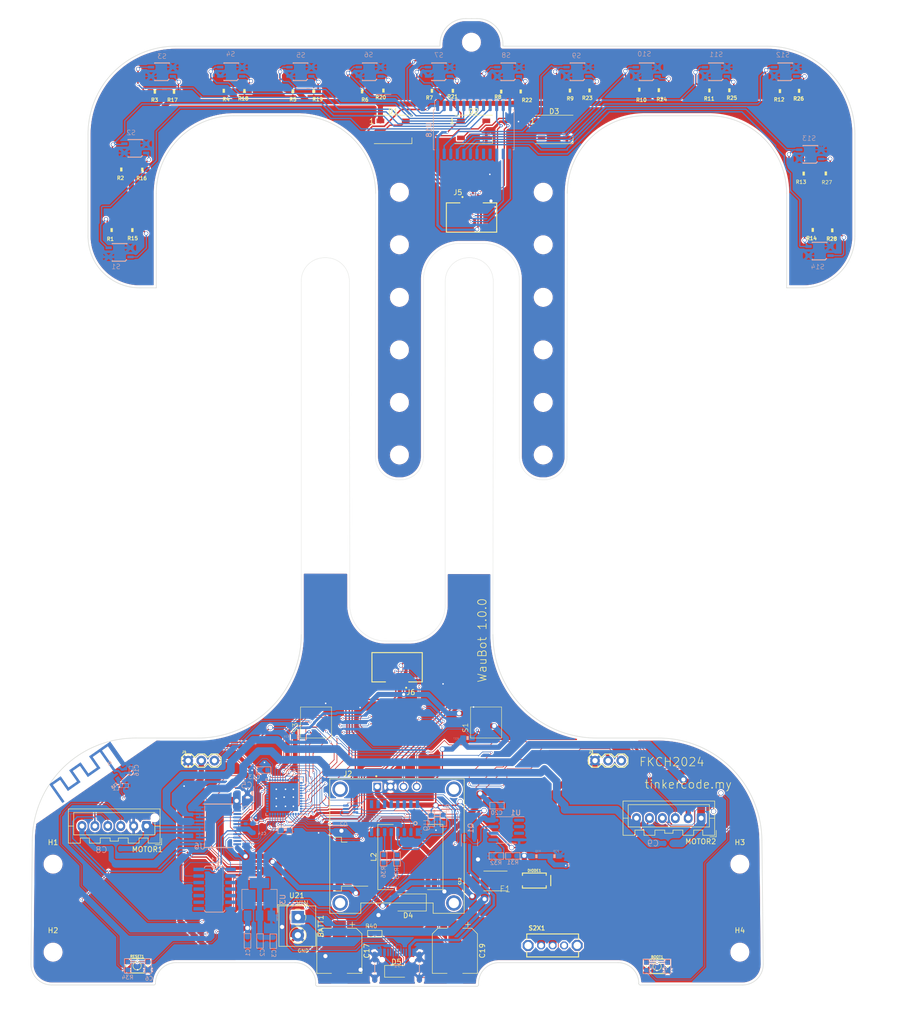
<source format=kicad_pcb>
(kicad_pcb (version 20221018) (generator pcbnew)
  (layers (0 "F.Cu" signal) (31 "B.Cu" signal) (34 "B.Paste" user) (35 "F.Paste" user) (36 "B.SilkS" user "B.Silkscreen") (37 "F.SilkS" user "F.Silkscreen") (38 "B.Mask" user) (39 "F.Mask" user) (44 "Edge.Cuts" user))
  (net 0 "")
  (net 1 "GND")
  (net 2 "Net-(BATT1-Pad1)")
  (net 3 "/BOOT")
  (net 4 "/VIN")
  (net 5 "/2AO2")
  (net 6 "/2AO1")
  (net 7 "/EN")
  (net 8 "Net-(U15-LNA_IN)")
  (net 9 "3.3V")
  (net 10 "Net-(E1-SIGNAL)")
  (net 11 "Net-(D1-DOUT)")
  (net 12 "/RGB")
  (net 13 "V_USB")
  (net 14 "Net-(D2-DOUT)")
  (net 16 "/BIN2")
  (net 17 "/BIN1")
  (net 18 "Net-(DIODE1-PadC)")
  (net 19 "/AIN2")
  (net 20 "/AIN1")
  (net 21 "/SDA")
  (net 22 "/SCL")
  (net 24 "/D+")
  (net 25 "/D-")
  (net 28 "/RTS")
  (net 29 "/DTR")
  (net 30 "Net-(U5-A)")
  (net 31 "Net-(U7-A)")
  (net 32 "Net-(U8-A)")
  (net 33 "Net-(U14-A)")
  (net 34 "Net-(U4-A)")
  (net 35 "Net-(U16-A)")
  (net 36 "Net-(U17-A)")
  (net 37 "Net-(U19-A)")
  (net 39 "/PWMA")
  (net 40 "/PWMB")
  (net 41 "/TXD0")
  (net 42 "/RXD0")
  (net 49 "/H2")
  (net 50 "/H1")
  (net 51 "/H4")
  (net 52 "/H3")
  (net 53 "+5V")
  (net 54 "Net-(U2-A)")
  (net 55 "/S13")
  (net 56 "/S12")
  (net 57 "/S11")
  (net 58 "/S10")
  (net 59 "Net-(U9-D+)")
  (net 60 "Net-(U9-D-)")
  (net 61 "/S9")
  (net 62 "Net-(U10-A)")
  (net 63 "/S8")
  (net 64 "Net-(U11-A)")
  (net 65 "/S7")
  (net 66 "/SW1")
  (net 67 "unconnected-(U15-IO16-Pad25)")
  (net 68 "/SW3")
  (net 69 "Net-(U12-A)")
  (net 70 "/S6")
  (net 71 "Net-(U13-A)")
  (net 72 "/S5")
  (net 73 "Net-(U15-SENSOR_VP)")
  (net 74 "/S4")
  (net 75 "/S3")
  (net 76 "/S2")
  (net 77 "/S1")
  (net 79 "Net-(Q1-G)")
  (net 80 "Net-(U1B-+)")
  (net 88 "/ANALOG")
  (net 89 "/S3_ADC")
  (net 90 "/S2_ADC")
  (net 91 "/S0_ADC")
  (net 98 "/S1_ADC")
  (net 101 "/2BO2")
  (net 105 "/Servo1")
  (net 106 "/Servo2")
  (net 107 "Net-(D4-K)")
  (net 108 "Net-(DIODE1-PadA)")
  (net 109 "/S14")
  (net 110 "Net-(U20-A)")
  (net 111 "Net-(D5-A)")
  (net 112 "/2BO1")
  (net 113 "unconnected-(U15-SENSOR_CAPP-Pad6)")
  (net 114 "unconnected-(U15-SENSOR_CAPN-Pad7)")
  (footprint "MountingHole:MountingHole_3.2mm_M3" (layer "F.Cu") (at 76.1492 81.99168)
    (fp_text reference "H10" hide)
    (fp_text value "MountingHole" hide)
  )
  (footprint "Button_Switch_SMD:soft button" (layer "F.Cu") (at 107.2261 149.1996 90)
    (fp_text reference "S1")
    (fp_text value "MOMENTARY-SWITCH-SPST-PTH-6.0MM" hide)
  )
  (footprint "LED_SMD:LED_WS2812B_PLCC4_5.0x5.0mm_P3.2mm" (layer "F.Cu") (at 104.817353 31.528547)
    (fp_text reference "D2")
    (fp_text value "WS2812B" hide)
  )
  (footprint "Cahaya:0603-RES" (layer "F.Cu") (at 38.806524 50.987584 180)
    (fp_text reference "R15")
    (fp_text value "100")
  )
  (footprint "MountingHole:MountingHole_3.2mm_M3" (layer "F.Cu") (at 118.280653 53.830387)
    (fp_text reference "H27" hide)
    (fp_text value "MountingHole" hide)
  )
  (footprint "MountingHole:MountingHole_3.2mm_M3" (layer "F.Cu") (at 156.3116 173.5836)
    (fp_text reference "H3")
    (fp_text value "MountingHole" hide)
  )
  (footprint "MountingHole:MountingHole_3.2mm_M3" (layer "F.Cu") (at 90.467453 63.990227)
    (fp_text reference "H22" hide)
    (fp_text value "MountingHole" hide)
  )
  (footprint "Cahaya:TACTILE_SWITCH_SMD_4.6X2.8MM" (layer "F.Cu") (at 140.3096 193.3448)
    (fp_text reference "BOOT1")
    (fp_text value "MOMENTARY-SWITCH-SPST-2-SMD-4.6X2.8MM" hide)
  )
  (footprint "SparkFun-Connectors:1X03" (layer "F.Cu") (at 128.2954 153.5684)
    (fp_text reference "J3")
    (fp_text value "Conn_01x03" hide)
  )
  (footprint "Cahaya:0603-RES" (layer "F.Cu") (at 100.803253 24.060947 180)
    (fp_text reference "R21")
    (fp_text value "100")
  )
  (footprint "MountingHole:MountingHole_3.2mm_M3" (layer "F.Cu") (at 90.467453 84.309907)
    (fp_text reference "H24" hide)
    (fp_text value "MountingHole" hide)
  )
  (footprint "Cahaya:0603-RES" (layer "F.Cu") (at 167.771253 24.060947 180)
    (fp_text reference "R26")
    (fp_text value "100")
  )
  (footprint "MountingHole:MountingHole_3.2mm_M3" (layer "F.Cu") (at 103.9368 112.4712)
    (fp_text reference "H19" hide)
    (fp_text value "MountingHole" hide)
  )
  (footprint "Button_Switch_SMD:soft button" (layer "F.Cu") (at 74.3331 149.1996 90)
    (fp_text reference "S3")
    (fp_text value "MOMENTARY-SWITCH-SPST-PTH-6.0MM" hide)
  )
  (footprint "Cahaya:0603-RES" (layer "F.Cu") (at 174.185653 51.035747 180)
    (fp_text reference "R28")
    (fp_text value "100")
  )
  (footprint "MountingHole:MountingHole_3.2mm_M3" (layer "F.Cu") (at 103.886 92.15152)
    (fp_text reference "H17" hide)
    (fp_text value "MountingHole" hide)
  )
  (footprint "Cahaya:0603-RES" (layer "F.Cu") (at 60.493453 24.086347 180)
    (fp_text reference "R18")
    (fp_text value "100")
  )
  (footprint "MountingHole:MountingHole_3.2mm_M3" (layer "F.Cu") (at 90.467453 53.830387)
    (fp_text reference "H21" hide)
    (fp_text value "MountingHole" hide)
  )
  (footprint "MountingHole:MountingHole_3.2mm_M3" (layer "F.Cu") (at 104.398253 14.662947)
    (fp_text reference "H5" hide)
    (fp_text value "MountingHole" hide)
  )
  (footprint "Package_TO_SOT_SMD:TO-263-5_TabPin3" (layer "F.Cu") (at 74.4266 173.5836 180)
    (fp_text reference "U21")
    (fp_text value "LM2596S-5" hide)
  )
  (footprint "Inductor_SMD:L_12x12mm_H6mm" (layer "F.Cu") (at 92.586 172.212 90)
    (fp_text reference "L2")
    (fp_text value "33uH")
  )
  (footprint "Cahaya:0603-RES" (layer "F.Cu") (at 150.423053 23.984747 180)
    (fp_text reference "R11")
    (fp_text value "10K")
  )
  (footprint "LED_SMD:LED_WS2812B_PLCC4_5.0x5.0mm_P3.2mm" (layer "F.Cu") (at 120.400253 31.528547)
    (fp_text reference "D3")
    (fp_text value "WS2812B" hide)
  )
  (footprint "Cahaya:TACTILE_SWITCH_SMD_4.6X2.8MM" (layer "F.Cu") (at 39.7256 193.233037)
    (fp_text reference "RESET1")
    (fp_text value "MOMENTARY-SWITCH-SPST-2-SMD-4.6X2.8MM" hide)
  )
  (footprint "MountingHole:MountingHole_3.2mm_M3" (layer "F.Cu") (at 103.9624 71.83184)
    (fp_text reference "H15" hide)
    (fp_text value "MountingHole" hide)
  )
  (footprint "MountingHole:MountingHole_3.2mm_M3" (layer "F.Cu") (at 118.280653 74.150067)
    (fp_text reference "H29" hide)
    (fp_text value "MountingHole" hide)
  )
  (footprint "Cahaya:0603-RES" (layer "F.Cu") (at 36.668253 39.275547 180)
    (fp_text reference "R2")
    (fp_text value "10K")
  )
  (footprint "Cahaya:0603-RES" (layer "F.Cu") (at 123.448253 24.010147 180)
    (fp_text reference "R9")
    (fp_text value "10K")
  )
  (footprint "Cahaya:0603-RES" (layer "F.Cu") (at 170.412853 50.959547 180)
    (fp_text reference "R14")
    (fp_text value "10K")
  )
  (footprint "Cahaya:0603-RES" (layer "F.Cu") (at 127.232853 23.984747 180)
    (fp_text reference "R23")
    (fp_text value "100")
  )
  (footprint "SparkFun-Connectors:1X03" (layer "F.Cu") (at 49.6062 153.5684)
    (fp_text reference "J4")
    (fp_text value "Conn_01x03" hide)
  )
  (footprint "Cahaya:SMA-DIODE" (layer "F.Cu") (at 116.5606 176.7586)
    (fp_text reference "DIODE1")
    (fp_text value "DIODE-SCHOTTKY-SS14" hide)
  )
  (footprint "Cahaya:0603-RES" (layer "F.Cu") (at 40.732253 39.300947 180)
    (fp_text reference "R16")
    (fp_text value "100")
  )
  (footprint "Cahaya:0603-RES" (layer "F.Cu") (at 154.283853 23.959347 180)
    (fp_text reference "R25")
    (fp_text value "100")
  )
  (footprint "MountingHole:MountingHole_3.2mm_M3" (layer "F.Cu") (at 90.467453 94.469747)
    (fp_text reference "H25" hide)
    (fp_text value "MountingHole" hide)
  )
  (footprint "MountingHole:MountingHole_3.2mm_M3" (layer "F.Cu") (at 103.9624 61.672)
    (fp_text reference "H14" hide)
    (fp_text value "MountingHole" hide)
  )
  (footprint "MountingHole:MountingHole_3.2mm_M3" (layer "F.Cu") (at 76.1492 92.15152)
    (fp_text reference "H11" hide)
    (fp_text value "MountingHole" hide)
  )
  (footprint "MountingHole:MountingHole_3.2mm_M3" (layer "F.Cu") (at 103.9876 102.31136)
    (fp_text reference "H18" hide)
    (fp_text value "MountingHole" hide)
  )
  (footprint "MountingHole:MountingHole_3.2mm_M3" (layer "F.Cu") (at 23.4696 173.5836)
    (fp_text reference "H1")
    (fp_text value "MountingHole" hide)
  )
  (footprint "Capacitor_SMD:CP_Elec_8x10.5" (layer "F.Cu") (at 78.8416 190.3476 -90)
    (fp_text reference "C17")
    (fp_text value "220uF")
  )
  (footprint "Cahaya:0603-RES" (layer "F.Cu") (at 172.941053 40.037547 180)
    (fp_text reference "R27")
    (fp_text value "100")
  )
  (footprint "Cahaya:0603-RES" (layer "F.Cu") (at 164.062853 24.111747 180)
    (fp_text reference "R12")
    (fp_text value "10K")
  )
  (footprint "Cahaya:0603-RES" (layer "F.Cu") (at 136.859453 23.857747 180)
    (fp_text reference "R10")
    (fp_text value "10K")
  )
  (footprint "MountingHole:MountingHole_3.2mm_M3" (layer "F.Cu") (at 118.280653 94.469747)
    (fp_text reference "H31" hide)
    (fp_text value "MountingHole" hide)
  )
  (footprint "MountingHole:MountingHole_3.2mm_M3" (layer "F.Cu") (at 76.1492 102.31136)
    (fp_text reference "H12" hide)
    (fp_text value "MountingHole" hide)
  )
  (footprint "TerminalBlock_4Ucon:TerminalBlock_4Ucon_1x02_P3.50mm_Horizontal" (layer "F.Cu") (at 70.8136 183.8224 -90)
    (fp_text reference "BATT1")
    (fp_text value "CONN_02")
  )
  (footprint "Cahaya:0603-RES" (layer "F.Cu") (at 140.644053 23.933947 180)
    (fp_text reference "R24")
    (fp_text value "100")
  )
  (footprint "Cahaya:0603-RES" (layer "F.Cu") (at 113.923253 24.187947 180)
    (fp_text reference "R22")
    (fp_text value "100")
  )
  (footprint "MountingHole:MountingHole_3.2mm_M3" (layer "F.Cu") (at 90.467453 74.150067)
    (fp_text reference "H23" hide)
    (fp_text value "MountingHole" hide)
  )
  (footprint "MF-MSMF050_30X-2:FUSER_MF-MSMF050_30X-2" (layer "F.Cu") (at 109.0422 176.8348 180)
    (fp_text reference "F1")
    (fp_text value "MF-MSMF050_30X-2" hide)
  )
  (footprint "Cahaya:EG1213" (layer "F.Cu") (at 120.1039 189.3062)
    (fp_text reference "S2X1")
    (fp_text value "EG1213")
  )
  (footprint "DM-OLED096-636:MODULE_DM-OLED096-636" (layer "F.Cu") (at 89.9922 170.0976)
    (fp_text reference "J2")
    (fp_text value "CONN_04PTH")
  )
  (footprint "LED_SMD:LED_WS2812B_PLCC4_5.0x5.0mm_P3.2mm" (layer "F.Cu") (at 89.234453 31.528547)
    (fp_text reference "D1")
    (fp_text value "WS2812B" hide)
  )
  (footprint "MountingHole:MountingHole_3.2mm_M3" (layer "F.Cu") (at 118.280653 84.309907)
    (fp_text reference "H30" hide)
    (fp_text value "MountingHole" hide)
  )
  (footprint "MountingHole:MountingHole_3.2mm_M3" (layer "F.Cu") (at 76.1492 112.4712)
    (fp_text reference "H13" hide)
    (fp_text value "MountingHole" hide)
  )
  (footprint "Cahaya:0603-RES" (layer "F.Cu") (at 69.854253 24.162547 180)
    (fp_text reference "R5")
    (fp_text value "10K")
  )
  (footprint "Cahaya:0603-RES" (layer "F.Cu") (at 96.752853 24.060947 180)
    (fp_text reference "R7")
    (fp_text value "10K")
  )
  (footprint "MountingHole:MountingHole_3.2mm_M3" (layer "F.Cu") (at 90.467453 43.670547)
    (fp_text reference "H20" hide)
    (fp_text value "MountingHole" hide)
  )
  (footprint "MountingHole:MountingHole_3.2mm_M3" (layer "F.Cu") (at 156.3116 190.6016)
    (fp_text reference "H4")
    (fp_text value "MountingHole" hide)
  )
  (footprint "Cahaya:0603-RES" (layer "F.Cu") (at 83.240053 24.187947 180)
    (fp_text reference "R6")
    (fp_text value "10K")
  )
  (footprint "Cahaya:0603-RES" (layer "F.Cu") (at 46.867253 24.264147 180)
    (fp_text reference "R17")
    (fp_text value "100")
  )
  (footprint "Connector_JST:JST_XA_B06B-XASK-1-A_1x06_P2.50mm_Vertical" (layer "F.Cu") (at 41.5576 166.2176 180)
    (fp_text reference "MOTOR1")
    (fp_text value "1X6")
  )
  (footprint "Cahaya:0603-RES" (layer "F.Cu") (at 87.368453 24.010147 180)
    (fp_text reference "R20")
    (fp_text value "100")
  )
  (footprint "Cahaya:0603-RES" (layer "F.Cu") (at 168.660253 40.062947 180)
    (fp_text reference "R13")
    (fp_text value "10K")
  )
  (footprint "Cahaya:0805" (layer "F.Cu") (at 103.3272 176.8856 90)
    (fp_text reference "C12")
    (fp_text value "22UF-0805-6.3V-20%" hide)
  )
  (footprint "MountingHole:MountingHole_3.2mm_M3" (layer "F.Cu") (at 103.9624 81.99168)
    (fp_text reference "H16" hide)
    (fp_text value "MountingHole" hide)
  )
  (footprint "LED_SMD:LED_1206_3216Metric" (layer "F.Cu") (at 89.8861 194.3121)
    (fp_text reference "D5")
    (fp_text value "IR26-21C_L110_TR8")
  )
  (footprint "Cahaya:0603-RES" (layer "F.Cu") (at 43.158853 24.238747 180)
    (fp_text reference "R3")
    (fp_text value "10K")
  )
  (footprint "MountingHole:MountingHole_3.2mm_M3" (layer "F.Cu") (at 23.4696 190.6016)
    (fp_text reference "H2")
    (fp_text value "MountingHole" hide)
  )
  (footprint "Cahaya:0603-RES" (layer "F.Cu") (at 110.152253 24.213347 180)
    (fp_text reference "R8")
    (fp_text value "10K")
  )
  (footprint "MountingHole:MountingHole_3.2mm_M3" (layer "F.Cu") (at 76.1492 61.672)
    (fp_text reference "H8" hide)
    (fp_text value "MountingHole" hide)
  )
  (footprint "MountingHole:MountingHole_3.2mm_M3" (layer "F.Cu") (at 76.1492 71.83184)
    (fp_text reference "H9" hide)
    (fp_text value "MountingHole" hide)
  )
  (footprint "ZF5S-08-01-T-WT:SAMTEC_ZF5S-08-01-T-WT" (layer "F.Cu") (at 90.0176 135.9349 180)
    (fp_text reference "J6")
    (fp_text value "1734839-8" hide)
  )
  (footprint "Cahaya:0603-RES" (layer "F.Cu") (at 56.493853 24.060947 180)
    (fp_text reference "R4")
    (fp_text value "10K")
  )
  (footprint "Capacitor_SMD:CP_Elec_8x10.5" (layer "F.Cu") (at 101.1936 190.3476 -90)
    (fp_text reference "C19")
    (fp_text value "330uF")
  )
  (footprint "ZF5S-08-01-T-WT:SAMTEC_ZF5S-08-01-T-WT" (layer "F.Cu") (at 104.412253 48.140147)
    (fp_text reference "J5")
    (fp_text value "1734839-8" hide)
  )
  (footprint "Cahaya:R0603" (layer "F.Cu") (at 85.6996 187.0456 -90)
    (fp_text reference "R40")
    (fp_text value "1k")
  )
  (footprint "Cahaya:0603-RES" (layer "F.Cu") (at 73.892853 24.137147 180)
    (fp_text reference "R19")
    (fp_text value "100")
  )
  (footprint "MountingHole:MountingHole_3.2mm_M3" (layer "F.Cu") (at 118.280653 63.990227)
    (fp_text reference "H28" hide)
    (fp_text value "MountingHole" hide)
  )
  (footprint "MountingHole:MountingHole_3.2mm_M3" (layer "F.Cu") (at 118.280653 43.670547)
    (fp_text reference "H26" hide)
    (fp_text value "MountingHole" hide)
  )
  (footprint "Connector_JST:JST_XA_B06B-XASK-1_1x06_P2.50mm_Vertical" (layer "F.Cu") (at 148.8256 164.6936 180)
    (fp_text reference "MOTOR2")
    (fp_text value "1X6")
  )
  (footprint "Diode_SMD:D_SMA" (layer "F.Cu") (at 92.1512 181.0004 180)
    (fp_text reference "D4")
    (fp_text value "1N5822")
  )
  (footprint "Cahaya:0603-RES" (layer "F.Cu") (at 34.802253 50.984947 180)
    (fp_text reference "R1")
    (fp_text value "10K")
  )
  (footprint "Cahaya:UMH3NTN" (layer "B.Cu") (at 81.026 162.9156 180)
    (fp_text reference "Q2")
    (fp_text value "UMH3N")
  )
  (footprint "Cahaya:QRE1113-1_1" (layer "B.Cu") (at 71.318985 20.377947 180)
    (fp_text reference "U13" hide)
    (fp_text value "QRE11131:1" hide)
  )
  (footprint "Cahaya:PQFN50P700X700X104-49N" (layer "B.Cu") (at 68.1736 160.6296 180)
    (fp_text reference "U15")
    (fp_text value "ESP32-PICO-D4" hide)
  )
  (footprint "Cahaya:L0402" (layer "B.Cu") (at 37.2364 158.3944 -90)
    (fp_text reference "L1")
    (fp_text value "1.6nH")
  )
  (footprint "Cahaya:C0603" (layer "B.Cu") (at 66.0654 188.4934)
    (fp_text reference "C3")
    (fp_text value "10uF")
  )
  (footprint "Cahaya:QRE1113-1_1" (layer "B.Cu") (at 169.930253 36.354547 180)
    (fp_text reference "U2" hide)
    (fp_text value "QRE11131:1" hide)
  )
  (footprint "Cahaya:R0603" (layer "B.Cu") (at 112.395 171.9834 90)
    (fp_text reference "R31")
    (fp_text value "10k")
  )
  (footprint "Cahaya:QRE1113-1_1" (layer "B.Cu") (at 36.326253 55.302947 180)
    (fp_text reference "U19" hide)
    (fp_text value "QRE11131:1" hide)
  )
  (footprint "Package_TO_SOT_SMD:SOT-223-3_TabPin2" (layer "B.Cu") (at 63.3984 180.3908 90)
    (fp_text reference "U3")
    (fp_text value "AMS1117-3.3" hide)
  )
  (footprint "Cahaya:C0603-ROUND" (layer "B.Cu") (at 142.5448 169.5704 180)
    (fp_text reference "C9")
    (fp_text value "100n")
  )
  (footprint "Cahaya:R0603" (layer "B.Cu") (at 37.926238 193.2686 180)
    (fp_text reference "R34")
    (fp_text value "10k")
  )
  (footprint "Cahaya:QRE1113-1_1" (layer "B.Cu") (at 98.107517 20.377947 180)
    (fp_text reference "U11" hide)
    (fp_text value "QRE11131:1" hide)
  )
  (footprint "Cahaya:C0603" (layer "B.Cu") (at 142.3416 193.3448)
    (fp_text reference "C4")
    (fp_text value "0.1uF")
  )
  (footprint "Cahaya:0603-RES" (layer "B.Cu") (at 70.8796 148.9456)
    (fp_text reference "R39")
    (fp_text value "1k")
  )
  (footprint "Package_TO_SOT_SMD:SOT-23" (layer "B.Cu") (at 104.013 169.4688 -90)
    (fp_text reference "Q1")
    (fp_text value "FDN340P" hide)
  )
  (footprint "Package_SO:SOIC-8_3.9x4.9mm_P1.27mm" (layer "B.Cu") (at 111.125 166.9796 180)
    (fp_text reference "U1")
    (fp_text value "LM358" hide)
  )
  (footprint "Cahaya:0603-RES" (layer "B.Cu") (at 116.9534 172.0596 180)
    (fp_text reference "R30")
    (fp_text value "1k")
  )
  (footprint "Cahaya:C0603-ROUND" (layer "B.Cu") (at 60.198 159.8676 180)
    (fp_text reference "C5")
    (fp_text value "100n")
  )
  (footprint "Cahaya:QRE1113-1_1" (layer "B.Cu") (at 138.290315 20.377947 180)
    (fp_text reference "U7" hide)
    (fp_text value "QRE11131:1" hide)
  )
  (footprint "Cahaya:C0603" (layer "B.Cu") (at 61.087 188.4172)
    (fp_text reference "C1")
    (fp_text value "10uF")
  )
  (footprint "Cahaya:QRE1113-1_1" (layer "B.Cu") (at 57.924719 20.377947 180)
    (fp_text reference "U14" hide)
    (fp_text value "QRE11131:1" hide)
  )
  (footprint "Cahaya:QRE1113-1_1" (layer "B.Cu") (at 39.374253 35.188784 180)
    (fp_text reference "U17" hide)
    (fp_text value "QRE11131:1" hide)
  )
  (footprint "Cahaya:C0603" (layer "B.Cu") (at 41.863238 193.2686)
    (fp_text reference "C6")
    (fp_text value "0.1uF")
  )
  (footprint "Cahaya:C0603" (layer "B.Cu") (at 63.5 188.4426 180)
    (fp_text reference "C2")
    (fp_text value "0.1uF")
  )
  (footprint "Cahaya:R0603" (layer "B.Cu") (at 109.1946 172.0088 90)
    (fp_text reference "R32")
    (fp_text value "10k")
  )
  (footprint "Cahaya:QRE1113-1_1" (layer "B.Cu") (at 44.530453 20.377947 180)
    (fp_text reference "U16" hide)
    (fp_text value "QRE11131:1" hide)
  )
  (footprint "Cahaya:R0603" (layer "B.Cu") (at 87.4014 172.5676 180)
    (fp_text reference "R36")
    (fp_text value "22R")
  )
  (footprint "Cahaya:0402" (layer "B.Cu") (at 36.4744 156.7688 40)
    (fp_text reference "C15")
    (fp_text value "1.4pF ")
  )
  (footprint "Cahaya:R0603" (layer "B.Cu") (at 90.0176 172.5676)
    (fp_text reference "R35")
    (fp_text value "22R")
  )
  (footprint "Cahaya:QRE1113-1_1" (layer "B.Cu") (at 124.896049 20.377947 180)
    (fp_text reference "U8" hide)
    (fp_text value "QRE11131:1" hide)
  )
  (footprint "Cahaya:QRE1113-1_1" (layer "B.Cu") (at 84.713251 20.377947 180)
    (fp_text reference "U12" hide)
    (fp_text value "QRE11131:1" hide)
  )
  (footprint "Cahaya:QRE1113-1_1" (layer "B.Cu") (at 165.078853 20.377947 180)
    (fp_text reference "U4" hide)
    (fp_text value "QRE11131:1" hide)
  )
  (footprint "Cahaya:QRE1113-1_1" (layer "B.Cu") (at 111.501783 20.377947 180)
    (fp_text reference "U10" hide)
    (fp_text value "QRE11131:1" hide)
  )
  (footprint "Package_SO:SOIC-24W_7.5x15.4mm_P1.27mm" (layer "B.Cu") (at 104.834724 31.607384 -90)
    (fp_text reference "U18")
    (fp_text value "CD74HC4067M")
  )
  (footprint "Cahaya:SOP65P760X160-24N" (layer "B.Cu") (at 55.4736 166.1668)
    (fp_text reference "U6")
    (fp_text value "TB6612FNG(O,C,8,EL" hide)
  )
  (footprint "Cahaya:QRE1113-1_1" (layer "B.Cu") (at 171.708253 55.048947 180)
    (fp_text reference "U20" hide)
    (fp_text value "QRE11131:1" hide)
  )
  (footprint "Cahaya:QRE1113-1_1" (layer "B.Cu") (at 151.684581 20.377947 180)
    (fp_text reference "U5" hide)
    (fp_text value "QRE11131:1" hide)
  )
  (footprint "Cahaya:C0603-ROUND" (layer "B.Cu") (at 62.1284 166.624 -90)
    (fp_text reference "C7")
    (fp_text value "100n")
  )
  (footprint "Cahaya:C0603" (layer "B.Cu") (at 98.9584 164.8714 180)
    (fp_text reference "C11")
    (fp_text value "10uF")
  )
  (footprint "Cahaya:C0603" (layer "B.Cu") (at 109.347 162.2806 -90)
    (fp_text reference "C20")
    (fp_text value "0.1uF")
  )
  (footprint "Cahaya:C0603-ROUND" (layer "B.Cu") (at 35.6108 170.5864 180)
    (fp_text reference "C8")
    (fp_text value "100n")
  )
  (footprint "Cahaya:C0603" (layer "B.Cu") (at 64.2112 155.3972 -90)
    (fp_text reference "C13")
    (fp_text value "10uF")
  )
  (footprint "Cahaya:C0603" (layer "B.Cu") (at 96.6216 164.9476 180)
    (fp_text reference "C10")
    (fp_text value "0.1uF")
  )
  (footprint "Cahaya:TRACE_ANTENNA_2.4GHZ_15.2MM" (layer "B.Cu") (at 35.251083 155.352302 -145)
    (fp_text reference "E1")
    (fp_text value "ANTENNA-GROUNDEDTRACE-15.2MM" hide)
  )
  (footprint "Cahaya:0603-RES" (layer "B.Cu") (at 120.4586 172.0342 180)
    (fp_text reference "R29")
    (fp_text value "8.2k")
  )
  (footprint "Cahaya:C0402" (layer "B.Cu") (at 38.5572 155.4988)
    (fp_text reference "C16")
    (fp_text value "2.7pF 0402")
  )
  (footprint "Cahaya:R0603" (layer "B.Cu") (at 138.2268 193.3448 180)
    (fp_text reference "R33")
    (fp_text value "10k")
  )
  (footprint "Cahaya:USB-C-16P" (layer "B.Cu") (at 90.0176 190.632 180)
    (fp_text reference "J1")
    (fp_text value "USB_C16PIN")
  )
  (footprint "Cahaya:SO14" (layer "B.Cu") (at 54.7116 178.4096 -90)
    (fp_text reference "IC1")
    (fp_text value "7404D")
  )
  (footprint "Cahaya:SOIC16" (layer "B.Cu") (at 89.5096 164.6936 180)
    (fp_text reference "U9")
    (fp_text value "CH340G")
  )
  (footprint "Cahaya:C0603" (layer "B.Cu") (at 68.3768 167.0304 -90)
    (fp_text reference "C14")
    (fp_text value "100nF")
  )
  (footprint "Cahaya:0603-RES" (layer "B.Cu") (at 103.6456 149.1996)
    (fp_text reference "R37")
    (fp_text value "1k")
  )
  (gr_arc (start 118.157853 99.295747) (mid 114.975872 97.977728) (end 113.657853 94.795747) (stroke (width 0.05)) (layer "Edge.Cuts"))
  (gr_line (start 19.449097 168.986846) (end 19.194606 192.909049) (stroke (width 0.1)) (layer "Edge.Cuts"))
  (gr_arc (start 23.19438 196.9516) (mid 20.350962 195.764936) (end 19.194606 192.909049) (stroke (width 0.1)) (layer "Edge.Cuts"))
  (gr_arc (start 132.7536 192.6336) (mid 135.582027 193.805173) (end 136.7536 196.6336) (stroke (width 0.1)) (layer "Edge.Cuts"))
  (gr_arc (start 140.587234 149.1996) (mid 154.653955 154.982438) (end 160.586103 168.986846) (stroke (width 0.1)) (layer "Edge.Cuts"))
  (gr_line (start 90.615853 99.295747) (end 90.322443 99.295747) (stroke (width 0.05)) (layer "Edge.Cuts"))
  (gr_line (start 85.856253 43.886947) (end 85.822444 94.792758) (stroke (width 0.05)) (layer "Edge.Cuts"))
  (gr_arc (start 106.657853 53.575747) (mid 111.6076 55.626) (end 113.657853 60.575747) (stroke (width 0.05)) (layer "Edge.Cuts"))
  (gr_line (start 30.230253 32.424947) (end 30.230253 52.160947) (stroke (width 0.1)) (layer "Edge.Cuts"))
  (gr_line (start 122.940253 43.886947) (end 122.90644 94.798736) (stroke (width 0.05)) (layer "Edge.Cuts"))
  (gr_line (start 110.494253 15.424947) (end 161.566253 15.424947) (stroke (width 0.1)) (layer "Edge.Cuts"))
  (gr_arc (start 95.115853 60.575747) (mid 97.166106 55.626) (end 102.115853 53.575747) (stroke (width 0.05)) (layer "Edge.Cuts"))
  (gr_line (start 118.406441 99.295747) (end 118.157853 99.295747) (stroke (width 0.05)) (layer "Edge.Cuts"))
  (gr_arc (start 122.940253 43.886947) (mid 127.333651 33.280345) (end 137.940253 28.886947) (stroke (width 0.1)) (layer "Edge.Cuts"))
  (gr_arc (start 99.337858 60.835658) (mid 100.65642 57.654659) (end 103.837858 56.3372) (stroke (width 0.05)) (layer "Edge.Cuts"))
  (gr_line (start 132.7536 192.6336) (end 109.7656 192.6336) (stroke (width 0.1)) (layer "Edge.Cuts"))
  (gr_line (start 71.4756 129.1996) (end 71.4756 60.8372) (stroke (width 0.05)) (layer "Edge.Cuts"))
  (gr_line (start 74.2696 196.6336) (end 74.2696 196.9056) (stroke (width 0.1)) (layer "Edge.Cuts"))
  (gr_line (start 80.77816 60.831031) (end 80.864018 123.463996) (stroke (width 0.05)) (layer "Edge.Cuts"))
  (gr_arc (start 104.107261 56.3372) (mid 107.290376 57.656315) (end 108.60726 60.840337) (stroke (width 0.05)) (layer "Edge.Cuts"))
  (gr_line (start 47.2816 192.6336) (end 70.2696 192.6336) (stroke (width 0.1)) (layer "Edge.Cuts"))
  (gr_arc (start 160.840594 192.909049) (mid 159.684253 195.76495) (end 156.84082 196.9516) (stroke (width 0.1)) (layer "Edge.Cuts"))
  (gr_arc (start 74.5696 197.2056) (mid 74.357468 197.117732) (end 74.2696 196.9056) (stroke (width 0.1)) (layer "Edge.Cuts"))
  (gr_line (start 104.398253 10.090947) (end 103.302253 10.090947) (stroke (width 0.1)) (layer "Edge.Cuts"))
  (gr_line (start 105.4656 197.2056) (end 90.0176 197.2056) (stroke (width 0.1)) (layer "Edge.Cuts"))
  (gr_line (start 168.566253 62.160947) (end 165.358253 62.160947) (stroke (width 0.1)) (layer "Edge.Cuts"))
  (gr_line (start 103.837858 56.3372) (end 104.107261 56.3372) (stroke (width 0.05)) (layer "Edge.Cuts"))
  (gr_arc (start 137.0536 196.9516) (mid 136.841468 196.863732) (end 136.7536 196.6516) (stroke (width 0.1)) (layer "Edge.Cuts"))
  (gr_line (start 106.657853 53.575747) (end 102.115853 53.575747) (stroke (width 0.05)) (layer "Edge.Cuts"))
  (gr_arc (start 99.316398 123.456799) (mid 97.265297 128.404995) (end 92.316398 130.4544) (stroke (width 0.05)) (layer "Edge.Cuts"))
  (gr_line (start 160.586103 168.986846) (end 160.840594 192.909049) (stroke (width 0.1)) (layer "Edge.Cuts"))
  (gr_arc (start 128.5596 149.1996) (mid 114.417464 143.341736) (end 108.5596 129.1996) (stroke (width 0.1)) (layer "Edge.Cuts"))
  (gr_arc (start 71.4756 60.8372) (mid 72.793619 57.655219) (end 75.9756 56.3372) (stroke (width 0.05)) (layer "Edge.Cuts"))
  (gr_line (start 74.5696 197.2056) (end 90.0176 197.2056) (stroke (width 0.1)) (layer "Edge.Cuts"))
  (gr_arc (start 71.4756 129.1996) (mid 65.617736 143.341736) (end 51.4756 149.1996) (stroke (width 0.1)) (layer "Edge.Cuts"))
  (gr_arc (start 105.494253 10.090947) (mid 109.029787 11.555413) (end 110.494253 15.090947) (stroke (width 0.1)) (layer "Edge.Cuts"))
  (gr_line (start 99.337858 60.835658) (end 99.316398 123.456799) (stroke (width 0.05)) (layer "Edge.Cuts"))
  (gr_arc (start 43.2816 196.6516) (mid 43.193732 196.863732) (end 42.9816 196.9516) (stroke (width 0.1)) (layer "Edge.Cuts"))
  (gr_arc (start 122.90644 94.798736) (mid 121.587364 97.97878) (end 118.406441 99.295747) (stroke (width 0.05)) (layer "Edge.Cuts"))
  (gr_line (start 95.115853 94.795747) (end 95.115853 60.575747) (stroke (width 0.05)) (layer "Edge.Cuts"))
  (gr_line (start 110.494253 15.090947) (end 110.494253 15.424947) (stroke (width 0.1)) (layer "Edge.Cuts"))
  (gr_arc (start 70.856253 28.886947) (mid 81.462855 33.280345) (end 85.856253 43.886947) (stroke (width 0.1)) (layer "Edge.Cuts"))
  (gr_arc (start 43.438253 43.886947) (mid 47.831651 33.280345) (end 58.438253 28.886947) (stroke (width 0.1)) (layer "Edge.Cuts"))
  (gr_arc (start 70.2696 192.6336) (mid 73.098027 193.805173) (end 74.2696 196.6336) (stroke (width 0.1)) (layer "Edge.Cuts"))
  (gr_line (start 150.358253 28.886947) (end 137.940253 28.886947) (stroke (width 0.1)) (layer "Edge.Cuts"))
  (gr_arc (start 40.230253 62.160947) (mid 33.159185 59.232015) (end 30.230253 52.160947) (stroke (width 0.1)) (layer "Edge.Cuts"))
  (gr_line (start 108.5596 129.1996) (end 108.60726 60.840337) (stroke (width 0.05)) (layer "Edge.Cuts"))
  (gr_arc (start 87.864011 130.4544) (mid 82.91765 128.407543) (end 80.864018 123.463996) (stroke (width 0.05)) (layer "Edge.Cuts"))
  (gr_line (start 58.438253 28.886947) (end 70.856253 28.886947) (stroke (width 0.1)) (layer "Edge.Cuts"))
  (gr_line (start 104.398253 10.090947) (end 105.494253 10.090947) (stroke (width 0.1)) (layer "Edge.Cuts"))
  (gr_arc (start 105.7656 196.6336) (mid 106.937173 193.805173) (end 109.7656 192.6336) (stroke (width 0.1)) (layer "Edge.Cuts"))
  (gr_arc (start 178.566253 52.160947) (mid 175.637321 59.232015) (end 168.566253 62.160947) (stroke (width 0.1)) (layer "Edge.Cuts"))
  (gr_line (start 113.657853 94.795747) (end 113.657853 60.575747) (stroke (width 0.05)) (layer "Edge.Cuts"))
  (gr_arc (start 90.322443 99.295747) (mid 87.139412 97.976667) (end 85.822444 94.792758) (stroke (width 0.05)) (layer "Edge.Cuts"))
  (gr_line (start 87.864011 130.4544) (end 92.316398 130.4544) (stroke (width 0.05)) (layer "Edge.Cuts"))
  (gr_line (start 156.84082 196.9516) (end 137.0536 196.9516) (stroke (width 0.1)) (layer "Edge.Cuts"))
  (gr_line (start 128.5596 149.1996) (end 140.587234 149.1996) (stroke (width 0.1)) (layer "Edge.Cuts"))
  (gr_arc (start 150.358253 28.886947) (mid 160.964846 33.280354) (end 165.358253 43.886947) (stroke (width 0.1)) (layer "Edge.Cuts"))
  (gr_arc (start 95.115853 94.795747) (mid 93.797834 97.977728) (end 90.615853 99.295747) (stroke (width 0.05)) (layer "Edge.Cuts"))
  (gr_line (start 105.7656 196.6336) (end 105.7656 196.9056) (stroke (width 0.1)) (layer "Edge.Cuts"))
  (gr_line (start 75.9756 56.3372) (end 76.278164 56.3372) (stroke (width 0.05)) (layer "Edge.Cuts"))
  (gr_line (start 165.358253 62.160947) (end 165.358253 43.886947) (stroke (width 0.1)) (layer "Edge.Cuts"))
  (gr_line (start 98.302253 15.424947) (end 47.230253 15.424947) (stroke (width 0.1)) (layer "Edge.Cuts"))
  (gr_line (start 23.19438 196.9516) (end 42.9816 196.9516) (stroke (width 0.1)) (layer "Edge.Cuts"))
  (gr_line (start 43.2816 196.6516) (end 43.2816 196.6336) (stroke (width 0.1)) (layer "Edge.Cuts"))
  (gr_line (start 178.566253 32.424947) (end 178.566253 52.160947) (stroke (width 0.1)) (layer "Edge.Cuts"))
  (gr_line (start 51.4756 149.1996) (end 39.447966 149.1996) (stroke (width 0.1)) (layer "Edge.Cuts"))
  (gr_line (start 40.230253 62.160947) (end 43.438253 62.160947) (stroke (width 0.1)) (layer "Edge.Cuts"))
  (gr_arc (start 98.302253 15.090947) (mid 99.766719 11.555413) (end 103.302253 10.090947) (stroke (width 0.1)) (layer "Edge.Cuts"))
  (gr_arc (start 43.2816 196.6336) (mid 44.453173 193.805173) (end 47.2816 192.6336) (stroke (width 0.1)) (layer "Edge.Cuts"))
  (gr_arc (start 30.230253 32.424947) (mid 35.209438 20.404132) (end 47.230253 15.424947) (stroke (width 0.1)) (layer "Edge.Cuts"))
  (gr_line (start 98.302253 15.090947) (end 98.302253 15.424947) (stroke (width 0.1)) (layer "Edge.Cuts"))
  (gr_arc (start 161.566253 15.424947) (mid 173.587057 20.404143) (end 178.566253 32.424947) (stroke (width 0.1)) (layer "Edge.Cuts"))
  (gr_line (start 136.7536 196.6516) (end 136.7536 196.6336) (stroke (width 0.1)) (layer "Edge.Cuts"))
  (gr_arc (start 105.7656 196.9056) (mid 105.677732 197.117732) (end 105.4656 197.2056) (stroke (width 0.1)) (layer "Edge.Cuts"))
  (gr_arc (start 76.278164 56.3372) (mid 79.457986 57.653026) (end 80.77816 60.831031) (stroke (width 0.05)) (layer "Edge.Cuts"))
  (gr_arc (start 19.449097 168.986846) (mid 25.381247 154.982439) (end 39.447966 149.1996) (stroke (width 0.1)) (layer "Edge.Cuts"))
  (gr_line (start 43.438253 62.160947) (end 43.438253 43.886947) (stroke (width 0.1)) (layer "Edge.Cuts"))
  (gr_text "S6" (at 85.449853 17.634747) (layer "B.SilkS") (effects (font (size 0.93472 0.93472) (thickness 0.08128)) (justify left bottom mirror)))
  (gr_text "S4" (at 58.754453 17.507747) (layer "B.SilkS") (effects (font (size 0.93472 0.93472) (thickness 0.08128)) (justify left bottom mirror)))
  (gr_text "S3" (at 45.495653 17.939547) (layer "B.SilkS") (effects (font (size 0.93472 0.93472) (thickness 0.08128)) (justify left bottom mirror)))
  (gr_text "S9" (at 125.658053 17.812547) (layer "B.SilkS") (effects (font (size 0.93472 0.93472) (thickness 0.08128)) (justify left bottom mirror)))
  (gr_text "S13\n" (at 171.098653 33.789147) (layer "B.SilkS") (effects (font (size 0.93472 0.93472) (thickness 0.08128)) (justify left bottom mirror)))
  (gr_text "S2" (at 39.508382 32.696947) (layer "B.SilkS") (effects (font (size 0.93472 0.93472) (thickness 0.08128)) (justify left bottom mirror)))
  (gr_text "S12\n" (at 166.018653 17.660147) (layer "B.SilkS") (effects (font (size 0.93472 0.93472) (thickness 0.08128)) (justify left bottom mirror)))
  (gr_text "S14\n" (at 172.749653 58.630347) (layer "B.SilkS") (effects (font (size 0.93472 0.93472) (thickness 0.08128)) (justify left bottom mirror)))
  (gr_text "S8" (at 112.043653 17.736347) (layer "B.SilkS") (effects (font (size 0.93472 0.93472) (thickness 0.08128)) (justify left bottom mirror)))
  (gr_text "S10\n" (at 139.221653 17.482347) (layer "B.SilkS") (effects (font (size 0.93472 0.93472) (thickness 0.08128)) (justify left bottom mirror)))
  (gr_text "S1" (at 36.580253 58.604947) (layer "B.SilkS") (effects (font (size 0.93472 0.93472) (thickness 0.08128)) (justify left bottom mirror)))
  (gr_text "S7" (at 99.038853 17.710947) (layer "B.SilkS") (effects (font (size 0.93472 0.93472) (thickness 0.08128)) (justify left bottom mirror)))
  (gr_text "S11\n\n" (at 153.111581 19.082547) (layer "B.SilkS") (effects (font (size 0.93472 0.93472) (thickness 0.08128)) (justify left bottom mirror)))
  (gr_text "S5" (at 72.343453 17.710947) (layer "B.SilkS") (effects (font (size 0.93472 0.93472) (thickness 0.08128)) (justify left bottom mirror)))
  (gr_text "WauBot 1.0.0" (at 107.442 138.5824 90) (layer "F.SilkS") (effects (font (size 1.63576 1.63576) (thickness 0.14224)) (justify left bottom)))
  (gr_text "GND" (at 70.7136 190.754) (layer "F.SilkS") (effects (font (size 0.7 0.7) (thickness 0.1)) (justify left bottom)))
  (gr_text "tinkercode.my" (at 137.7696 159.1056) (layer "F.SilkS") (effects (font (size 1.63576 1.63576) (thickness 0.14224)) (justify left bottom)))
  (gr_text "VIN" (at 70.4596 181.7624) (layer "F.SilkS") (effects (font (size 1 1) (thickness 0.1)) (justify left bottom)))
  (gr_text "FKCH2024\n" (at 136.7536 154.7876) (layer "F.SilkS") (effects (font (size 1.63576 1.63576) (thickness 0.14224)) (justify left bottom)))
  (segment (start 139.1412 194.2592) (end 139.0523 194.2592) (width 0.254) (layer "B.Cu") (net 0))
  (segment (start 139.0523 194.2592) (end 139.0523 194.1068) (width 0.254) (layer "B.Cu") (net 0))
  (segment (start 74.3331 143.1996) (end 75.0387 142.494) (width 0.127) (layer "F.Cu") (net 1))
  (segment (start 89.8652 183.388) (end 86.52187 183.388) (width 1) (layer "F.Cu") (net 1))
  (segment (start 87.0712 193.9544) (end 83.0072 193.9544) (width 1) (layer "F.Cu") (net 1))
  (segment (start 146.3256 164.6936) (end 146.3256 162.4292) (width 1) (layer "F.Cu") (net 1))
  (segment (start 66.6496 160.8836) (end 67.9196 160.8836) (width 0.2) (layer "F.Cu") (net 1))
  (segment (start 82.804 143.3068) (end 82.804 143.3068) (width 0.127) (layer "F.Cu") (net 1))
  (segment (start 146.3256 162.4292) (end 142.7988 158.9024) (width 1) (layer "F.Cu") (net 1))
  (segment (start 84.3788 164.6428) (end 84.3788 156.8704) (width 0.508) (layer "F.Cu") (net 1))
  (segment (start 79.248 167.132) (end 81.8896 167.132) (width 0.508) (layer "F.Cu") (net 1))
  (segment (start 101.1936 194.0476) (end 103.1791 192.0621) (width 0.127) (layer "F.Cu") (net 1))
  (segment (start 81.8896 167.132) (end 82.2452 167.132) (width 0.508) (layer "F.Cu") (net 1))
  (segment (start 86.52187 183.388) (end 86.4108 183.4388) (width 1) (layer "F.Cu") (net 1))
  (segment (start 61.976 155.3972) (end 61.8236 155.2448) (width 0.2) (layer "F.Cu") (net 1))
  (segment (start 66.576353 156.187553) (end 64.3636 153.9748) (width 0.127) (layer "F.Cu") (net 1))
  (segment (start 66.6496 159.1056) (end 68.1736 160.6296) (width 0.2) (layer "F.Cu") (net 1))
  (segment (start 39.0576 172.0672) (end 39.0576 166.2176) (width 0.127) (layer "F.Cu") (net 1))
  (segment (start 113.796253 30.004547) (end 115.625053 31.833347) (width 0.127) (layer "F.Cu") (net 1))
  (segment (start 94.56 195.5046) (end 94.3376 195.727) (width 0.127) (layer "F.Cu") (net 1))
  (segment (start 107.2261 143.1996) (end 104.806 143.1996) (width 0.127) (layer "F.Cu") (net 1))
  (segment (start 75.0387 142.494) (end 76.2 142.494) (width 0.127) (layer "F.Cu") (net 1))
  (segment (start 98.9584 138.7348) (end 98.9076 138.7348) (width 0.254) (layer "F.Cu") (net 1))
  (segment (start 105.664 172.6692) (end 105.8672 172.6692) (width 0.508) (layer "F.Cu") (net 1))
  (segment (start 37.6756 194.033037) (end 36.705437 194.033037) (width 0.127) (layer "F.Cu") (net 1))
  (segment (start 107.267353 33.178547) (end 106.174153 34.271747) (width 0.127) (layer "F.Cu") (net 1))
  (segment (start 68.1736 160.6296) (end 69.9516 160.6296) (width 0.2) (layer "F.Cu") (net 1))
  (segment (start 66.6496 162.4076) (end 68.1736 160.8836) (width 0.2) (layer "F.Cu") (net 1))
  (segment (start 107.954253 40.215347) (end 107.954253 40.164547) (width 0.127) (layer "F.Cu") (net 1))
  (segment (start 61.976 155.448) (end 61.976 155.3972) (width 0.2) (layer "F.Cu") (net 1))
  (segment (start 90.7796 143.1996) (end 82.9112 143.1996) (width 0.127) (layer "F.Cu") (net 1))
  (segment (start 58.5216 151.9428) (end 51.2318 151.9428) (width 0.2) (layer "F.Cu") (net 1))
  (segment (start 68.29259 156.187553) (end 66.576353 156.187553) (width 0.127) (layer "F.Cu") (net 1))
  (segment (start 64.3636 153.9748) (end 64.3636 153.924) (width 0.127) (layer "F.Cu") (net 1))
  (segment (start 105.664 172.8724) (end 105.664 172.6692) (width 0.508) (layer "F.Cu") (net 1))
  (segment (start 108.176253 45.355547) (end 108.227053 45.355547) (width 0.127) (layer "F.Cu") (net 1))
  (segment (start 121.034253 33.178547) (end 122.850253 33.178547) (width 0.127) (layer "F.Cu") (net 1))
  (segment (start 74.8284 167.5384) (end 74.8792 167.5892) (width 0.508) (layer "F.Cu") (net 1))
  (segment (start 93.4376 136.256047) (end 96.784447 136.256047) (width 0.254) (layer "F.Cu") (net 1))
  (segment (start 69.9262 154.2542) (end 69.9262 154.325548) (width 0.127) (layer "F.Cu") (net 1))
  (segment (start 33.274 177.8508) (end 39.0576 172.0672) (width 0.127) (layer "F.Cu") (net 1))
  (segment (start 66.2987 147.9249) (end 71.024 143.1996) (width 0.127) (layer "F.Cu") (net 1))
  (segment (start 108.227053 45.355547) (end 108.328653 45.253947) (width 0.127) (layer "F.Cu") (net 1))
  (segment (start 107.267353 33.178547) (end 107.267353 32.774247) (width 0.127) (layer "F.Cu") (net 1))
  (segment (start 82.9564 194.0052) (end 82.9056 193.9544) (width 1) (layer "F.Cu") (net 1))
  (segment (start 67.9196 160.8836) (end 68.1736 160.6296) (width 0.2) (layer "F.Cu") (net 1))
  (segment (start 138.2596 194.1448) (end 140.246 194.1448) (width 0.127) (layer "F.Cu") (net 1))
  (segment (start 66.2987 151.9889) (end 66.2987 147.9249) (width 0.127) (layer "F.Cu") (net 1))
  (segment (start 96.784447 136.256047) (end 99.1108 138.5824) (width 0.254) (layer "F.Cu") (net 1))
  (segment (start 87.4289 194.3121) (end 87.0712 193.9544) (width 1) (layer "F.Cu") (net 1))
  (segment (start 41.7756 194.033037) (end 39.855037 194.033037) (width 0.127) (layer "F.Cu") (net 1))
  (segment (start 39.855037 194.033037) (end 39.8272 194.0052) (width 0.127) (layer "F.Cu") (net 1))
  (segment (start 106.174153 34.271747) (end 92.777653 34.271747) (width 0.127) (layer "F.Cu") (net 1))
  (segment (start 110.037053 30.004547) (end 113.491453 30.004547) (width 0.127) (layer "F.Cu") (net 1))
  (segment (start 36.705437 194.033037) (end 36.0172 193.3448) (width 0.127) (layer "F.Cu") (net 1))
  (segment (start 70.7644 154.7368) (end 70.104 154.0764) (width 0.127) (layer "F.Cu") (net 1))
  (segment (start 70.7628 187.3224) (end 70.1304 186.69) (width 2) (layer "F.Cu") (net 1))
  (segment (start 39.799363 194.033037) (end 37.6756 194.033037) (width 0.127) (layer "F.Cu") (net 1))
  (segment (start 89.8652 180.88) (end 89.9988 180.7464) (width 1) (layer "F.Cu") (net 1))
  (segment (start 131.826 158.9024) (end 128.2954 155.3718) (width 1) (layer "F.Cu") (net 1))
  (segment (start 84.4804 156.7688) (end 86.8934 156.7688) (width 0.508) (layer "F.Cu") (net 1))
  (segment (start 103.3272 175.9856) (end 101.7888 175.9856) (width 0.508) (layer "F.Cu") (net 1))
  (segment (start 82.0766 173.5836) (end 78.1266 173.5836) (width 0.508) (layer "F.Cu") (net 1))
  (segment (start 65.6844 159.1056) (end 62.0268 155.448) (width 0.2) (layer "F.Cu") (net 1))
  (segment (start 68.4276 160.3756) (end 68.1736 160.6296) (width 0.2) (layer "F.Cu") (net 1))
  (segment (start 78.8416 194.0476) (end 78.8332 194.0476) (width 1) (layer "F.Cu") (net 1))
  (segment (start 36.0172 192.0906) (end 33.274 189.3474) (width 0.127) (layer "F.Cu") (net 1))
  (segment (start 69.9516 162.4076) (end 68.1736 160.6296) (width 0.2) (layer "F.Cu") (net 1))
  (segment (start 140.2588 194.1576) (end 140.2716 194.1448) (width 0.127) (layer "F.Cu") (net 1))
  (segment (start 64.3636 153.924) (end 66.2987 151.9889) (width 0.127) (layer "F.Cu") (net 1))
  (segment (start 115.625053 31.833347) (end 119.689053 31.833347) (width 0.127) (layer "F.Cu") (net 1))
  (segment (start 91.684453 33.178547) (end 98.454653 39.948747) (width 0.5) (layer "F.Cu") (net 1))
  (segment (start 74.8792 167.5892) (end 78.7908 167.5892) (width 0.508) (layer "F.Cu") (net 1))
  (segment (start 82.0766 170.1836) (end 79.248 167.355) (width 0.508) (layer "F.Cu") (net 1))
  (segment (start 91.7676 137.926047) (end 93.4376 136.256047) (width 0.254) (layer "F.Cu") (net 1))
  (segment (start 92.4052 138.593647) (end 91.7676 137.956047) (width 0.127) (layer "F.Cu") (net 1))
  (segment (start 78.7908 167.5892) (end 79.248 167.132) (width 0.508) (layer "F.Cu") (net 1))
  (segment (start 49.6062 157.7086) (end 49.6062 153.5684) (width 0.254) (layer "F.Cu") (net 1))
  (segment (start 107.954253 40.164547) (end 107.903453 40.215347) (width 0.127) (layer "F.Cu") (net 1))
  (segment (start 96.0628 165.5572) (end 96.0628 164.9476) (width 0.254) (layer "F.Cu") (net 1))
  (segment (start 103.3272 175.2092) (end 105.664 172.8724) (width 0.508) (layer "F.Cu") (net 1))
  (segment (start 99.7366 195.5046) (end 94.56 195.5046) (width 0.127) (layer "F.Cu") (net 1))
  (segment (start 90.7796 143.1996) (end 92.4052 141.574) (width 0.127) (layer "F.Cu") (net 1))
  (segment (start 92.777653 34.271747) (end 91.684453 33.178547) (width 0.127) (layer "F.Cu") (net 1))
  (segment (start 142.7988 158.9024) (end 131.826 158.9024) (width 1) (layer "F.Cu") (net 1))
  (segment (start 68.1736 160.6296) (end 69.6976 159.1056) (width 0.2) (layer "F.Cu") (net 1))
  (segment (start 68.4276 162.4076) (end 68.4276 160.8836) (width 0.2) (layer "F.Cu") (net 1))
  (segment (start 104.806 143.1996) (end 104.8004 143.2052) (width 0.127) (layer "F.Cu") (net 1))
  (segment (start 79.248 167.355) (end 79.248 167.132) (width 0.508) (layer "F.Cu") (net 1))
  (segment (start 82.9112 143.1996) (end 82.8548 143.256) (width 0.127) (layer "F.Cu") (net 1))
  (segment (start 68.1736 160.8836) (end 68.1736 160.6296) (width 0.2) (layer "F.Cu") (net 1))
  (segment (start 69.9262 154.325548) (end 68.609481 155.642267) (width 0.127) (layer "F.Cu") (net 1))
  (segment (start 140.246 194.1448) (end 140.2588 194.1576) (width 0.127) (layer "F.Cu") (net 1))
  (segment (start 69.9516 159.1056) (end 70.7644 158.2928) (width 0.127) (layer "F.Cu") (net 1))
  (segment (start 107.801853 40.316947) (end 107.903453 40.215347) (width 0.127) (layer "F.Cu") (net 1))
  (segment (start 106.162253 46.160147) (end 106.966853 45.355547) (width 0.254) (layer "F.Cu") (net 1))
  (segment (start 78.1266 173.5836) (end 75.3516 170.8086) (width 0.508) (layer "F.Cu") (net 1))
  (segment (start 70.1304 186.69) (end 68.7324 186.69) (width 2) (layer "F.Cu") (net 1))
  (segment (start 81.8896 167.132) (end 84.3788 164.6428) (width 0.508) (layer "F.Cu") (net 1))
  (segment (start 33.274 189.3474) (end 33.274 177.8508) (width 0.127) (layer "F.Cu") (net 1))
  (segment (start 103.3272 175.9856) (end 103.3272 175.2092) (width 0.508) (layer "F.Cu") (net 1))
  (segment (start 83.0072 193.9544) (end 82.9564 194.0052) (width 1) (layer "F.Cu") (net 1))
  (segment (start 78.9348 193.9544) (end 78.8416 194.0476) (width 1) (layer "F.Cu") (net 1))
  (segment (start 101.1936 194.0476) (end 99.7366 195.5046) (width 0.127) (layer "F.Cu") (net 1))
  (segment (start 99.1108 138.5824) (end 98.9584 138.7348) (width 0.254) (layer "F.Cu") (net 1))
  (segment (start 78.8332 194.0476) (end 76.1492 191.3636) (width 1) (layer "F.Cu") (net 1))
  (segment (start 70.104 154.0764) (end 69.9262 154.2542) (width 0.127) (layer "F.Cu") (net 1))
  (segment (start 101.7888 175.9856) (end 99.1616 178.6128) (width 0.508) (layer "F.Cu") (net 1))
  (segment (start 48.8188 158.496) (end 49.6062 157.7086) (width 0.254) (layer "F.Cu") (net 1))
  (segment (start 68.609481 155.642267) (end 68.609481 155.870662) (width 0.127) (layer "F.Cu") (net 1))
  (segment (start 64.3636 153.924) (end 64.3128 153.924) (width 0.127) (layer "F.Cu") (net 1))
  (segment (start 70.7644 158.2928) (end 70.7644 154.7368) (width 0.127) (layer "F.Cu") (net 1))
  (segment (start 86.4108 183.4388) (end 86.42027 183.388) (width 1) (layer "F.Cu") (net 1))
  (segment (start 107.267353 32.774247) (end 110.037053 30.004547) (width 0.127) (layer "F.Cu") (net 1))
  (segment (start 86.42027 183.388) (end 86.47107 183.388) (width 1) (layer "F.Cu") (net 1))
  (segment (start 99.1616 178.6128) (end 99.1616 178.8668) (width 0.508) (layer "F.Cu") (net 1))
  (segment (start 91.7676 137.956047) (end 91.7676 137.926047) (width 0.254) (layer "F.Cu") (net 1))
  (segment (start 105.8672 172.6692) (end 105.8164 172.72) (width 0.508) (layer "F.Cu") (net 1))
  (segment (start 103.1791 192.0621) (end 136.1769 192.0621) (width 0.127) (layer "F.Cu") (net 1))
  (segment (start 84.3788 156.8704) (end 84.4804 156.7688) (width 0.508) (layer "F.Cu") (net 1))
  (segment (start 84.8868 167.9956) (end 84.8868 169.2148) (width 0.254) (layer "F.Cu") (net 1))
  (segment (start 68.7324 186.69) (end 67.7672 185.7248) (width 1) (layer "F.Cu") (net 1))
  (segment (start 71.024 143.1996) (end 74.3331 143.1996) (width 0.127) (layer "F.Cu") (net 1))
  (segment (start 98.454653 40.316947) (end 107.801853 40.316947) (width 0.5) (layer "F.Cu") (net 1))
  (segment (start 88.4861 194.3121) (end 87.4289 194.3121) (width 1) (layer "F.Cu") (net 1))
  (segment (start 68.609481 155.870662) (end 68.29259 156.187553) (width 0.127) (layer "F.Cu") (net 1))
  (segment (start 140.2716 194.1448) (end 142.3596 194.1448) (width 0.127) (layer "F.Cu") (net 1))
  (segment (start 36.0172 193.3448) (end 36.0172 192.0906) (width 0.127) (layer "F.Cu") (net 1))
  (segment (start 87.9348 164.9476) (end 84.8868 167.9956) (width 0.254) (layer "F.Cu") (net 1))
  (segment (start 84.8868 169.2148) (end 83.918 170.1836) (width 0.254) (layer "F.Cu") (net 1))
  (segment (start 82.8548 143.3068) (end 82.804 143.3068) (width 0.127) (layer "F.Cu") (net 1))
  (segment (start 64.8716 162.4076) (end 66.6496 162.4076) (width 0.127) (layer "F.Cu") (net 1))
  (segment (start 106.966853 45.355547) (end 108.176253 45.355547) (width 0.254) (layer "F.Cu") (net 1))
  (segment (start 61.8236 155.2448) (end 58.5216 151.9428) (width 0.2) (layer "F.Cu") (net 1))
  (segment (start 136.1769 192.0621) (end 138.2596 194.1448) (width 0.127) (layer "F.Cu") (net 1))
  (segment (start 128.2954 155.3718) (end 128.2954 153.5684) (width 1) (layer "F.Cu") (net 1))
  (segment (start 92.4052 141.574) (end 92.4052 138.593647) (width 0.127) (layer "F.Cu") (net 1))
  (segment (start 62.6872 164.592) (end 64.8716 162.4076) (width 0.127) (layer "F.Cu") (net 1))
  (segment (start 108.137853 45.393947) (end 108.176253 45.355547) (width 0.254) (layer "F.Cu") (net 1))
  (segment (start 68.4276 160.8836) (end 68.1736 160.6296) (width 0.2) (layer "F.Cu") (net 1))
  (segment (start 107.903453 40.215347) (end 107.954253 40.215347) (width 0.127) (layer "F.Cu") (net 1))
  (segment (start 97.536 167.0304) (end 96.0628 165.5572) (width 0.254) (layer "F.Cu") (net 1))
  (segment (start 113.491453 30.004547) (end 113.796253 30.004547) (width 0.127) (layer "F.Cu") (net 1))
  (segment (start 82.9056 193.9544) (end 78.9348 193.9544) (width 1) (layer "F.Cu") (net 1))
  (segment (start 83.918 170.1836) (end 82.0766 170.1836) (width 0.254) (layer "F.Cu") (net 1))
  (segment (start 82.8548 143.256) (end 82.8548 143.3068) (width 0.127) (layer "F.Cu") (net 1))
  (segment (start 64.3128 153.924) (end 64.3636 153.9748) (width 0.127) (layer "F.Cu") (net 1))
  (segment (start 96.0628 164.9476) (end 87.9348 164.9476) (width 0.254) (layer "F.Cu") (net 1))
  (segment (start 68.4276 159.1056) (end 68.4276 160.3756) (width 0.2) (layer "F.Cu") (net 1))
  (segment (start 69.6976 159.1056) (end 69.9516 159.1056) (width 0.2) (layer "F.Cu") (net 1))
  (segment (start 51.2318 151.9428) (end 49.6062 153.5684) (width 0.2) (layer "F.Cu") (net 1))
  (segment (start 86.8934 156.7688) (end 88.7222 158.5976) (width 0.508) (layer "F.Cu") (net 1))
  (segment (start 108.176253 45.406347) (end 108.176253 45.355547) (width 0.127) (layer "F.Cu") (net 1))
  (segment (start 39.8272 194.0052) (end 39.799363 194.033037) (width 0.127) (layer "F.Cu") (net 1))
  (segment (start 66.6496 159.1056) (end 65.6844 159.1056) (width 0.2) (layer "F.Cu") (net 1))
  (segment (start 98.454653 39.948747) (end 98.454653 40.316947) (width 0.5) (layer "F.Cu") (net 1))
  (segment (start 89.8652 183.388) (end 89.8652 180.88) (width 1) (layer "F.Cu") (net 1))
  (segment (start 62.0268 155.448) (end 61.976 155.448) (width 0.2) (layer "F.Cu") (net 1))
  (segment (start 119.689053 31.833347) (end 121.034253 33.178547) (width 0.127) (layer "F.Cu") (net 1))
  (via (at 108.176253 45.355547) (size 0.8) (drill 0.6) (layers "F.Cu" "B.Cu") (net 1))
  (via (at 61.976 155.448) (size 0.45) (drill 0.3) (layers "F.Cu" "B.Cu") (net 1))
  (via (at 74.8284 167.5384) (size 0.45) (drill 0.3) (layers "F.Cu" "B.Cu") (net 1))
  (via (at 66.6496 159.1056) (size 0.6) (drill 0.3) (layers "F.Cu" "B.Cu") (net 1))
  (via (at 39.8272 194.0052) (size 0.45) (drill 0.3) (layers "F.Cu" "B.Cu") (net 1))
  (via (at 48.8188 158.496) (size 0.45) (drill 0.3) (layers "F.Cu" "B.Cu") (net 1))
  (via (at 79.248 167.132) (size 1) (drill 0.8) (layers "F.Cu" "B.Cu") (net 1))
  (via (at 99.1616 178.8668) (size 1) (drill 0.8) (layers "F.Cu" "B.Cu") (net 1))
  (via (at 62.6872 164.592) (size 0.45) (drill 0.3) (layers "F.Cu" "B.Cu") (net 1))
  (via (at 97.536 167.0304) (size 0.45) (drill 0.3) (layers "F.Cu" "B.Cu") (net 1))
  (via (at 66.6496 162.4076) (size 0.6) (drill 0.3) (layers "F.Cu" "B.Cu") (net 1))
  (via (at 76.1492 191.3636) (size 1) (drill 0.8) (layers "F.Cu" "B.Cu") (net 1))
  (via (at 64.3636 153.924) (size 0.45) (drill 0.3) (layers "F.Cu" "B.Cu") (net 1))
  (via (at 68.1736 160.6296) (size 0.6) (drill 0.3) (layers "F.Cu" "B.Cu") (net 1))
  (via (at 82.9564 194.0052) (size 1) (drill 0.8) (layers "F.Cu" "B.Cu") (net 1))
  (via (at 113.491453 30.004547) (size 0.45) (drill 0.3) (layers "F.Cu" "B.Cu") (net 1))
  (via (at 105.664 172.6692) (size 1) (drill 0.8) (layers "F.Cu" "B.Cu") (net 1))
  (via (at 104.8004 143.2052) (size 0.45) (drill 0.3) (layers "F.Cu" "B.Cu") (net 1))
  (via (at 69.9516 162.4076) (size 0.6) (drill 0.3) (layers "F.Cu" "B.Cu") (net 1))
  (via (at 68.4276 159.1056) (size 0.6) (drill 0.3) (layers "F.Cu" "B.Cu") (net 1))
  (via (at 68.4276 162.4076) (size 0.6) (drill 0.3) (layers "F.Cu" "B.Cu") (net 1))
  (via (at 66.6496 160.8836) (size 0.6) (drill 0.3) (layers "F.Cu" "B.Cu") (net 1))
  (via (at 140.2588 194.1576) (size 0.45) (drill 0.3) (layers "F.Cu" "B.Cu") (net 1))
  (via (at 69.9516 160.6296) (size 0.6) (drill 0.3) (layers "F.Cu" "B.Cu") (net 1))
  (via (at 98.9076 138.7348) (size 0.45) (drill 0.3) (layers "F.Cu" "B.Cu") (net 1))
  (via (at 76.2 142.494) (size 0.45) (drill 0.3) (layers "F.Cu" "B.Cu") (net 1))
  (via (at 82.8548 143.3068) (size 0.45) (drill 0.3) (layers "F.Cu" "B.Cu") (net 1))
  (via (at 107.954253 40.215347) (size 0.45) (drill 0.3) (layers "F.Cu" "B.Cu") (net 1))
  (via (at 69.9516 159.1056) (size 0.6) (drill 0.3) (layers "F.Cu" "B.Cu") (net 1))
  (via (at 67.7672 185.7248) (size 1) (drill 0.8) (layers "F.Cu" "B.Cu") (net 1))
  (via (at 86.4108 183.4388) (size 1) (drill 0.8) (layers "F.Cu" "B.Cu") (net 1))
  (segment (start 174.908653 35.465547) (end 174.934053 35.440147) (width 0.254) (layer "B.Cu") (net 1))
  (segment (start 43.362053 21.266947) (end 45.140053 19.488947) (width 0.254) (layer "B.Cu") (net 1))
  (segment (start 108.4326 172.0088) (end 108.4326 172.027125) (width 0.508) (layer "B.Cu") (net 1))
  (segment (start 108.176253 40.986747) (end 108.176253 40.437347) (width 0.254) (layer "B.Cu") (net 1))
  (segment (start 94.996 194.0052) (end 86.2076 194.0052) (width 0.254) (layer "B.Cu") (net 1))
  (segment (start 99.06 178.8668) (end 99.1616 178.8668) (width 1) (layer "B.Cu") (net 1))
  (segment (start 105.693653 19.488947) (end 107.878053 17.304547) (width 0.254) (layer "B.Cu") (net 1))
  (segment (start 108.4326 172.027125) (end 110.243075 173.8376) (width 0.508) (layer "B.Cu") (net 1))
  (segment (start 124.2568 174.9552) (end 124.2568 173.2788) (width 0.508) (layer "B.Cu") (net 1))
  (segment (start 173.816453 53.677347) (end 173.816453 54.159947) (width 0.254) (layer "B.Cu") (net 1))
  (segment (start 98.9076 138.7348) (end 99.0092 138.684) (width 0.508) (layer "B.Cu") (net 1))
  (segment (start 157.281053 16.567947) (end 158.195453 17.482347) (width 0.254) (layer "B.Cu") (net 1))
  (segment (start 67.2338 189.2554) (end 67.7672 188.722) (width 1) (layer "B.Cu") (net 1))
  (segment (start 149.576381 21.266947) (end 150.575453 21.266947) (width 0.254) (layer "B.Cu") (net 1))
  (segment (start 72.267253 19.488947) (end 73.427185 19.488947) (width 0.254) (layer "B.Cu") (net 1))
  (segment (start 122.787849 21.266947) (end 123.854653 21.266947) (width 0.254) (layer "B.Cu") (net 1))
  (segment (start 37.6481 154.1272) (end 37.5412 154.1272) (width 0.127) (layer "B.Cu") (net 1))
  (segment (start 39.6748 155.6512) (end 39.0599 155.0363) (width 0.254) (layer "B.Cu") (net 1))
  (segment (start 94.2848 189.1792) (end 95.7072 189.1792) (width 0.254) (layer "B.Cu") (net 1))
  (segment (start 37.266053 36.077784) (end 38.381016 36.077784) (width 0.254) (layer "B.Cu") (net 1))
  (segment (start 108.111324 40.215347) (end 109.279724 39.046947) (width 0.5) (layer "B.Cu") (net 1))
  (segment (start 59.4868 189.1792) (end 58.5216 189.1792) (width 1) (layer "B.Cu") (net 1))
  (segment (start 61.548453 19.488947) (end 63.834453 17.202947) (width 0.254) (layer "B.Cu") (net 1))
  (segment (start 174.451453 25.305547) (end 172.038453 27.718547) (width 0.254) (layer "B.Cu") (net 1))
  (segment (start 38.1 153.5684) (end 37.5412 154.1272) (width 0.254) (layer "B.Cu") (net 1))
  (segment (start 93.9546 167.3886) (end 94.9426 167.3886) (width 0.254) (layer "B.Cu") (net 1))
  (segment (start 37.6989 158.3944) (end 39.7764 156.3169) (width 0.254) (layer "B.Cu") (net 1))
  (segment (start 76.2 142.494) (end 76.2 142.5956) (width 0.127) (layer "B.Cu") (net 1))
  (segment (start 39.7764 156.3169) (end 39.7764 155.6512) (width 0.254) (layer "B.Cu") (net 1))
  (segment (start 98.9076 141.1224) (end 99.5172 141.732) (width 0.127) (layer "B.Cu") (net 1))
  (segment (start 142.3416 194.1068) (end 142.2908 194.1576) (width 0.127) (layer "B.Cu") (net 1))
  (segment (start 57.785 188.4426) (end 57.785 182.2196) (width 1) (layer "B.Cu") (net 1))
  (segment (start 85.576853 19.488947) (end 86.821451 19.488947) (width 0.254) (layer "B.Cu") (net 1))
  (segment (start 110.443453 21.266947) (end 112.221453 19.488947) (width 0.254) (layer "B.Cu") (net 1))
  (segment (start 86.36 189.5348) (end 84.4804 189.5348) (width 0.254) (layer "B.Cu") (net 1))
  (segment (start 62.4788 165.8418) (end 59.0986 165.8418) (width 0.127) (layer "B.Cu") (net 1))
  (segment (start 93.2426 190.2214) (end 94.2848 189.1792) (width 0.254) (layer "B.Cu") (net 1))
  (segment (start 99.1616 178.7652) (end 98.9584 178.9684) (width 1) (layer "B.Cu") (net 1))
  (segment (start 109.393583 21.266947) (end 110.443453 21.266947) (width 0.254) (layer "B.Cu") (net 1))
  (segment (start 67.7672 185.7248) (end 67.7672 185.6096) (width 1) (layer "B.Cu") (net 1))
  (segment (start 42.9006 194.0306) (end 46.0248 190.9064) (width 0.127) (layer "B.Cu") (net 1))
  (segment (start 49.6062 153.5684) (end 38.1 153.5684) (width 0.254) (layer "B.Cu") (net 1))
  (segment (start 48.768 158.496) (end 48.8188 158.496) (width 0.254) (layer "B.Cu") (net 1))
  (segment (start 86.7926 189.645) (end 86.6824 189.5348) (width 0.254) (layer "B.Cu") (net 1))
  (segment (start 54.61 165.2016) (end 53.9496 164.5412) (width 0.254) (layer "B.Cu") (net 1))
  (segment (start 111.819724 28.332818) (end 113.491453 30.004547) (width 0.254) (layer "B.Cu") (net 1))
  (segment (start 90.961653 16.948947) (end 91.241053 17.228347) (width 0.254) (layer "B.Cu") (net 1))
  (segment (start 93.2426 190.632) (end 93.2426 190.2214) (width 0.254) (layer "B.Cu") (net 1))
  (segment (start 55.816519 21.266947) (end 56.824053 21.266947) (width 0.254) (layer "B.Cu") (net 1))
  (segment (start 32.922653 34.144747) (end 32.922653 33.992347) (width 0.254) (layer "B.Cu") (net 1))
  (segment (start 160.989453 17.482347) (end 161.040253 17.533147) (width 0.254) (layer "B.Cu") (net 1))
  (segment (start 55.5244 189.1792) (end 53.7972 190.9064) (width 1) (layer "B.Cu") (net 1))
  (segment (start 41.863238 194.0306) (end 42.9006 194.0306) (width 0.127) (layer "B.Cu") (net 1))
  (segment (start 118.4656 173.8376) (end 119.8372 175.2092) (width 0.508) (layer "B.Cu") (net 1))
  (segment (start 77.702853 16.948947) (end 90.961653 16.948947) (width 0.254) (layer "B.Cu") (net 1))
  (segment (start 94.9426 167.3886) (end 96.6216 165.7096) (width 0.254) (layer "B.Cu") (net 1))
  (segment (start 56.824053 21.266947) (end 58.602053 19.488947) (width 0.254) (layer "B.Cu") (net 1))
  (segment (start 82.8548 143.3068) (end 76.9112 143.3068) (width 0.127) (layer "B.Cu") (net 1))
  (segment (start 148.4376 161.6456) (end 146.3256 163.7576) (width 0.254) (layer "B.Cu") (net 1))
  (segment (start 142.3416 194.1068) (end 145.8976 194.1068) (width 0.127) (layer "B.Cu") (net 1))
  (segment (start 53.848 164.5412) (end 53.8474 164.5418) (width 0.254) (layer "B.Cu") (net 1))
  (segment (start 88.980453 19.488947) (end 91.241053 17.228347) (width 0.254) (layer "B.Cu") (net 1))
  (segment (start 76.9112 143.3068) (end 76.2 142.494) (width 0.127) (layer "B.Cu") (net 1))
  (segment (start 145.8976 194.1068) (end 147.9296 192.0748) (width 0.127) (layer "B.Cu") (net 1))
  (segment (start 69.342 191.3636) (end 67.2338 189.2554) (width 1) (layer "B.Cu") (net 1))
  (segment (start 61.087 189.1792) (end 59.4868 189.1792) (width 1) (layer "B.Cu") (net 1))
  (segment (start 34.218053 56.191947) (end 35.310253 56.191947) (width 0.508) (layer "B.Cu") (net 1))
  (segment (start 69.210785 21.266947) (end 70.489253 21.266947) (width 0.254) (layer "B.Cu") (net 1))
  (segment (start 108.176253 45.355547) (end 108.176253 40.986747) (width 0.254) (layer "B.Cu") (net 1))
  (segment (start 61.087 189.1792) (end 65.9892 189.1792) (width 1) (layer "B.Cu") (net 1))
  (segment (start 98.657853 19.488947) (end 100.215717 19.488947) (width 0.254) (layer "B.Cu") (net 1))
  (segment (start 147.9296 192.0748) (end 147.9296 172.1104) (width 0.127) (layer "B.Cu") (net 1))
  (segment (start 38.381016 36.077784) (end 40.159016 34.299784) (width 0.254) (layer "B.Cu") (net 1))
  (segment (start 167.187053 19.488947) (end 169.854053 19.488947) (width 0.254) (layer "B.Cu") (net 1))
  (segment (start 140.466253 19.488947) (end 142.980853 16.974347) (width 0.254) (layer "B.Cu") (net 1))
  (segment (start 121.3086 171.2958) (end 120.904 170.8912) (width 0.254) (layer "B.Cu") (net 1))
  (segment (start 46.0248 190.9064) (end 53.7972 190.9064) (width 0.127) (layer "B.Cu") (net 1))
  (segment (start 91.368053 17.101347) (end 97.828117 17.101347) (width 0.254) (layer "B.Cu") (net 1))
  (segment (start 121.3086 172.0342) (end 121.3086 171.2958) (width 0.254) (layer "B.Cu") (net 1))
  (segment (start 71.5772 166.8272) (end 72.2884 167.5384) (width 0.508) (layer "B.Cu") (net 1))
  (segment (start 33.252853 56.191947) (end 31.601853 54.540947) (width 0.508) (layer "B.Cu") (net 1))
  (segment (start 174.934053 35.440147) (end 176.915253 37.421347) (width 0.254) (layer "B.Cu") (net 1))
  (segment (start 111.4552 167.9956) (end 111.4552 163.576) (width 0.254) (layer "B.Cu") (net 1))
  (segment (start 109.279724 36.257384) (end 109.279724 39.046947) (width 0.508) (layer "B.Cu") (net 1))
  (segment (start 38.3445 165.5045) (end 38.3445 159.04) (width 0.254) (layer "B.Cu") (net 1))
  (segment (start 63.4492 154.8384) (end 64.3636 153.924) (width 0.127) (layer "B.Cu") (net 1))
  (segment (start 76.1492 191.3636) (end 69.342 191.3636) (width 1) (layer "B.Cu") (net 1))
  (segment (start 51.8486 168.4418) (end 51.8486 167.7918) (width 0.254) (layer "B.Cu") (net 1))
  (segment (start 39.7764 155.6512) (end 39.6748 155.6512) (width 0.254) (layer "B.Cu") (net 1))
  (segment (start 165.231253 17.533147) (end 167.187053 19.488947) (width 0.254) (layer "B.Cu") (net 1))
  (segment (start 86.2076 195.217) (end 86.2076 194.0052) (width 0.254) (layer "B.Cu") (net 1))
  (segment (start 86.6824 189.5348) (end 86.36 189.5348) (width 0.254) (layer "B.Cu") (net 1))
  (segment (start 94.3376 195.727) (end 94.3376 194.6636) (width 0.254) (layer "B.Cu") (net 1))
  (segment (start 166.272653 19.488947) (end 164.494653 21.266947) (width 0.254) (layer "B.Cu") (net 1))
  (segment (start 67.7672 185.6096) (end 65.6984 183.5408) (width 1) (layer "B.Cu") (net 1))
  (segment (start 152.353453 19.488947) (end 153.792781 19.488947) (width 0.254) (layer "B.Cu") (net 1))
  (segment (start 164.494653 21.266947) (end 162.970653 21.266947) (width 0.254) (layer "B.Cu") (net 1))
  (segment (start 32.922653 26.524747) (end 38.180453 21.266947) (width 0.254) (layer "B.Cu") (net 1))
  (segment (start 167.822053 37.243547) (end 169.015853 37.243547) (width 0.254) (layer "B.Cu") (net 1))
  (segment (start 108.4326 172.0088) (end 106.3244 172.0088) (width 0.508) (layer "B.Cu") (net 1))
  (segment (start 77.448853 17.202947) (end 77.588553 17.063247) (width 0.254) (layer "B.Cu") (net 1))
  (segment (start 48.0568 159.2072) (end 48.768 158.496) (width 0.254) (layer "B.Cu") (net 1))
  (segment (start 49.541 163.8918) (end 48.0568 162.4076) (width 0.254) (layer "B.Cu") (net 1))
  (segment (start 60.032919 19.488947) (end 61.548453 19.488947) (width 0.254) (layer "B.Cu") (net 1))
  (segment (start 140.398515 19.488947) (end 140.466253 19.488947) (width 0.254) (layer "B.Cu") (net 1))
  (segment (start 69.5452 166.7764) (end 69.85 167.0812) (width 0.127) (layer "B.Cu") (net 1))
  (segment (start 48.0568 162.4076) (end 48.0568 159.2072) (width 0.254) (layer "B.Cu") (net 1))
  (segment (start 100.215717 19.488947) (end 105.693653 19.488947) (width 0.254) (layer "B.Cu") (net 1))
  (segment (start 161.040253 17.533147) (end 165.231253 17.533147) (width 0.254) (layer "B.Cu") (net 1))
  (segment (start 62.1284 165.2016) (end 62.6872 164.6428) (width 0.127) (layer "B.Cu") (net 1))
  (segment (start 114.6556 170.8912) (end 113.6 169.8356) (width 0.254) (layer "B.Cu") (net 1))
  (segment (start 142.396653 17.558547) (end 142.980853 16.974347) (width 0.254) (layer "B.Cu") (net 1))
  (segment (start 95.7072 189.1792) (end 95.9104 189.3824) (width 0.254) (layer "B.Cu") (net 1))
  (segment (start 67.7672 188.722) (end 67.7672 185.7248) (width 1) (layer "B.Cu") (net 1))
  (segment (start 152.908 166.9796) (end 152.908 161.6456) (width 0.254) (layer "B.Cu") (net 1))
  (segment (start 85.475253 19.387347) (end 85.576853 19.488947) (width 0.254) (layer "B.Cu") (net 1))
  (segment (start 37.088253 54.413947) (end 38.434453 54.413947) (width 0.508) (layer "B.Cu") (net 1))
  (segment (start 39.0576 166.2176) (end 38.3445 165.5045) (width 0.254) (layer "B.Cu") (net 1))
  (segment (start 97.536 167.0304) (end 97.4852 167.0304) (width 0.254) (layer "B.Cu") (net 1))
  (segment (start 99.5172 141.732) (end 100.9904 143.2052) (width 0.127) (layer "B.Cu") (net 1))
  (segment (start 111.819724 23.693088) (end 109.393583 21.266947) (width 0.254) (layer "B.Cu") (net 1))
  (segment (start 40.159016 34.299784) (end 41.482453 34.299784) (width 0.254) (layer "B.Cu") (net 1))
  (segment (start 125.632653 19.488947) (end 127.004249 19.488947) (width 0.254) (layer "B.Cu") (net 1))
  (segment (start 83.058 190.9572) (end 83.058 193.8528) (width 0.254) (layer "B.Cu") (net 1))
  (segment (start 169.879453 19.463547) (end 174.451453 24.035547) (width 0.254) (layer "B.Cu") (net 1))
  (segment (start 38.180453 21.266947) (end 42.422253 21.266947) (width 0.254) (layer "B.Cu") (net 1))
  (segment (start 62.5856 165.735) (end 62.4788 165.8418) (width 0.127) (layer "B.Cu") (net 1))
  (segment (start 142.2908 194.1576) (end 140.2588 194.1576) (width 0.127) (layer "B.Cu") (net 1))
  (segment (start 156.188853 19.488947) (end 158.195453 17.482347) (width 0.254) (layer "B.Cu") (net 1))
  (segment (start 34.218053 56.191947) (end 33.252853 56.191947) (width 0.508) (layer "B.Cu") (net 1))
  (segment (start 46.638653 19.488947) (end 48.391253 19.488947) (width 0.254) (layer "B.Cu") (net 1))
  (segment (start 84.4804 189.5348) (end 83.058 190.9572) (width 0.254) (layer "B.Cu") (net 1))
  (segment (start 39.8526 194.0306) (end 39.8272 194.0052) (width 0.127) (layer "B.Cu") (net 1))
  (segment (start 117.936453 17.304547) (end 118.368253 16.872747) (width 0.254) (layer "B.Cu") (net 1))
  (segment (start 37.266053 36.077784) (end 34.85569 36.077784) (width 0.254) (layer "B.Cu") (net 1))
  (segment (start 51.8486 163.8918) (end 49.541 163.8918) (width 0.254) (layer "B.Cu") (net 1))
  (segment (start 172.038453 27.718547) (end 172.038453 35.465547) (width 0.254) (layer "B.Cu") (net 1))
  (segment (start 94.3376 191.547) (end 94.1576 191.547) (width 0.254) (layer "B.Cu") (net 1))
  (segment (start 75.162853 19.488947) (end 77.588553 17.063247) (width 0.254) (layer "B.Cu") (net 1))
  (segment (start 62.6872 164.6428) (end 62.6872 164.592) (width 0.127) (layer "B.Cu") (net 1))
  (segment (start 61.976 158.1531) (end 61.976 155.448) (width 0.254) (layer "B.Cu") (net 1))
  (segment (start 72.2884 167.5384) (end 74.8284 167.5384) (width 0.508) (layer "B.Cu") (net 1))
  (segment (start 83.595653 21.266947) (end 85.475253 19.387347) (width 0.254) (layer "B.Cu") (net 1))
  (segment (start 54.61 167.9956) (end 54.61 165.2016) (width 0.254) (layer "B.Cu") (net 1))
  (segment (start 59.4868 189.1792) (end 55.5244 189.1792) (width 1) (layer "B.Cu") (net 1))
  (segment (start 62.738 164.592) (end 62.6872 164.6428) (width 0.127) (layer "B.Cu") (net 1))
  (segment (start 58.602053 19.488947) (end 60.032919 19.488947) (width 0.254) (layer "B.Cu") (net 1))
  (segment (start 94.1576 191.547) (end 93.2426 190.632) (width 0.254) (layer "B.Cu") (net 1))
  (segment (start 65.9892 189.1792) (end 66.0654 189.2554) (width 1) (layer "B.Cu") (net 1))
  (segment (start 58.5216 189.1792) (end 57.785 188.4426) (width 1) (layer "B.Cu") (net 1))
  (segment (start 136.986453 21.266947) (end 138.891453 19.361947) (width 0.254) (layer "B.Cu") (net 1))
  (segment (start 110.243075 173.8376) (end 118.4656 173.8376) (width 0.508) (layer "B.Cu") (net 1))
  (segment (start 94.3376 194.6636) (end 94.996 194.0052) (width 0.254) (layer "B.Cu") (net 1))
  (segment (start 136.182115 21.266947) (end 136.986453 21.266947) (width 0.254) (layer "B.Cu") (net 1))
  (segment (start 95.9104 193.0908) (end 94.996 194.0052) (width 0.254) (layer "B.Cu") (net 1))
  (segment (start 48.8188 158.4452) (end 48.7172 158.5468) (width 0.254) (layer "B.Cu") (net 1))
  (segment (start 62.1284 165.735) (end 62.1284 165.2016) (width 0.127) (layer "B.Cu") (net 1))
  (segment (start 142.980853 16.974347) (end 156.874653 16.974347) (width 0.254) (layer "B.Cu") (net 1))
  (segment (start 95.9104 189.3824) (end 95.9104 193.0908) (width 0.254) (layer "B.Cu") (net 1))
  (segment (start 73.427185 19.488947) (end 75.162853 19.488947) (width 0.254) (layer "B.Cu") (net 1))
  (segment (start 71.3232 167.0812) (end 71.5772 166.8272) (width 0.127) (layer "B.Cu") (net 1))
  (segment (start 131.106353 17.749047) (end 131.296853 17.558547) (width 0.254) (layer "B.Cu") (net 1))
  (segment (start 82.605051 21.266947) (end 83.595653 21.266947) (width 0.254) (layer "B.Cu") (net 1))
  (segment (start 63.834453 17.202947) (end 77.448853 17.202947) (width 0.254) (layer "B.Cu") (net 1))
  (segment (start 31.601853 38.411947) (end 32.922653 37.091147) (width 0.508) (layer "B.Cu") (net 1))
  (segment (start 121.3086 172.0342) (end 147.8534 172.0342) (width 0.254) (layer "B.Cu") (net 1))
  (segment (start 153.792781 19.488947) (end 156.188853 19.488947) (width 0.254) (layer "B.Cu") (net 1))
  (segment (start 94.488 183.4388) (end 99.06 178.8668) (width 1) (layer "B.Cu") (net 1))
  (segment (start 127.004249 19.488947) (end 129.366453 19.488947) (width 0.254) (layer "B.Cu") (net 1))
  (segment (start 37.315821 154.352579) (end 37.114696 154.352579) (width 0.254) (layer "B.Cu") (net 1))
  (segment (start 48.8188 158.496) (end 48.8188 158.4452) (width 0.254) (layer "B.Cu") (net 1))
  (segment (start 38.5572 155.0363) (end 39.0599 155.0363) (width 0.127) (layer "B.Cu") (net 1))
  (segment (start 42.422253 21.266947) (end 43.362053 21.266947) (width 0.254) (layer "B.Cu") (net 1))
  (segment (start 96.879853 21.266947) (end 98.657853 19.488947) (width 0.254) (layer "B.Cu") (net 1))
  (segment (start 111.4044 163.576) (end 110.109 162.2806) (width 0.254) (layer "B.Cu") (net 1))
  (segment (start 138.891453 19.361947) (end 139.018453 19.488947) (width 0.254) (layer "B.Cu") (net 1))
  (segment (start 95.999317 21.266947) (end 96.879853 21.266947) (width 0.254) (layer "B.Cu") (net 1))
  (segment (start 69.85 167.0812) (end 71.3232 167.0812) (width 0.127) (layer "B.Cu") (net 1))
  (segment (start 172.521053 54.159947) (end 173.816453 54.159947) (width 0.254) (layer "B.Cu") (net 1))
  (segment (start 48.391253 19.488947) (end 50.753453 17.126747) (width 0.254) (layer "B.Cu") (net 1))
  (segment (start 32.922653 37.091147) (end 32.922653 33.992347) (width 0.508) (layer "B.Cu") (net 1))
  (segment (start 150.575453 21.266947) (end 152.353453 19.488947) (width 0.254) (layer "B.Cu") (net 1))
  (segment (start 77.588553 17.063247) (end 77.702853 16.948947) (width 0.254) (layer "B.Cu") (net 1))
  (segment (start 66.0654 189.2554) (end 67.2338 189.2554) (width 1) (layer "B.Cu") (net 1))
  (segment (start 107.954253 40.215347) (end 108.111324 40.215347) (width 0.127) (layer "B.Cu") (net 1))
  (segment (start 172.038453 35.465547) (end 174.908653 35.465547) (width 0.254) (layer "B.Cu") (net 1))
  (segment (start 50.829653 17.202947) (end 63.834453 17.202947) (width 0.254) (layer "B.Cu") (net 1))
  (segment (start 51.8486 168.4418) (end 54.1638 168.4418) (width 0.254) (layer "B.Cu") (net 1))
  (segment (start 32.922653 33.992347) (end 32.922653 26.524747) (width 0.254) (layer "B.Cu") (net 1))
  (segment (start 86.7926 190.632) (end 86.7926 189.645) (width 0.254) (layer "B.Cu") (net 1))
  (segment (start 98.9076 138.7348) (end 98.9076 141.1224) (width 0.127) (layer "B.Cu") (net 1))
  (segment (start 174.451453 24.035547) (end 174.451453 25.305547) (width 0.254) (layer "B.Cu") (net 1))
  (segment (start 86.2076 192.057) (end 85.6976 191.547) (width 0.254) (layer "B.Cu") (net 1))
  (segment (start 107.878053 17.304547) (end 117.936453 17.304547) (width 0.254) (layer "B.Cu") (net 1))
  (segment (start 120.904 170.8912) (end 114.6556 170.8912) (width 0.254) (layer "B.Cu") (net 1))
  (segment (start 98.8822 165.6334) (end 97.536 166.9796) (width 0.254) (layer "B.Cu") (net 1))
  (segment (start 86.821451 19.488947) (end 88.980453 19.488947) (width 0.254) (layer "B.Cu") (net 1))
  (segment (start 170.743053 55.937947) (end 172.521053 54.159947) (width 0.254) (layer "B.Cu") (net 1))
  (segment (start 176.915253 37.421347) (end 176.915253 50.578547) (width 0.254) (layer "B.Cu") (net 1))
  (segment (start 123.854653 21.266947) (end 125.632653 19.488947) (width 0.254) (layer "B.Cu") (net 1))
  (segment (start 97.828117 17.101347) (end 100.215717 19.488947) (width 0.254) (layer "B.Cu") (net 1))
  (segment (start 97.4852 167.0304) (end 97.4852 167.0304) (width 0.254) (layer "B.Cu") (net 1))
  (segment (start 63.4492 155.3972) (end 63.4492 154.8384) (width 0.127) (layer "B.Cu") (net 1))
  (segment (start 34.85569 36.077784) (end 32.922653 34.144747) (width 0.254) (layer "B.Cu") (net 1))
  (segment (start 147.9296 172.1104) (end 147.8534 172.0342) (width 0.127) (layer "B.Cu") (net 1))
  (segment (start 113.6 168.8846) (end 112.3442 168.8846) (width 0.254) (layer "B.Cu") (net 1))
  (segment (start 113.609983 19.488947) (end 115.752053 19.488947) (width 0.254) (layer "B.Cu") (net 1))
  (segment (start 112.3442 168.8846) (end 111.4552 167.9956) (width 0.254) (layer "B.Cu") (net 1))
  (segment (start 124.0028 175.2092) (end 124.2568 174.9552) (width 0.508) (layer "B.Cu") (net 1))
  (segment (start 38.5572 155.0363) (end 37.6481 154.1272) (width 0.7) (layer "B.Cu") (net 1))
  (segment (start 139.018453 19.488947) (end 140.398515 19.488947) (width 0.254) (layer "B.Cu") (net 1))
  (segment (start 86.2076 194.0052) (end 86.2076 192.057) (width 0.254) (layer "B.Cu") (net 1))
  (segment (start 53.8474 164.5418) (end 51.8486 164.5418) (width 0.254) (layer "B.Cu") (net 1))
  (segment (start 170.793853 35.465547) (end 172.038453 35.465547) (width 0.254) (layer "B.Cu") (net 1))
  (segment (start 119.8372 175.2092) (end 124.0028 175.2092) (width 0.508) (layer "B.Cu") (net 1))
  (segment (start 61.087 159.8676) (end 61.087 159.0421) (width 0.254) (layer "B.Cu") (net 1))
  (segment (start 124.2568 173.2788) (end 123.0122 172.0342) (width 0.508) (layer "B.Cu") (net 1))
  (segment (start 86.2076 194.0052) (end 82.9564 194.0052) (width 0.254) (layer "B.Cu") (net 1))
  (segment (start 37.5412 154.1272) (end 37.315821 154.352579) (width 0.254) (layer "B.Cu") (net 1))
  (segment (start 129.366453 19.488947) (end 131.106353 17.749047) (width 0.254) (layer "B.Cu") (net 1))
  (segment (start 147.8534 172.0342) (end 152.908 166.9796) (width 0.254) (layer "B.Cu") (net 1))
  (segment (start 146.3256 163.7576) (end 146.3256 164.6936) (width 0.254) (layer "B.Cu") (net 1))
  (segment (start 169.600053 55.937947) (end 170.743053 55.937947) (width 0.254) (layer "B.Cu") (net 1))
  (segment (start 99.1616 178.8668) (end 99.1616 178.7652) (width 1) (layer "B.Cu") (net 1))
  (segment (start 53.9496 164.5412) (end 53.848 164.5412) (width 0.254) (layer "B.Cu") (net 1))
  (segment (start 50.753453 17.126747) (end 50.829653 17.202947) (width 0.254) (layer "B.Cu") (net 1))
  (segment (start 98.8822 165.7096) (end 98.9584 165.6334) (width 0.254) (layer "B.Cu") (net 1))
  (segment (start 111.819724 26.957384) (end 111.819724 28.332818) (width 0.254) (layer "B.Cu") (net 1))
  (segment (start 131.296853 17.558547) (end 142.396653 17.558547) (width 0.254) (layer "B.Cu") (net 1))
  (segment (start 45.140053 19.488947) (end 46.638653 19.488947) (width 0.254) (layer "B.Cu") (net 1))
  (segment (start 86.4108 183.4388) (end 94.488 183.4388) (width 1) (layer "B.Cu") (net 1))
  (segment (start 97.536 166.9796) (end 97.536 167.0304) (width 0.254) (layer "B.Cu") (net 1))
  (segment (start 91.241053 17.228347) (end 91.368053 17.101347) (width 0.254) (layer "B.Cu") (net 1))
  (segment (start 35.310253 56.191947) (end 37.088253 54.413947) (width 0.508) (layer "B.Cu") (net 1))
  (segment (start 85.6976 195.727) (end 86.2076 195.217) (width 0.254) (layer "B.Cu") (net 1))
  (segment (start 106.3244 172.0088) (end 105.664 172.6692) (width 0.508) (layer "B.Cu") (net 1))
  (segment (start 61.087 159.0421) (end 61.976 158.1531) (width 0.254) (layer "B.Cu") (net 1))
  (segment (start 41.863238 194.0306) (end 39.8526 194.0306) (width 0.127) (layer "B.Cu") (net 1))
  (segment (start 111.4552 163.576) (end 111.4044 163.576) (width 0.254) (layer "B.Cu") (net 1))
  (segment (start 118.368253 16.872747) (end 130.230053 16.872747) (width 0.254) (layer "B.Cu") (net 1))
  (segment (start 130.230053 16.872747) (end 131.106353 17.749047) (width 0.254) (layer "B.Cu") (net 1))
  (segment (start 115.752053 19.488947) (end 118.368253 16.872747) (width 0.254) (layer "B.Cu") (net 1))
  (segment (start 38.3445 159.04) (end 37.6989 158.3944) (width 0.254) (layer "B.Cu") (net 1))
  (segment (start 112.221453 19.488947) (end 113.609983 19.488947) (width 0.254) (layer "B.Cu") (net 1))
  (segment (start 31.601853 54.540947) (end 31.601853 38.411947) (width 0.508) (layer "B.Cu") (net 1))
  (segment (start 123.0122 172.0342) (end 121.3086 172.0342) (width 0.508) (layer "B.Cu") (net 1))
  (segment (start 169.854053 19.488947) (end 169.879453 19.463547) (width 0.254) (layer "B.Cu") (net 1))
  (segment (start 51.8486 163.8918) (end 51.8486 164.5418) (width 0.254) (layer "B.Cu") (net 1))
  (segment (start 98.9584 165.6334) (end 98.8822 165.6334) (width 0.254) (layer "B.Cu") (net 1))
  (segment (start 156.874653 16.974347) (end 157.281053 16.567947) (width 0.254) (layer "B.Cu") (net 1))
  (segment (start 169.015853 37.243547) (end 170.793853 35.465547) (width 0.254) (layer "B.Cu") (net 1))
  (segment (start 167.187053 19.488947) (end 166.272653 19.488947) (width 0.254) (layer "B.Cu") (net 1))
  (segment (start 176.915253 50.578547) (end 173.816453 53.677347) (width 0.254) (layer "B.Cu") (net 1))
  (segment (start 54.1638 168.4418) (end 54.61 167.9956) (width 0.254) (layer "B.Cu") (net 1))
  (segment (start 100.9904 143.2052) (end 104.8004 143.2052) (width 0.127) (layer "B.Cu") (net 1))
  (segment (start 70.489253 21.266947) (end 72.267253 19.488947) (width 0.254) (layer "B.Cu") (net 1))
  (segment (start 113.6 169.8356) (end 113.6 168.8846) (width 0.254) (layer "B.Cu") (net 1))
  (segment (start 62.6872 164.592) (end 62.738 164.592) (width 0.127) (layer "B.Cu") (net 1))
  (segment (start 152.908 161.6456) (end 148.4376 161.6456) (width 0.254) (layer "B.Cu") (net 1))
  (segment (start 108.176253 40.437347) (end 107.954253 40.215347) (width 0.254) (layer "B.Cu") (net 1))
  (segment (start 111.819724 26.957384) (end 111.819724 23.693088) (width 0.254) (layer "B.Cu") (net 1))
  (segment (start 158.195453 17.482347) (end 160.989453 17.482347) (width 0.254) (layer "B.Cu") (net 1))
  (segment (start 96.6216 165.7096) (end 98.8822 165.7096) (width 0.254) (layer "B.Cu") (net 1))
  (segment (start 106.9422 176.8348) (end 106.9422 180.3318) (width 1.5) (layer "F.Cu") (net 2))
  (segment (start 106.9422 180.3318) (end 106.934 180.34) (width 1) (layer "F.Cu") (net 2))
  (via (at 106.934 180.34) (size 1) (drill 0.8) (layers "F.Cu" "B.Cu") (net 2))
  (segment (start 74.676 185.5216) (end 73.3044 184.15) (width 1.5) (layer "B.Cu") (net 2))
  (segment (start 100.584 186.6392) (end 101.346 185.8772) (width 1.6) (layer "B.Cu") (net 2))
  (segment (start 106.8832 180.34) (end 106.934 180.34) (width 1) (layer "B.Cu") (net 2))
  (segment (start 74.676 185.5216) (end 75.0316 185.8772) (width 1) (layer "B.Cu") (net 2))
  (segment (start 75.0316 185.8772) (end 75.7936 186.6392) (width 1.6) (layer "B.Cu") (net 2))
  (segment (start 101.346 185.8772) (end 106.8832 180.34) (width 1.5) (layer "B.Cu") (net 2))
  (segment (start 106.934 180.2892) (end 106.934 180.2892) (width 1) (layer "B.Cu") (net 2))
  (segment (start 69.7992 183.0324) (end 69.9008 182.9308) (width 0.127) (layer "B.Cu") (net 2))
  (segment (start 75.7936 186.6392) (end 100.584 186.6392) (width 1.6) (layer "B.Cu") (net 2))
  (segment (start 73.3044 184.15) (end 71.9328 184.15) (width 1.5) (layer "B.Cu") (net 2))
  (segment (start 106.934 180.34) (end 106.934 180.2892) (width 1) (layer "B.Cu") (net 2))
  (segment (start 120.233744 190.703) (end 101.496434 190.703) (width 0.127) (layer "F.Cu") (net 3))
  (segment (start 122.488856 187.5536) (end 121.1834 188.859056) (width 0.127) (layer "F.Cu") (net 3))
  (segment (start 98.0487 187.255266) (end 98.0487 172.8169) (width 0.127) (layer "F.Cu") (net 3))
  (segment (start 138.2596 192.5448) (end 133.2684 187.5536) (width 0.127) (layer "F.Cu") (net 3))
  (segment (start 65.3796 166.5224) (end 65.6336 166.7764) (width 0.127) (layer "F.Cu") (net 3))
  (segment (start 121.1834 188.859056) (end 121.1834 189.753344) (width 0.127) (layer "F.Cu") (net 3))
  (segment (start 98.0487 172.8169) (end 101.1936 169.672) (width 0.127) (layer "F.Cu") (net 3))
  (segment (start 142.3596 192.5448) (end 140.3984 192.5448) (width 0.127) (layer "F.Cu") (net 3))
  (segment (start 91.5924 163.9316) (end 101.4476 163.9316) (width 0.127) (layer "F.Cu") (net 3))
  (segment (start 76.2 160.8836) (end 76.2 160.1724) (width 0.127) (layer "F.Cu") (net 3))
  (segment (start 138.2596 192.5448) (end 140.2208 192.5448) (width 0.127) (layer "F.Cu") (net 3))
  (segment (start 69.1388 166.7764) (end 73.7616 162.1536) (width 0.127) (layer "F.Cu") (net 3))
  (segment (start 101.496434 190.703) (end 98.0487 187.255266) (width 0.127) (layer "F.Cu") (net 3))
  (segment (start 121.1834 189.753344) (end 120.233744 190.703) (width 0.127) (layer "F.Cu") (net 3))
  (segment (start 101.4476 163.9316) (end 101.7524 163.6268) (width 0.127) (layer "F.Cu") (net 3))
  (segment (start 133.2684 187.5536) (end 122.488856 187.5536) (width 0.127) (layer "F.Cu") (net 3))
  (segment (start 101.7524 163.6268) (end 101.7016 163.6776) (width 0.127) (layer "F.Cu") (net 3))
  (segment (start 74.93 162.1536) (end 76.2 160.8836) (width 0.127) (layer "F.Cu") (net 3))
  (segment (start 140.3984 192.5448) (end 140.3096 192.6336) (width 0.127) (layer "F.Cu") (net 3))
  (segment (start 140.2208 192.5448) (end 140.3096 192.6336) (width 0.127) (layer "F.Cu") (net 3))
  (segment (start 65.6336 166.7764) (end 69.1388 166.7764) (width 0.127) (layer "F.Cu") (net 3))
  (segment (start 73.7616 162.1536) (end 74.93 162.1536) (width 0.127) (layer "F.Cu") (net 3))
  (via (at 65.3796 166.5224) (size 0.45) (drill 0.3) (layers "F.Cu" "B.Cu") (net 3))
  (via (at 76.2 160.1724) (size 0.45) (drill 0.3) (layers "F.Cu" "B.Cu") (net 3))
  (via (at 101.2444 169.6212) (size 0.45) (drill 0.3) (layers "F.Cu" "B.Cu") (net 3))
  (via (at 91.5924 163.9316) (size 0.45) (drill 0.3) (layers "F.Cu" "B.Cu") (net 3))
  (via (at 140.3096 192.6336) (size 0.45) (drill 0.3) (layers "F.Cu" "B.Cu") (net 3))
  (via (at 101.7524 163.6268) (size 0.45) (drill 0.3) (layers "F.Cu" "B.Cu") (net 3))
  (segment (start 85.1408 160.1724) (end 85.0392 160.274) (width 0.127) (layer "B.Cu") (net 3))
  (segment (start 82.185 163.8046) (end 88.9508 163.8046) (width 0.127) (layer "B.Cu") (net 3))
  (segment (start 101.7524 163.6268) (end 101.7524 169.1132) (width 0.127) (layer "B.Cu") (net 3))
  (segment (start 65.9236 165.149559) (end 65.9236 163.8946) (width 0.127) (layer "B.Cu") (net 3))
  (segment (start 101.7524 162.9156) (end 99.0092 160.1724) (width 0.127) (layer "B.Cu") (net 3))
  (segment (start 99.0092 160.1724) (end 85.1408 160.1724) (width 0.127) (layer "B.Cu") (net 3))
  (segment (start 88.9508 163.8046) (end 90.297 163.8046) (width 0.127) (layer "B.Cu") (net 3))
  (segment (start 142.3416 192.5828) (end 140.3604 192.5828) (width 0.127) (layer "B.Cu") (net 3))
  (segment (start 82.8548 160.274) (end 82.804 160.2232) (width 0.127) (layer "B.Cu") (net 3))
  (segment (start 140.2588 192.5828) (end 138.2268 192.5828) (width 0.127) (layer "B.Cu") (net 3))
  (segment (start 90.297 163.8046) (end 90.3224 163.7792) (width 0.127) (layer "B.Cu") (net 3))
  (segment (start 76.2 160.3756) (end 76.2 160.1724) (width 0.127) (layer "B.Cu") (net 3))
  (segment (start 91.5924 163.9316) (end 91.44 163.83) (width 0.127) (layer "B.Cu") (net 3))
  (segment (start 91.3892 163.7792) (end 91.5924 163.9316) (width 0.127) (layer "B.Cu") (net 3))
  (segment (start 90.3224 163.7792) (end 91.3892 163.7792) (width 0.127) (layer "B.Cu") (net 3))
  (segment (start 140.3604 192.5828) (end 140.3096 192.6336) (width 0.127) (layer "B.Cu") (net 3))
  (segment (start 101.7524 169.1132) (end 101.2444 169.6212) (width 0.127) (layer "B.Cu") (net 3))
  (segment (start 65.3796 165.693559) (end 65.9236 165.149559) (width 0.127) (layer "B.Cu") (net 3))
  (segment (start 76.2 160.1724) (end 75.9968 160.1724) (width 0.127) (layer "B.Cu") (net 3))
  (segment (start 88.9508 163.8046) (end 89.0524 163.8046) (width 0.127) (layer "B.Cu") (net 3))
  (segment (start 101.7524 163.6268) (end 101.7524 162.9156) (width 0.127) (layer "B.Cu") (net 3))
  (segment (start 77.0128 161.1884) (end 76.2 160.3756) (width 0.127) (layer "B.Cu") (net 3))
  (segment (start 140.3096 192.6336) (end 140.2588 192.5828) (width 0.127) (layer "B.Cu") (net 3))
  (segment (start 85.0392 160.274) (end 82.8548 160.274) (width 0.127) (layer "B.Cu") (net 3))
  (segment (start 81.946 163.5656) (end 82.185 163.8046) (width 0.127) (layer "B.Cu") (net 3))
  (segment (start 81.8388 161.1884) (end 77.0128 161.1884) (width 0.127) (layer "B.Cu") (net 3))
  (segment (start 82.804 160.2232) (end 81.8388 161.1884) (width 0.127) (layer "B.Cu") (net 3))
  (segment (start 75.9968 160.1724) (end 76.0476 160.2232) (width 0.127) (layer "B.Cu") (net 3))
  (segment (start 65.3796 166.5224) (end 65.3796 165.693559) (width 0.127) (layer "B.Cu") (net 3))
  (segment (start 102.6584 186.6476) (end 104.6988 184.6072) (width 3) (layer "F.Cu") (net 4))
  (segment (start 117.8814 186.5122) (end 115.9764 184.6072) (width 1.5) (layer "F.Cu") (net 4))
  (segment (start 115.9764 184.6072) (end 104.6988 184.6072) (width 1.5) (layer "F.Cu") (net 4))
  (segment (start 57.7088 172.212) (end 55.7276 170.2308) (width 1.5) (layer "F.Cu") (net 4))
  (segment (start 57.2516 161.3408) (end 58.9788 161.3408) (width 1.5) (layer "F.Cu") (net 4))
  (segment (start 65.8368 173.1264) (end 65.9384 173.1264) (width 1) (layer "F.Cu") (net 4))
  (segment (start 65.9384 173.1264) (end 65.9384 173.228) (width 1) (layer "F.Cu") (net 4))
  (segment (start 103.3272 178.6128) (end 103.3272 177.7856) (width 1) (layer "F.Cu") (net 4))
  (segment (start 60.706 171.5516) (end 60.0456 172.212) (width 1.5) (layer "F.Cu") (net 4))
  (segment (start 82.0766 179.137) (end 82.0766 176.9836) (width 1) (layer "F.Cu") (net 4))
  (segment (start 60.198 172.0596) (end 60.706 172.0596) (width 1.5) (layer "F.Cu") (net 4))
  (segment (start 114.6048 171.958) (end 114.6048 173.2788) (width 1) (layer "F.Cu") (net 4))
  (segment (start 104.6988 184.6072) (end 104.6988 179.9844) (width 1.5) (layer "F.Cu") (net 4))
  (segment (start 104.6988 179.9844) (end 104.5464 179.832) (width 1) (layer "F.Cu") (net 4))
  (segment (start 82.8786 178.335) (end 82.8786 177.7856) (width 1) (layer "F.Cu") (net 4))
  (segment (start 116.6368 175.3108) (end 116.6368 183.9468) (width 1.5) (layer "F.Cu") (net 4))
  (segment (start 82.042 179.1716) (end 82.8786 178.335) (width 1) (layer "F.Cu") (net 4))
  (segment (start 82.042 179.1716) (end 84.7344 179.1716) (width 1) (layer "F.Cu") (net 4))
  (segment (start 114.6048 173.2788) (end 116.6368 175.3108) (width 1.5) (layer "F.Cu") (net 4))
  (segment (start 60.706 172.0596) (end 64.77 172.0596) (width 1) (layer "F.Cu") (net 4))
  (segment (start 55.7276 162.8648) (end 57.2516 161.3408) (width 1.5) (layer "F.Cu") (net 4))
  (segment (start 101.1936 186.6476) (end 102.6584 186.6476) (width 1) (layer "F.Cu") (net 4))
  (segment (start 60.0456 172.212) (end 57.7088 172.212) (width 1.5) (layer "F.Cu") (net 4))
  (segment (start 104.5464 179.832) (end 104.5464 179.7812) (width 1) (layer "F.Cu") (net 4))
  (segment (start 55.7276 170.2308) (end 55.7276 162.8648) (width 1.5) (layer "F.Cu") (net 4))
  (segment (start 117.8814 189.3062) (end 117.8814 186.5122) (width 1.5) (layer "F.Cu") (net 4))
  (segment (start 104.4956 179.7812) (end 103.3272 178.6128) (width 1) (layer "F.Cu") (net 4))
  (segment (start 60.706 172.0596) (end 60.706 171.5516) (width 1.5) (layer "F.Cu") (net 4))
  (segment (start 82.042 179.1716) (end 82.0766 179.137) (width 1) (layer "F.Cu") (net 4))
  (segment (start 104.5464 179.7812) (end 104.4956 179.7812) (width 1) (layer "F.Cu") (net 4))
  (segment (start 65.9384 173.228) (end 65.9384 173.228) (width 1) (layer "F.Cu") (net 4))
  (segment (start 84.7344 179.1716) (end 87.2236 181.6608) (width 1) (layer "F.Cu") (net 4))
  (segment (start 60.0964 172.1612) (end 60.198 172.0596) (width 1.5) (layer "F.Cu") (net 4))
  (segment (start 116.6368 183.9468) (end 115.9764 184.6072) (width 1.5) (layer "F.Cu") (net 4))
  (segment (start 64.77 172.0596) (end 65.8368 173.1264) (width 1) (layer "F.Cu") (net 4))
  (via (at 65.9384 173.1264) (size 1) (drill 0.8) (layers "F.Cu" "B.Cu") (net 4))
  (via (at 82.042 179.1716) (size 1) (drill 0.8) (layers "F.Cu" "B.Cu") (net 4))
  (via (at 58.9788 161.3408) (size 1) (drill 0.8) (layers "F.Cu" "B.Cu") (net 4))
  (via (at 60.706 172.0596) (size 1) (drill 0.8) (layers "F.Cu" "B.Cu") (net 4))
  (via (at 114.6048 171.958) (size 1) (drill 0.8) (layers "F.Cu" "B.Cu") (net 4))
  (via (at 104.5464 179.7812) (size 1) (drill 0.8) (layers "F.Cu" "B.Cu") (net 4))
  (via (at 87.2236 181.6608) (size 1) (drill 0.8) (layers "F.Cu" "B.Cu") (net 4))
  (segment (start 70.9168 178.1048) (end 65.9384 173.1264) (width 1) (layer "B.Cu") (net 4))
  (segment (start 102.0572 177.1904) (end 92.6592 177.1904) (width 1) (layer "B.Cu") (net 4))
  (segment (start 59.0986 170.4522) (end 60.706 172.0596) (width 1) (layer "B.Cu") (net 4))
  (segment (start 59.0986 163.2418) (end 59.0986 162.5918) (width 0.254) (layer "B.Cu") (net 4))
  (segment (start 104.5464 179.7812) (end 103.6088 178.8436) (width 1) (layer "B.Cu") (net 4))
  (segment (start 114.6048 171.958) (end 114.6302 171.9834) (width 1) (layer "B.Cu") (net 4))
  (segment (start 82.042 179.1716) (end 80.9752 178.1048) (width 1) (layer "B.Cu") (net 4))
  (segment (start 92.6592 177.1904) (end 87.2236 181.6608) (width 1) (layer "B.Cu") (net 4))
  (segment (start 114.6302 171.9834) (end 116.0272 171.9834) (width 1) (layer "B.Cu") (net 4))
  (segment (start 59.0042 160.0708) (end 59.0042 161.3154) (width 1.5) (layer "B.Cu") (net 4))
  (segment (start 59.0042 161.3154) (end 58.9788 161.3408) (width 1.5) (layer "B.Cu") (net 4))
  (segment (start 116.0272 171.9834) (end 116.1034 172.0596) (width 1) (layer "B.Cu") (net 4))
  (segment (start 59.0042 161.3662) (end 59.0042 162.4974) (width 1.5) (layer "B.Cu") (net 4))
  (segment (start 113.157 171.9834) (end 114.5794 171.9834) (width 1) (layer "B.Cu") (net 4))
  (segment (start 103.6088 178.742) (end 102.0572 177.1904) (width 1) (layer "B.Cu") (net 4))
  (segment (start 59.0986 169.7418) (end 59.0986 170.4522) (width 0.254) (layer "B.Cu") (net 4))
  (segment (start 114.5794 171.9834) (end 114.6048 171.958) (width 1) (layer "B.Cu") (net 4))
  (segment (start 103.6088 178.8436) (end 103.6088 178.742) (width 1) (layer "B.Cu") (net 4))
  (segment (start 58.9788 161.3408) (end 59.0042 161.3662) (width 1.5) (layer "B.Cu") (net 4))
  (segment (start 80.9752 178.1048) (end 70.9168 178.1048) (width 1) (layer "B.Cu") (net 4))
  (segment (start 59.0042 162.4974) (end 59.0986 162.5918) (width 1.5) (layer "B.Cu") (net 4))
  (segment (start 51.8486 169.0918) (end 47.6718 169.0918) (width 0.5) (layer "B.Cu") (net 5))
  (segment (start 29.0576 166.2176) (end 29.0576 168.0464) (width 1) (layer "B.Cu") (net 5))
  (segment (start 34.7218 172.6946) (end 34.7218 170.5864) (width 1) (layer "B.Cu") (net 5))
  (segment (start 47.0218 169.7418) (end 43.2308 173.5328) (width 1.5) (layer "B.Cu") (net 5))
  (segment (start 29.0576 168.0464) (end 31.5976 170.5864) (width 1) (layer "B.Cu") (net 5))
  (segment (start 31.5976 170.5864) (end 34.7218 170.5864) (width 1) (layer "B.Cu") (net 5))
  (segment (start 43.2308 173.5328) (end 35.56 173.5328) (width 1.5) (layer "B.Cu") (net 5))
  (segment (start 51.8486 169.7418) (end 47.0218 169.7418) (width 0.5) (layer "B.Cu") (net 5))
  (segment (start 35.56 173.5328) (end 34.7218 172.6946) (width 1) (layer "B.Cu") (net 5))
  (segment (start 47.6718 169.0918) (end 47.0218 169.7418) (width 1) (layer "B.Cu") (net 5))
  (segment (start 51.8486 169.0918) (end 51.8486 169.7418) (width 0.254) (layer "B.Cu") (net 5))
  (segment (start 39.37 170.5864) (end 41.5576 168.3988) (width 1) (layer "B.Cu") (net 6))
  (segment (start 51.8486 167.1418) (end 42.4818 167.1418) (width 0.5) (layer "B.Cu") (net 6))
  (segment (start 41.5576 166.2176) (end 41.8318 166.4918) (width 0.254) (layer "B.Cu") (net 6))
  (segment (start 51.8486 166.4918) (end 51.8486 167.1418) (width 0.254) (layer "B.Cu") (net 6))
  (segment (start 41.5576 168.3988) (end 41.5576 166.2176) (width 1) (layer "B.Cu") (net 6))
  (segment (start 36.4998 170.5864) (end 39.37 170.5864) (width 1) (layer "B.Cu") (net 6))
  (segment (start 41.8318 166.4918) (end 51.8486 166.4918) (width 0.5) (layer "B.Cu") (net 6))
  (segment (start 42.4818 167.1418) (end 41.5576 166.2176) (width 2) (layer "B.Cu") (net 6))
  (segment (start 73.4456 160.6916) (end 73.4456 161.3916) (width 0.127) (layer "F.Cu") (net 7))
  (segment (start 60.96 181.2544) (end 71.8312 181.2544) (width 0.127) (layer "F.Cu") (net 7))
  (segment (start 55.5752 186.6392) (end 60.96 181.2544) (width 0.127) (layer "F.Cu") (net 7))
  (segment (start 71.8312 181.2544) (end 72.4916 181.9148) (width 0.127) (layer "F.Cu") (net 7))
  (segment (start 39.824563 192.433037) (end 41.7756 192.433037) (width 0.127) (layer "F.Cu") (net 7))
  (segment (start 39.7764 192.4812) (end 39.824563 192.433037) (width 0.127) (layer "F.Cu") (net 7))
  (segment (start 73.4456 161.3916) (end 72.9996 161.8376) (width 0.127) (layer "F.Cu") (net 7))
  (segment (start 55.0672 186.6392) (end 55.5752 186.6392) (width 0.127) (layer "F.Cu") (net 7))
  (segment (start 39.7764 192.4812) (end 39.728237 192.433037) (width 0.127) (layer "F.Cu") (net 7))
  (segment (start 76.0984 158.0388) (end 73.4456 160.6916) (width 0.127) (layer "F.Cu") (net 7))
  (segment (start 39.728237 192.433037) (end 37.6756 192.433037) (width 0.127) (layer "F.Cu") (net 7))
  (via (at 55.0672 186.6392) (size 0.45) (drill 0.3) (layers "F.Cu" "B.Cu") (net 7))
  (via (at 39.7764 192.4812) (size 0.45) (drill 0.3) (layers "F.Cu" "B.Cu") (net 7))
  (via (at 72.4916 181.9148) (size 0.45) (drill 0.3) (layers "F.Cu" "B.Cu") (net 7))
  (via (at 76.0984 158.0388) (size 0.45) (drill 0.3) (layers "F.Cu" "B.Cu") (net 7))
  (via (at 72.9996 161.8376) (size 0.45) (drill 0.3) (layers "F.Cu" "B.Cu") (net 7))
  (segment (start 39.751 192.5066) (end 37.926238 192.5066) (width 0.127) (layer "B.Cu") (net 7))
  (segment (start 55.0164 186.69) (end 55.0672 186.6392) (width 0.127) (layer "B.Cu") (net 7))
  (segment (start 72.9996 161.8376) (end 72.9576 161.8796) (width 0.127) (layer "B.Cu") (net 7))
  (segment (start 100.6729 167.0431) (end 82.7532 184.9628) (width 0.127) (layer "B.Cu") (net 7))
  (segment (start 55.0672 186.6392) (end 55.0164 186.5884) (width 0.127) (layer "B.Cu") (net 7))
  (segment (start 84.074 160.8836) (end 97.4344 160.8836) (width 0.127) (layer "B.Cu") (net 7))
  (segment (start 46.736 188.7728) (end 54.1528 188.7728) (width 0.127) (layer "B.Cu") (net 7))
  (segment (start 80.106 162.2656) (end 80.6235 161.7481) (width 0.127) (layer "B.Cu") (net 7))
  (segment (start 39.8018 192.5066) (end 39.7764 192.4812) (width 0.127) (layer "B.Cu") (net 7))
  (segment (start 75.4634 161.5186) (end 75.6666 161.7218) (width 0.127) (layer "B.Cu") (net 7))
  (segment (start 97.4344 160.8836) (end 99.06 162.5092) (width 0.127) (layer "B.Cu") (net 7))
  (segment (start 75.4634 158.6738) (end 75.4634 161.5186) (width 0.127) (layer "B.Cu") (net 7))
  (segment (start 72.5424 181.9148) (end 72.4916 181.9148) (width 0.127) (layer "B.Cu") (net 7))
  (segment (start 76.54332 183.2356) (end 74.2188 183.2356) (width 0.127) (layer "B.Cu") (net 7))
  (segment (start 99.9236 162.5092) (end 100.6729 163.2585) (width 0.127) (layer "B.Cu") (net 7))
  (segment (start 75.6666 161.7218) (end 76.2104 162.2656) (width 0.127) (layer "B.Cu") (net 7))
  (segment (start 39.7764 192.4812) (end 39.751 192.5066) (width 0.127) (layer "B.Cu") (net 7))
  (segment (start 75.6666 161.7218) (end 75.8444 161.8996) (width 0.127) (layer "B.Cu") (net 7))
  (segment (start 72.898 181.9148) (end 72.5424 181.9148) (width 0.127) (layer "B.Cu") (net 7))
  (segment (start 78.6892 184.9628) (end 78.6384 184.9628) (width 0.127) (layer "B.Cu") (net 7))
  (segment (start 72.4916 181.864) (end 72.5424 181.9148) (width 0.127) (layer "B.Cu") (net 7))
  (segment (start 76.0984 158.0388) (end 75.4634 158.6738) (width 0.127) (layer "B.Cu") (net 7))
  (segment (start 72.9576 161.8796) (end 71.4386 161.8796) (width 0.127) (layer "B.Cu") (net 7))
  (segment (start 55.0164 187.9092) (end 55.0164 186.69) (width 0.127) (layer "B.Cu") (net 7))
  (segment (start 78.6892 184.9628) (end 78.27052 184.9628) (width 0.127) (layer "B.Cu") (net 7))
  (segment (start 80.6235 161.7481) (end 83.2095 161.7481) (width 0.127) (layer "B.Cu") (net 7))
  (segment (start 99.06 162.5092) (end 99.9236 162.5092) (width 0.127) (layer "B.Cu") (net 7))
  (segment (start 41.863238 192.5066) (end 43.0022 192.5066) (width 0.127) (layer "B.Cu") (net 7))
  (segment (start 76.2104 162.2656) (end 80.106 162.2656) (width 0.127) (layer "B.Cu") (net 7))
  (segment (start 54.1528 188.7728) (end 55.0164 187.9092) (width 0.127) (layer "B.Cu") (net 7))
  (segment (start 78.27052 184.9628) (end 76.54332 183.2356) (width 0.127) (layer "B.Cu") (net 7))
  (segment (start 72.4916 181.9148) (end 72.4916 181.864) (width 0.127) (layer "B.Cu") (net 7))
  (segment (start 41.863238 192.5066) (end 39.8018 192.5066) (width 0.127) (layer "B.Cu") (net 7))
  (segment (start 100.6729 163.2585) (end 100.6729 167.0431) (width 0.127) (layer "B.Cu") (net 7))
  (segment (start 74.2188 183.2356) (end 72.898 181.9148) (width 0.127) (layer "B.Cu") (net 7))
  (segment (start 82.7532 184.9628) (end 78.6892 184.9628) (width 0.127) (layer "B.Cu") (net 7))
  (segment (start 43.0022 192.5066) (end 46.736 188.7728) (width 0.127) (layer "B.Cu") (net 7))
  (segment (start 83.2095 161.7481) (end 84.074 160.8836) (width 0.127) (layer "B.Cu") (net 7))
  (segment (start 40.2336 157.6324) (end 37.0332 160.8328) (width 0.127) (layer "F.Cu") (net 8))
  (segment (start 65.024 157.3784) (end 58.928 151.2824) (width 0.127) (layer "F.Cu") (net 8))
  (segment (start 47.3456 150.9776) (end 40.6908 157.6324) (width 0.127) (layer "F.Cu") (net 8))
  (segment (start 70.1548 156.08082) (end 68.85722 157.3784) (width 0.127) (layer "F.Cu") (net 8))
  (segment (start 37.0332 160.8328) (end 37.0332 160.8836) (width 0.127) (layer "F.Cu") (net 8))
  (segment (start 58.928 151.2824) (end 47.6504 151.2824) (width 0.127) (layer "F.Cu") (net 8))
  (segment (start 47.6504 151.2824) (end 47.3456 150.9776) (width 0.127) (layer "F.Cu") (net 8))
  (segment (start 40.6908 157.6324) (end 40.2336 157.6324) (width 0.127) (layer "F.Cu") (net 8))
  (segment (start 68.85722 157.3784) (end 65.024 157.3784) (width 0.127) (layer "F.Cu") (net 8))
  (via (at 37.0332 160.8328) (size 0.45) (drill 0.3) (layers "F.Cu" "B.Cu") (net 8))
  (via (at 70.1548 156.08082) (size 0.45) (drill 0.3) (layers "F.Cu" "B.Cu") (net 8))
  (segment (start 70.1548 156.08082) (end 72.26082 156.08082) (width 0.127) (layer "B.Cu") (net 8))
  (segment (start 72.4408 156.2608) (end 72.4408 156.824811) (width 0.127) (layer "B.Cu") (net 8))
  (segment (start 72.0492 158.3796) (end 71.4386 158.3796) (width 0.127) (layer "B.Cu") (net 8))
  (segment (start 72.4916 157.9372) (end 72.0492 158.3796) (width 0.127) (layer "B.Cu") (net 8))
  (segment (start 36.030094 157.650594) (end 36.7739 158.3944) (width 0.5) (layer "B.Cu") (net 8))
  (segment (start 36.5252 158.5468) (end 36.4744 158.5976) (width 0.254) (layer "B.Cu") (net 8))
  (segment (start 36.030094 157.141617) (end 36.030094 157.650594) (width 0.5) (layer "B.Cu") (net 8))
  (segment (start 72.4408 156.824811) (end 72.4916 156.875611) (width 0.127) (layer "B.Cu") (net 8))
  (segment (start 72.4916 156.875611) (end 72.4916 157.9372) (width 0.127) (layer "B.Cu") (net 8))
  (segment (start 72.26082 156.08082) (end 72.4408 156.2608) (width 0.127) (layer "B.Cu") (net 8))
  (segment (start 36.5199 158.3944) (end 36.4691 158.3436) (width 0.127) (layer "B.Cu") (net 8))
  (segment (start 37.0332 160.1216) (end 36.6268 159.7152) (width 0.127) (layer "B.Cu") (net 8))
  (segment (start 36.6268 158.5415) (end 36.7739 158.3944) (width 0.127) (layer "B.Cu") (net 8))
  (segment (start 37.0332 160.8328) (end 37.0332 160.1216) (width 0.127) (layer "B.Cu") (net 8))
  (segment (start 36.6268 159.7152) (end 36.6268 158.5415) (width 0.127) (layer "B.Cu") (net 8))
  (segment (start 36.7739 158.3944) (end 36.5199 158.3944) (width 0.127) (layer "B.Cu") (net 8))
  (segment (start 63.1444 175.0568) (end 57.2516 175.0568) (width 0.254) (layer "F.Cu") (net 9))
  (segment (start 97.4852 157.0736) (end 97.4852 162.2044) (width 0.254) (layer "F.Cu") (net 9))
  (segment (start 99.953253 24.060947) (end 99.064253 24.060947) (width 1) (layer "F.Cu") (net 9))
  (segment (start 54.864 174.8028) (end 54.864 173.9392) (width 0.254) (layer "F.Cu") (net 9))
  (segment (start 173.335653 51.035747) (end 171.339053 51.035747) (width 1) (layer "F.Cu") (net 9))
  (segment (start 39.374253 39.046947) (end 39.120253 39.300947) (width 1) (layer "F.Cu") (net 9))
  (segment (start 108.8136 146.8628) (end 107.3912 146.8628) (width 1) (layer "F.Cu") (net 9))
  (segment (start 39.882253 39.300947) (end 39.120253 39.300947) (width 1) (layer "F.Cu") (net 9))
  (segment (start 152.654 159.8168) (end 152.7556 159.8168) (width 0.127) (layer "F.Cu") (net 9))
  (segment (start 86.503053 26.600947) (end 86.052653 26.150547) (width 1) (layer "F.Cu") (net 9))
  (segment (start 29.0068 180.4924) (end 34.1884 175.3108) (width 0.127) (layer "F.Cu") (net 9))
  (segment (start 102.367353 29.878547) (end 101.933453 29.878547) (width 0.254) (layer "F.Cu") (net 9))
  (segment (start 108.3056 167.64) (end 105.8164 165.1508) (width 0.254) (layer "F.Cu") (net 9))
  (segment (start 97.667253 26.473947) (end 97.540253 26.600947) (width 1) (layer "F.Cu") (net 9))
  (segment (start 109.4232 167.64) (end 108.3056 167.64) (width 0.254) (layer "F.Cu") (net 9))
  (segment (start 126.382853 23.984747) (end 124.323653 23.984747) (width 1) (layer "F.Cu") (net 9))
  (segment (start 102.367353 28.380047) (end 99.064253 25.076947) (width 0.254) (layer "F.Cu") (net 9))
  (segment (start 113.467853 26.487547) (end 113.454253 26.473947) (width 1) (layer "F.Cu") (net 9))
  (segment (start 73.042853 24.137147) (end 70.729653 24.137147) (width 1) (layer "F.Cu") (net 9))
  (segment (start 151.2316 161.3408) (end 152.654 159.9184) (width 0.127) (layer "F.Cu") (net 9))
  (segment (start 166.921253 26.487547) (end 166.921253 24.060947) (width 1) (layer "F.Cu") (net 9))
  (segment (start 86.052653 26.150547) (end 72.692253 26.150547) (width 1) (layer "F.Cu") (net 9))
  (segment (start 93.8784 162.2044) (end 93.9292 162.1536) (width 1) (layer "F.Cu") (net 9))
  (segment (start 99.064253 25.076947) (end 97.667253 26.473947) (width 1) (layer "F.Cu") (net 9))
  (segment (start 57.369253 24.086347) (end 57.343853 24.060947) (width 1) (layer "F.Cu") (net 9))
  (segment (start 84.267853 24.010147) (end 84.090053 24.187947) (width 1) (layer "F.Cu") (net 9))
  (segment (start 97.4852 162.2044) (end 101.4984 162.2044) (width 0.254) (layer "F.Cu") (net 9))
  (segment (start 133.8072 170.3832) (end 138.8256 165.3648) (width 0.254) (layer "F.Cu") (net 9))
  (segment (start 113.073253 24.187947) (end 113.073253 26.092947) (width 1) (layer "F.Cu") (net 9))
  (segment (start 105.8164 164.2872) (end 106.8324 163.2204) (width 0.254) (layer "F.Cu") (net 9))
  (segment (start 171.262853 50.959547) (end 171.262853 40.557347) (width 1) (layer "F.Cu") (net 9))
  (segment (start 91.2676 137.956047) (end 91.2676 140.7468) (width 0.254) (layer "F.Cu") (net 9))
  (segment (start 46.017253 24.264147) (end 44.034253 24.264147) (width 1) (layer "F.Cu") (net 9))
  (segment (start 172.091053 40.037547) (end 170.743053 40.037547) (width 1) (layer "F.Cu") (net 9))
  (segment (start 53.1368 172.212) (end 50.3428 172.212) (width 0.254) (layer "F.Cu") (net 9))
  (segment (start 105.8164 165.1508) (end 105.8164 164.2872) (width 0.254) (layer "F.Cu") (net 9))
  (segment (start 99.064253 24.060947) (end 97.602853 24.060947) (width 1) (layer "F.Cu") (net 9))
  (segment (start 171.339053 51.035747) (end 171.262853 50.959547) (width 1) (layer "F.Cu") (net 9))
  (segment (start 97.4852 162.1536) (end 97.4852 162.1536) (width 1) (layer "F.Cu") (net 9))
  (segment (start 166.921253 24.060947) (end 164.963653 24.060947) (width 1) (layer "F.Cu") (net 9))
  (segment (start 68.2244 156.8196) (end 69.2404 155.8036) (width 0.127) (layer "F.Cu") (net 9))
  (segment (start 43.144453 29.180747) (end 39.374253 32.950947) (width 1) (layer "F.Cu") (net 9))
  (segment (start 113.073253 24.187947) (end 111.027653 24.187947) (width 1) (layer "F.Cu") (net 9))
  (segment (start 113.073253 26.092947) (end 113.073253 26.893947) (width 1) (layer "F.Cu") (net 9))
  (segment (start 137.785653 23.933947) (end 137.709453 23.857747) (width 1) (layer "F.Cu") (net 9))
  (segment (start 105.7656 145.2372) (end 105.0036 144.4752) (width 1) (layer "F.Cu") (net 9))
  (segment (start 44.034253 24.264147) (end 44.008853 24.238747) (width 1) (layer "F.Cu") (net 9))
  (segment (start 105.0036 144.4752) (end 102.0064 144.4244) (width 1) (layer "F.Cu") (net 9))
  (segment (start 102.367353 29.878547) (end 102.367353 28.380047) (width 0.254) (layer "F.Cu") (net 9))
  (segment (start 72.692253 26.150547) (end 70.704253 24.162547) (width 1) (layer "F.Cu") (net 9))
  (segment (start 152.654 159.9184) (end 152.654 159.8168) (width 0.127) (layer "F.Cu") (net 9))
  (segment (start 88.392 162.2044) (end 93.8784 162.2044) (width 1) (layer "F.Cu") (net 9))
  (segment (start 37.956524 50.987584) (end 36.834253 50.987584) (width 1) (layer "F.Cu") (net 9))
  (segment (start 106.8324 163.2204) (end 106.7308 163.3728) (width 0.254) (layer "F.Cu") (net 9))
  (segment (start 63.3984 174.8028) (end 63.1444 175.0568) (width 0.254) (layer "F.Cu") (net 9))
  (segment (start 50.3428 172.212) (end 49.2252 171.0944) (width 0.254) (layer "F.Cu") (net 9))
  (segment (start 99.064253 24.060947) (end 99.064253 25.076947) (width 1) (layer "F.Cu") (net 9))
  (segment (start 105.662253 50.649347) (end 105.479053 50.832547) (width 0.254) (layer "F.Cu") (net 9))
  (segment (start 105.662253 46.160147) (end 105.662253 50.649347) (width 0.254) (layer "F.Cu") (net 9))
  (segment (start 65.6844 156.8196) (end 68.2244 156.8196) (width 0.127) (layer "F.Cu") (net 9))
  (segment (start 151.298453 23.959347) (end 151.273053 23.984747) (width 1) (layer "F.Cu") (net 9))
  (segment (start 126.775653 26.487547) (end 113.467853 26.487547) (width 1) (layer "F.Cu") (net 9))
  (segment (start 43.144453 28.926747) (end 43.144453 29.180747) (width 1) (layer "F.Cu") (net 9))
  (segment (start 31.5576 163.0572) (end 31.5576 166.2176) (width 0.254) (layer "F.Cu") (net 9))
  (segment (start 111.027653 24.187947) (end 111.002253 24.213347) (width 1) (layer "F.Cu") (net 9))
  (segment (start 37.543653 39.300947) (end 37.518253 39.275547) (width 1) (layer "F.Cu") (net 9))
  (segment (start 170.743053 40.037547) (end 169.535653 40.037547) (width 1) (layer "F.Cu") (net 9))
  (segment (start 124.323653 23.984747) (end 124.298253 24.010147) (width 1) (layer "F.Cu") (net 9))
  (segment (start 107.3912 146.8628) (end 105.7656 145.2372) (width 1) (layer "F.Cu") (net 9))
  (segment (start 59.643453 24.086347) (end 57.369253 24.086347) (width 1) (layer "F.Cu") (net 9))
  (segment (start 97.540253 26.600947) (end 87.126253 26.600947) (width 1) (layer "F.Cu") (net 9))
  (segment (start 86.1822 158.5976) (end 86.1822 159.9946) (width 1) (layer "F.Cu") (net 9))
  (segment (start 169.510253 29.076547) (end 166.921253 26.487547) (width 1) (layer "F.Cu") (net 9))
  (segment (start 87.126253 26.600947) (end 86.503053 26.600947) (width 1) (layer "F.Cu") (net 9))
  (segment (start 62.6364 150.0124) (end 44.6024 150.0124) (width 0.254) (layer "F.Cu") (net 9))
  (segment (start 91.2676 140.7468) (end 91.2876 140.7668) (width 0.254) (layer "F.Cu") (net 9))
  (segment (start 126.775653 26.487547) (end 124.298253 24.010147) (width 1) (layer "F.Cu") (net 9))
  (segment (start 54.864 173.9392) (end 53.1368 172.212) (width 0.254) (layer "F.Cu") (net 9))
  (segment (start 112.1664 170.3832) (end 133.8072 170.3832) (width 0.254) (layer "F.Cu") (net 9))
  (segment (start 77.8419 153.3997) (end 77.8419 150.9431) (width 0.127) (layer "F.Cu") (net 9))
  (segment (start 141.241853 26.487547) (end 126.775653 26.487547) (width 1) (layer "F.Cu") (net 9))
  (segment (start 113.467853 26.487547) (end 113.073253 26.092947) (width 1) (layer "F.Cu") (net 9))
  (segment (start 152.7556 159.8168) (end 152.7048 159.8676) (width 0.127) (layer "F.Cu") (net 9))
  (segment (start 34.1884 175.3108) (end 34.1884 174.9044) (width 0.127) (layer "F.Cu") (net 9))
  (segment (start 36.834253 50.987584) (end 35.65489 50.987584) (width 1) (layer "F.Cu") (net 9))
  (segment (start 138.8256 165.3648) (end 138.8256 164.6936) (width 0.254) (layer "F.Cu") (net 9))
  (segment (start 153.433853 23.959347) (end 152.150253 23.959347) (width 1) (layer "F.Cu") (net 9))
  (segment (start 154.678453 26.487547) (end 141.241853 26.487547) (width 1) (layer "F.Cu") (net 9))
  (segment (start 102.0064 144.4244) (end 102.0064 144.4752) (width 1) (layer "F.Cu") (net 9))
  (segment (start 35.65489 50.987584) (end 35.652253 50.984947) (width 1) (layer "F.Cu") (net 9))
  (segment (start 39.374253 32.950947) (end 39.374253 39.046947) (width 1) (layer "F.Cu") (net 9))
  (segment (start 171.262853 40.557347) (end 170.743053 40.037547) (width 1) (layer "F.Cu") (net 9))
  (segment (start 152.150253 23.959347) (end 151.298453 23.959347) (width 1) (layer "F.Cu") (net 9))
  (segment (start 77.8419 150.9431) (end 77.1144 149.9616) (width 0.127) (layer "F.Cu") (net 9))
  (segment (start 98.774107 151.3341) (end 98.774107 155.784693) (width 0.254) (layer "F.Cu") (net 9))
  (segment (start 164.963653 24.060947) (end 164.912853 24.111747) (width 1) (layer "F.Cu") (net 9))
  (segment (start 101.933453 29.878547) (end 99.724653 32.087347) (width 0.254) (layer "F.Cu") (net 9))
  (segment (start 169.535653 40.037547) (end 169.510253 40.062947) (width 1) (layer "F.Cu") (net 9))
  (segment (start 97.536 162.2044) (end 97.5868 162.2552) (width 1) (layer "F.Cu") (net 9))
  (segment (start 139.794053 23.933947) (end 138.688253 23.933947) (width 1) (layer "F.Cu") (net 9))
  (segment (start 113.073253 26.893947) (end 116.057853 29.878547) (width 1) (layer "F.Cu") (net 9))
  (segment (start 169.510253 40.062947) (end 169.510253 29.076547) (width 1) (layer "F.Cu") (net 9))
  (segment (start 141.241853 26.487547) (end 138.688253 23.933947) (width 1) (layer "F.Cu") (net 9))
  (segment (start 138.688253 23.933947) (end 137.785653 23.933947) (width 1) (layer "F.Cu") (net 9))
  (segment (start 97.4852 162.1536) (end 97.4852 162.2044) (width 1) (layer "F.Cu") (net 9))
  (segment (start 59.433453 26.150547) (end 57.343853 24.060947) (width 1) (layer "F.Cu") (net 9))
  (segment (start 113.454253 26.473947) (end 97.667253 26.473947) (width 1) (layer "F.Cu") (net 9))
  (segment (start 59.433453 26.150547) (end 45.920653 26.150547) (width 1) (layer "F.Cu") (net 9))
  (segment (start 116.057853 29.878547) (end 117.950253 29.878547) (width 1) (layer "F.Cu") (net 9))
  (segment (start 151.2316 163.3728) (end 151.2316 161.3408) (width 0.127) (layer "F.Cu") (net 9))
  (segment (start 39.120253 39.300947) (end 37.543653 39.300947) (width 1) (layer "F.Cu") (net 9))
  (segment (start 77.1144 149.9616) (end 77.1144 150.2156) (width 0.127) (layer "F.Cu") (net 9))
  (segment (start 98.774107 155.784693) (end 97.4852 157.0736) (width 0.254) (layer "F.Cu") (net 9))
  (segment (start 72.9996 158.242) (end 77.8419 153.3997) (width 0.127) (layer "F.Cu") (net 9))
  (segment (start 45.920653 26.150547) (end 43.144453 28.926747) (width 1) (layer "F.Cu") (net 9))
  (segment (start 112.1664 170.3832) (end 109.4232 167.64) (width 0.254) (layer "F.Cu") (net 9))
  (segment (start 39.120253 39.300947) (end 38.612253 39.808947) (width 1) (layer "F.Cu") (net 9))
  (segment (start 87.126253 26.600947) (end 86.784453 26.942747) (width 1) (layer "F.Cu") (net 9))
  (segment (start 154.678453 26.487547) (end 152.150253 23.959347) (width 1) (layer "F.Cu") (net 9))
  (segment (start 166.921253 26.487547) (end 154.678453 26.487547) (width 1) (layer "F.Cu") (net 9))
  (segment (start 38.612253 49.209584) (end 36.834253 50.987584) (width 1) (layer "F.Cu") (net 9))
  (segment (start 45.920653 26.150547) (end 44.034253 24.264147) (width 1) (layer "F.Cu") (net 9))
  (segment (start 101.4984 162.2044) (end 102.2096 161.4932) (width 0.254) (layer "F.Cu") (net 9))
  (segment (start 38.612253 39.808947) (end 38.612253 49.209584) (width 1) (layer "F.Cu") (net 9))
  (segment (start 86.518453 24.010147) (end 84.267853 24.010147) (width 1) (layer "F.Cu") (net 9))
  (segment (start 86.1822 159.9946) (end 88.392 162.2044) (width 1) (layer "F.Cu") (net 9))
  (segment (start 97.4852 162.2044) (end 97.536 162.2044) (width 1) (layer "F.Cu") (net 9))
  (segment (start 86.052653 26.150547) (end 84.090053 24.187947) (width 1) (layer "F.Cu") (net 9))
  (segment (start 57.2516 175.0568) (end 55.9816 173.7868) (width 0.254) (layer "F.Cu") (net 9))
  (segment (start 93.9292 162.1536) (end 97.4852 162.1536) (width 1) (layer "F.Cu") (net 9))
  (segment (start 44.6024 150.0124) (end 31.5576 163.0572) (width 0.254) (layer "F.Cu") (net 9))
  (segment (start 70.729653 24.137147) (end 70.704253 24.162547) (width 1) (layer "F.Cu") (net 9))
  (segment (start 65.4812 147.1676) (end 62.6364 150.0124) (width 0.254) (layer "F.Cu") (net 9))
  (segment (start 65.3288 156.464) (end 65.6844 156.8196) (width 0.127) (layer "F.Cu") (net 9))
  (segment (start 72.692253 26.150547) (end 59.433453 26.150547) (width 1) (layer "F.Cu") (net 9))
  (segment (start 86.784453 26.942747) (end 86.784453 29.878547) (width 1) (layer "F.Cu") (net 9))
  (via (at 72.9996 158.242) (size 0.45) (drill 0.3) (layers "F.Cu" "B.Cu") (net 9))
  (via (at 65.4812 147.1676) (size 1) (drill 0.8) (layers "F.Cu" "B.Cu") (net 9))
  (via (at 99.724653 32.087347) (size 0.45) (drill 0.3) (layers "F.Cu" "B.Cu") (net 9))
  (via (at 102.2096 161.4932) (size 1) (drill 0.8) (layers "F.Cu" "B.Cu") (net 9))
  (via (at 108.8136 146.8628) (size 1) (drill 0.8) (layers "F.Cu" "B.Cu") (net 9))
  (via (at 91.2876 140.7668) (size 0.8) (drill 0.6) (layers "F.Cu" "B.Cu") (net 9))
  (via (at 34.1884 174.9044) (size 0.45) (drill 0.3) (layers "F.Cu" "B.Cu") (net 9))
  (via (at 97.4852 162.2044) (size 1) (drill 0.8) (layers "F.Cu" "B.Cu") (net 9))
  (via (at 54.864 174.8028) (size 0.45) (drill 0.3) (layers "F.Cu" "B.Cu") (net 9))
  (via (at 65.3288 156.464) (size 0.45) (drill 0.3) (layers "F.Cu" "B.Cu") (net 9))
  (via (at 112.1664 170.3832) (size 1) (drill 0.8) (layers "F.Cu" "B.Cu") (net 9))
  (via (at 69.2404 155.8036) (size 0.45) (drill 0.3) (layers "F.Cu" "B.Cu") (net 9))
  (via (at 105.479053 50.832547) (size 0.8) (drill 0.6) (layers "F.Cu" "B.Cu") (net 9))
  (via (at 49.2252 171.0944) (size 0.45) (drill 0.3) (layers "F.Cu" "B.Cu") (net 9))
  (via (at 106.8324 163.2204) (size 1) (drill 0.8) (layers "F.Cu" "B.Cu") (net 9))
  (via (at 29.0068 180.4924) (size 0.45) (drill 0.3) (layers "F.Cu" "B.Cu") (net 9))
  (via (at 152.654 159.8168) (size 1) (drill 0.8) (layers "F.Cu" "B.Cu") (net 9))
  (via (at 102.0064 144.4244) (size 1) (drill 0.8) (layers "F.Cu" "B.Cu") (net 9))
  (via (at 63.3984 174.8028) (size 0.45) (drill 0.3) (layers "F.Cu" "B.Cu") (net 9))
  (via (at 77.1144 149.9616) (size 0.45) (drill 0.3) (layers "F.Cu" "B.Cu") (net 9))
  (via (at 55.9816 173.7868) (size 0.45) (drill 0.3) (layers "F.Cu" "B.Cu") (net 9))
  (via (at 98.774107 151.3341) (size 1) (drill 0.8) (layers "F.Cu" "B.Cu") (net 9))
  (via (at 151.2316 163.3728) (size 1) (drill 0.8) (layers "F.Cu" "B.Cu") (net 9))
  (segment (start 71.4386 159.3796) (end 71.862 159.3796) (width 0.127) (layer "B.Cu") (net 9))
  (segment (start 85.199187 141.978413) (end 84.9884 142.1892) (width 0.5) (layer "B.Cu") (net 9))
  (segment (start 100.2284 166.6748) (end 100.2284 165.3794) (width 0.254) (layer "B.Cu") (net 9))
  (segment (start 153.9748 168.91) (end 153.9748 161.1376) (width 0.127) (layer "B.Cu") (net 9))
  (segment (start 65.4236 156.5588) (end 65.3288 156.464) (width 0.127) (layer "B.Cu") (net 9))
  (segment (start 27.2796 168.6052) (end 31.3944 172.72) (width 0.254) (layer "B.Cu") (net 9))
  (segment (start 72.622872 147.2184) (end 70.7568 147.2184) (width 0.5) (layer "B.Cu") (net 9))
  (segment (start 146.9136 195.9864) (end 149.5044 193.3956) (width 0.127) (layer "B.Cu") (net 9))
  (segment (start 63.3984 171.2976) (end 67.6148 167.0812) (width 1) (layer "B.Cu") (net 9))
  (segment (start 65.4236 155.8476) (end 64.9732 155.3972) (width 0.127) (layer "B.Cu") (net 9))
  (segment (start 61.22112 166.7958) (end 59.4026 166.7958) (width 1) (layer "B.Cu") (net 9))
  (segment (start 84.9884 142.1892) (end 84.9884 142.4432) (width 0.5) (layer "B.Cu") (net 9))
  (segment (start 55.9816 173.736) (end 55.9816 173.7868) (width 0.254) (layer "B.Cu") (net 9))
  (segment (start 71.4386 157.8796) (end 71.7872 157.8796) (width 0.127) (layer "B.Cu") (net 9))
  (segment (start 96.012 140.7668) (end 91.2876 140.7668) (width 1) (layer "B.Cu") (net 9))
  (segment (start 68.6308 156.5656) (end 69.2404 155.956) (width 0.127) (layer "B.Cu") (net 9))
  (segment (start 70.0296 148.9456) (end 68.3024 147.2184) (width 0.254) (layer "B.Cu") (net 9))
  (segment (start 29.0068 180.4924) (end 28.956 180.4924) (width 0.127) (layer "B.Cu") (net 9))
  (segment (start 84.9884 142.4432) (end 83.1266 144.305) (width 0.5) (layer "B.Cu") (net 9))
  (segment (start 31.5576 164.806) (end 31.1912 164.4396) (width 0.254) (layer "B.Cu") (net 9))
  (segment (start 78.3514 144.305) (end 78.1812 144.4752) (width 0.5) (layer "B.Cu") (net 9))
  (segment (start 69.6976 155.4988) (end 71.0184 155.4988) (width 0.127) (layer "B.Cu") (net 9))
  (segment (start 69.9236 156.7916) (end 69.9236 157.3646) (width 0.127) (layer "B.Cu") (net 9))
  (segment (start 47.0916 172.1612) (end 48.1584 171.0944) (width 0.254) (layer "B.Cu") (net 9))
  (segment (start 37.926238 194.0306) (end 37.900838 194.0052) (width 0.127) (layer "B.Cu") (net 9))
  (segment (start 98.722653 50.934147) (end 105.377453 50.934147) (width 0.5) (layer "B.Cu") (net 9))
  (segment (start 96.6216 164.1856) (end 96.1416 164.1856) (width 0.254) (layer "B.Cu") (net 9))
  (segment (start 27.2796 165.3032) (end 27.2796 168.3512) (width 0.254) (layer "B.Cu") (net 9))
  (segment (start 28.956 180.4924) (end 28.956 180.4924) (width 0.127) (layer "B.Cu") (net 9))
  (segment (start 68.4236 156.7728) (end 68.6308 156.5656) (width 0.127) (layer "B.Cu") (net 9))
  (segment (start 75.727838 144.4752) (end 74.0156 146.187438) (width 0.5) (layer "B.Cu") (net 9))
  (segment (start 98.8568 168.0464) (end 100.2284 166.6748) (width 0.254) (layer "B.Cu") (net 9))
  (segment (start 73.115962 147.2018) (end 72.639472 147.2018) (width 0.5) (layer "B.Cu") (net 9))
  (segment (start 67.6148 165.6668) (end 67.6148 167.0304) (width 0.127) (layer "B.Cu") (net 9))
  (segment (start 103.7156 150.9776) (end 109.6772 150.9776) (width 1) (layer "B.Cu") (net 9))
  (segment (start 86.4108 140.7668) (end 85.199187 141.978413) (width 1) (layer "B.Cu") (net 9))
  (segment (start 72.9996 158.242) (end 72.9996 158.1912) (width 0.127) (layer "B.Cu") (net 9))
  (segment (start 151.2316 163.3728) (end 151.13 163.4236) (width 0.127) (layer "B.Cu") (net 9))
  (segment (start 96.6216 163.068) (end 97.4852 162.2044) (width 0.254) (layer "B.Cu") (net 9))
  (segment (start 102.0064 144.4244) (end 99.6696 144.4244) (width 1) (layer "B.Cu") (net 9))
  (segment (start 72.828038 155.733638) (end 72.828038 157.613238) (width 0.127) (layer "B.Cu") (net 9))
  (segment (start 63.5 183.6424) (end 63.3984 183.5408) (width 1) (layer "B.Cu") (net 9))
  (segment (start 72.7964 155.702) (end 72.828038 155.733638) (width 0.127) (layer "B.Cu") (net 9))
  (segment (start 96.1416 164.1856) (end 93.9546 161.9986) (width 0.254) (layer "B.Cu") (net 9))
  (segment (start 63.3984 174.8028) (end 63.3984 177.2408) (width 1) (layer "B.Cu") (net 9))
  (segment (start 91.2876 140.7668) (end 86.4108 140.7668) (width 1) (layer "B.Cu") (net 9))
  (segment (start 27.8384 164.7444) (end 27.2796 165.3032) (width 0.254) (layer "B.Cu") (net 9))
  (segment (start 100.2284 165.3794) (end 98.9584 164.1094) (width 0.254) (layer "B.Cu") (net 9))
  (segment (start 112.1664 170.3832) (end 112.1664 170.4848) (width 0.254) (layer "B.Cu") (net 9))
  (segment (start 63.3984 183.5408) (end 63.3984 177.2408) (width 1) (layer "B.Cu") (net 9))
  (segment (start 31.5576 166.2176) (end 31.5576 164.806) (width 0.254) (layer "B.Cu") (net 9))
  (segment (start 90.1446 169.7482) (end 91.1352 170.7388) (width 0.254) (layer "B.Cu") (net 9))
  (segment (start 27.2796 168.3512) (end 27.2796 168.6052) (width 0.254) (layer "B.Cu") (net 9))
  (segment (start 153.9748 161.1376) (end 152.654 159.8168) (width 0.127) (layer "B.Cu") (net 9))
  (segment (start 77.1144 149.9616) (end 74.3546 147.2018) (width 0.127) (layer "B.Cu") (net 9))
  (segment (start 99.724653 32.036547) (end 99.775453 31.985747) (width 0.127) (layer "B.Cu") (net 9))
  (segment (start 69.2404 155.956) (end 69.2404 155.8036) (width 0.127) (layer "B.Cu") (net 9))
  (segment (start 97.849724 36.257384) (end 97.849724 32.997076) (width 0.5) (layer "B.Cu") (net 9))
  (segment (start 31.3944 172.72) (end 33.6296 174.9552) (width 0.254) (layer "B.Cu") (net 9))
  (segment (start 96.6216 164.1856) (end 96.6216 163.068) (width 0.254) (layer "B.Cu") (net 9))
  (segment (start 111.1504 149.4028) (end 111.1504 149.2504) (width 1) (layer "B.Cu") (net 9))
  (segment (start 65.532 147.2184) (end 65.4812 147.1676) (width 0.254) (layer "B.Cu") (net 9))
  (segment (start 72.5932 155.4988) (end 72.7964 155.702) (width 0.127) (layer "B.Cu") (net 9))
  (segment (start 70.7568 147.2184) (end 70.0296 147.9456) (width 0.5) (layer "B.Cu") (net 9))
  (segment (start 65.3288 156.464) (end 65.4236 156.3692) (width 0.127) (layer "B.Cu") (net 9))
  (segment (start 93.98 170.7388) (end 96.6724 168.0464) (width 0.254) (layer "B.Cu") (net 9))
  (segment (start 69.6976 156.5656) (end 69.85 156.718) (width 0.127) (layer "B.Cu") (net 9))
  (segment (start 54.2544 175.006) (end 53.848 174.5996) (width 0.254) (layer "B.Cu") (net 9))
  (segment (start 36.0172 187.5536) (end 29.0068 180.5432) (width 0.127) (layer "B.Cu") (net 9))
  (segment (start 99.6696 144.4244) (end 96.012 140.7668) (width 1) (layer "B.Cu") (net 9))
  (segment (start 106.8324 163.2204) (end 103.886 163.2204) (width 0.254) (layer "B.Cu") (net 9))
  (segment (start 68.3024 147.2184) (end 65.532 147.2184) (width 0.254) (layer "B.Cu") (net 9))
  (segment (start 138.2268 194.1068) (end 140.1064 195.9864) (width 0.127) (layer "B.Cu") (net 9))
  (segment (start 72.9488 158.242) (end 72.9996 158.242) (width 0.127) (layer "B.Cu") (net 9))
  (segment (start 98.759453 32.087347) (end 99.673853 32.087347) (width 0.5) (layer "B.Cu") (net 9))
  (segment (start 71.9328 156.718) (end 69.85 156.718) (width 0.127) (layer "B.Cu") (net 9))
  (segment (start 69.2404 155.8036) (end 69.3928 155.8036) (width 0.127) (layer "B.Cu") (net 9))
  (segment (start 138.8256 164.6936) (end 140.1464 166.0144) (width 0.127) (layer "B.Cu") (net 9))
  (segment (start 71.0184 155.4988) (end 72.5932 155.4988) (width 0.127) (layer "B.Cu") (net 9))
  (segment (start 91.1352 170.7388) (end 93.98 170.7388) (width 0.254) (layer "B.Cu") (net 9))
  (segment (start 28.1432 164.4396) (end 27.8384 164.7444) (width 0.254) (layer "B.Cu") (net 9))
  (segment (start 97.849724 36.257384) (end 97.849724 50.061218) (width 0.5) (layer "B.Cu") (net 9))
  (segment (start 63.5508 187.7314) (end 63.5 187.6806) (width 1) (layer "B.Cu") (net 9))
  (segment (start 34.2392 174.9552) (end 38.7096 174.9552) (width 0.254) (layer "B.Cu") (net 9))
  (segment (start 71.862 159.3796) (end 72.9488 158.2928) (width 0.127) (layer "B.Cu") (net 9))
  (segment (start 99.724653 32.087347) (end 99.724653 32.036547) (width 0.127) (layer "B.Cu") (net 9))
  (segment (start 72.9996 157.7848) (end 72.9996 158.242) (width 0.127) (layer "B.Cu") (net 9))
  (segment (start 55.9816 173.6344) (end 56.0324 173.6852) (width 0.254) (layer "B.Cu") (net 9))
  (segment (start 36.068 193.0908) (end 36.0172 193.0908) (width 0.127) (layer "B.Cu") (net 9))
  (segment (start 111.1504 149.2504) (end 108.8136 146.9136) (width 1) (layer "B.Cu") (net 9))
  (segment (start 54.9148 174.8028) (end 54.864 174.8028) (width 0.254) (layer "B.Cu") (net 9))
  (segment (start 72.3112 158.8796) (end 71.4386 158.8796) (width 0.127) (layer "B.Cu") (net 9))
  (segment (start 68.4236 157.3646) (end 68.4236 156.7728) (width 0.127) (layer "B.Cu") (net 9))
  (segment (start 74.0156 146.302162) (end 73.115962 147.2018) (width 0.5) (layer "B.Cu") (net 9))
  (segment (start 99.673853 32.087347) (end 99.724653 32.087347) (width 0.127) (layer "B.Cu") (net 9))
  (segment (start 109.6772 150.9776) (end 111.1504 149.5044) (width 1) (layer "B.Cu") (net 9))
  (segment (start 54.864 174.8028) (end 54.864 174.8536) (width 0.254) (layer "B.Cu") (net 9))
  (segment (start 56.0197 168.3004) (end 55.9816 168.3004) (width 0.254) (layer "B.Cu") (net 9))
  (segment (start 72.9996 158.1912) (end 72.3112 158.8796) (width 0.127) (layer "B.Cu") (net 9))
  (segment (start 108.7628 146.8628) (end 108.7628 146.8628) (width 1) (layer "B.Cu") (net 9))
  (segment (start 37.900838 194.0052) (end 36.9824 194.0052) (width 0.127) (layer "B.Cu") (net 9))
  (segment (start 53.848 174.5996) (end 51.6382 174.5996) (width 0.254) (layer "B.Cu") (net 9))
  (segment (start 98.9584 164.1094) (end 98.9584 163.6776) (width 0.254) (layer "B.Cu") (net 9))
  (segment (start 31.1912 164.4396) (end 28.1432 164.4396) (width 0.254) (layer "B.Cu") (net 9))
  (segment (start 68.6308 156.5656) (end 69.6976 156.5656) (width 0.127) (layer "B.Cu") (net 9))
  (segment (start 72.639472 147.2018) (end 72.622872 147.2184) (width 0.5) (layer "B.Cu") (net 9))
  (segment (start 57.1783 167.1418) (end 56.0197 168.3004) (width 0.254) (layer "B.Cu") (net 9))
  (segment (start 36.0172 193.0908) (end 36.0172 187.5536) (width 0.127) (layer "B.Cu") (net 9))
  (segment (start 147.6581 163.3395) (end 148.082 162.9156) (width 0.127) (layer "B.Cu") (net 9))
  (segment (start 71.9328 157.734) (end 71.9328 156.718) (width 0.127) (layer "B.Cu") (net 9))
  (segment (start 109.2962 167.6146) (end 112.0648 170.3832) (width 0.254) (layer "B.Cu") (net 9))
  (segment (start 72.9488 158.2928) (end 72.9488 158.242) (width 0.127) (layer "B.Cu") (net 9))
  (segment (start 29.0068 180.5432) (end 29.0068 180.4924) (width 0.127) (layer "B.Cu") (net 9))
  (segment (start 34.1884 174.9044) (end 34.2392 174.9552) (width 0.254) (layer "B.Cu") (net 9))
  (segment (start 55.9816 168.3004) (end 55.9816 173.6344) (width 0.254) (layer "B.Cu") (net 9))
  (segment (start 56.0324 173.6852) (end 55.9816 173.736) (width 0.254) (layer "B.Cu") (net 9))
  (segment (start 54.7116 175.006) (end 54.2544 175.006) (width 0.254) (layer "B.Cu") (net 9))
  (segment (start 36.9824 194.0052) (end 36.068 193.0908) (width 0.127) (layer "B.Cu") (net 9))
  (segment (start 65.4812 147.1676) (end 65.4304 147.2184) (width 0.254) (layer "B.Cu") (net 9))
  (segment (start 108.8136 146.9136) (end 108.8136 146.8628) (width 1) (layer "B.Cu") (net 9))
  (segment (start 55.9308 173.7868) (end 54.9148 174.8028) (width 0.254) (layer "B.Cu") (net 9))
  (segment (start 63.3984 174.8028) (end 63.3984 171.2976) (width 1) (layer "B.Cu") (net 9))
  (segment (start 98.9584 163.6776) (end 97.4852 162.2044) (width 0.254) (layer "B.Cu") (net 9))
  (segment (start 112.1664 170.4848) (end 112.1156 170.434) (width 0.254) (layer "B.Cu") (net 9))
  (segment (start 150.622 162.9156) (end 151.2316 163.3728) (width 0.127) (layer "B.Cu") (net 9))
  (segment (start 71.7872 157.8796) (end 71.9328 157.734) (width 0.127) (layer "B.Cu") (net 9))
  (segment (start 147.080328 166.0144) (end 147.6581 165.436628) (width 0.127) (layer "B.Cu") (net 9))
  (segment (start 96.6216 164.1856) (end 98.8822 164.1856) (width 0.254) (layer "B.Cu") (net 9))
  (segment (start 66.0654 187.7314) (end 63.5508 187.7314) (width 1) (layer "B.Cu") (net 9))
  (segment (start 67.9236 165.358) (end 67.6148 165.6668) (width 0.127) (layer "B.Cu") (net 9))
  (segment (start 98.774107 151.3341) (end 100.6611 151.3341) (width 1) (layer "B.Cu") (net 9))
  (segment (start 63.5 187.6806) (end 63.5 183.6424) (width 1) (layer "B.Cu") (net 9))
  (segment (start 59.0986 167.1418) (end 57.1783 167.1418) (width 0.254) (layer "B.Cu") (net 9))
  (segment (start 103.886 163.2204) (end 102.2604 161.5948) (width 0.254) (layer "B.Cu") (net 9))
  (segment (start 61.93832 167.513) (end 61.22112 166.7958) (width 1) (layer "B.Cu") (net 9))
  (segment (start 49.2252 171.0944) (end 49.1236 171.0944) (width 0.254) (layer "B.Cu") (net 9))
  (segment (start 54.864 174.8536) (end 54.7116 175.006) (width 0.254) (layer "B.Cu") (net 9))
  (segment (start 149.5044 173.3804) (end 153.9748 168.91) (width 0.127) (layer "B.Cu") (net 9))
  (segment (start 112.0648 170.3832) (end 112.1664 170.3832) (width 0.254) (layer "B.Cu") (net 9))
  (segment (start 65.4236 156.3692) (end 65.4236 155.8476) (width 0.127) (layer "B.Cu") (net 9))
  (segment (start 98.8822 164.1856) (end 98.9584 164.1094) (width 0.254) (layer "B.Cu") (net 9))
  (segment (start 90.1446 167.3886) (end 90.1446 169.7482) (width 0.254) (layer "B.Cu") (net 9))
  (segment (start 65.4304 147.2184) (end 65.3796 147.2184) (width 0.254) (layer "B.Cu") (net 9))
  (segment (start 147.6581 165.436628) (end 147.6581 163.3395) (width 0.127) (layer "B.Cu") (net 9))
  (segment (start 38.7096 174.9552) (end 44.2976 174.9552) (width 0.254) (layer "B.Cu") (net 9))
  (segment (start 100.6611 151.3341) (end 102.7956 149.1996) (width 1) (layer "B.Cu") (net 9))
  (segment (start 72.7964 155.702) (end 72.8472 155.7528) (width 0.127) (layer "B.Cu") (net 9))
  (segment (start 102.7956 149.1996) (end 102.7956 150.0576) (width 1) (layer "B.Cu") (net 9))
  (segment (start 70.0296 147.9456) (end 70.0296 148.9456) (width 0.5) (layer "B.Cu") (net 9))
  (segment (start 78.1812 144.4752) (end 75.727838 144.4752) (width 0.5) (layer "B.Cu") (net 9))
  (segment (start 72.828038 157.613238) (end 72.9996 157.7848) (width 0.127) (layer "B.Cu") (net 9))
  (segment (start 65.4236 157.3646) (end 65.4236 156.5588) (width 0.127) (layer "B.Cu") (net 9))
  (segment (start 33.6296 174.9552) (end 34.1376 174.9552) (width 0.254) (layer "B.Cu") (net 9))
  (segment (start 96.6724 168.0464) (end 98.8568 168.0464) (width 0.254) (layer "B.Cu") (net 9))
  (segment (start 105.377453 50.934147) (end 105.479053 50.832547) (width 0.5) (layer "B.Cu") (net 9))
  (segment (start 97.849724 32.997076) (end 98.759453 32.087347) (width 0.5) (layer "B.Cu") (net 9))
  (segment (start 108.65 167.6146) (end 109.2962 167.6146) (width 0.254) (layer "B.Cu") (net 9))
  (segment (start 69.85 156.718) (end 69.9236 156.7916) (width 0.127) (layer "B.Cu") (net 9))
  (segment (start 74.3546 147.2018) (end 73.115962 147.2018) (width 0.127) (layer "B.Cu") (net 9))
  (segment (start 67.9236 163.8946) (end 67.9236 165.358) (width 0.127) (layer "B.Cu") (net 9))
  (segment (start 97.849724 50.061218) (end 98.722653 50.934147) (width 0.5) (layer "B.Cu") (net 9))
  (segment (start 102.7956 150.0576) (end 103.7156 150.9776) (width 1) (layer "B.Cu") (net 9))
  (segment (start 111.1504 149.5044) (end 111.1504 149.4028) (width 1) (layer "B.Cu") (net 9))
  (segment (start 149.5044 193.3956) (end 149.5044 173.3804) (width 0.127) (layer "B.Cu") (net 9))
  (segment (start 55.9816 173.7868) (end 55.9308 173.7868) (width 0.254) (layer "B.Cu") (net 9))
  (segment (start 108.8136 146.8628) (end 108.7628 146.8628) (width 1) (layer "B.Cu") (net 9))
  (segment (start 48.1584 171.0944) (end 49.2252 171.0944) (width 0.254) (layer "B.Cu") (net 9))
  (segment (start 72.9488 158.242) (end 72.9488 158.242) (width 0.127) (layer "B.Cu") (net 9))
  (segment (start 140.1064 195.9864) (end 146.9136 195.9864) (width 0.127) (layer "B.Cu") (net 9))
  (segment (start 148.082 162.9156) (end 150.622 162.9156) (width 0.127) (layer "B.Cu") (net 9))
  (segment (start 140.1464 166.0144) (end 147.080328 166.0144) (width 0.127) (layer "B.Cu") (net 9))
  (segment (start 44.2976 174.9552) (end 47.0916 172.1612) (width 0.254) (layer "B.Cu") (net 9))
  (segment (start 74.0156 146.187438) (end 74.0156 146.302162) (width 0.5) (layer "B.Cu") (net 9))
  (segment (start 34.1376 174.9552) (end 34.1884 174.9044) (width 0.254) (layer "B.Cu") (net 9))
  (segment (start 69.3928 155.8036) (end 69.6976 155.4988) (width 0.127) (layer "B.Cu") (net 9))
  (segment (start 105.479053 50.832547) (end 105.428253 50.883347) (width 0.5) (layer "B.Cu") (net 9))
  (segment (start 83.1266 144.305) (end 78.3514 144.305) (width 0.5) (layer "B.Cu") (net 9))
  (segment (start 36.914383 156.395983) (end 36.07549 155.55709) (width 0.4) (layer "B.Cu") (net 10))
  (segment (start 38.5572 155.9613) (end 37.353389 155.9613) (width 0.508) (layer "B.Cu") (net 10))
  (segment (start 37.353389 155.9613) (end 36.918706 156.395983) (width 0.508) (layer "B.Cu") (net 10))
  (segment (start 36.07549 155.55709) (end 35.394477 155.55709) (width 0.4) (layer "B.Cu") (net 10))
  (segment (start 36.918706 156.395983) (end 36.914383 156.395983) (width 0.254) (layer "B.Cu") (net 10))
  (segment (start 93.215653 32.747747) (end 100.836153 32.747747) (width 0.254) (layer "F.Cu") (net 11))
  (segment (start 105.718954 31.426946) (end 107.267353 29.878547) (width 0.254) (layer "F.Cu") (net 11))
  (segment (start 92.815453 32.347547) (end 93.215653 32.747747) (width 0.254) (layer "F.Cu") (net 11))
  (segment (start 87.914653 33.178547) (end 88.745653 32.347547) (width 0.254) (layer "F.Cu") (net 11))
  (segment (start 102.156954 31.426946) (end 105.718954 31.426946) (width 0.254) (layer "F.Cu") (net 11))
  (segment (start 88.745653 32.347547) (end 92.815453 32.347547) (width 0.254) (layer "F.Cu") (net 11))
  (segment (start 86.784453 33.178547) (end 87.914653 33.178547) (width 0.254) (layer "F.Cu") (net 11))
  (segment (start 100.836153 32.747747) (end 102.156954 31.426946) (width 0.254) (layer "F.Cu") (net 11))
  (segment (start 90.853453 30.709547) (end 88.605653 30.709547) (width 0.254) (layer "F.Cu") (net 12))
  (segment (start 103.142253 46.140147) (end 103.162253 46.160147) (width 0.254) (layer "F.Cu") (net 12))
  (segment (start 72.898 163.824789) (end 74.061189 162.6616) (width 0.127) (layer "F.Cu") (net 12))
  (segment (start 84.840253 32.696947) (end 84.840253 33.458947) (width 0.254) (layer "F.Cu") (net 12))
  (segment (start 74.061189 162.6616) (end 76.454 162.6616) (width 0.127) (layer "F.Cu") (net 12))
  (segment (start 102.177053 43.618947) (end 103.142253 44.584147) (width 0.254) (layer "F.Cu") (net 12))
  (segment (start 76.454 162.6616) (end 76.8096 162.306) (width 0.127) (layer "F.Cu") (net 12))
  (segment (start 88.5444 139.7508) (end 88.0364 139.7508) (width 0.127) (layer "F.Cu") (net 12))
  (segment (start 88.7676 139.5276) (end 88.5444 139.7508) (width 0.127) (layer "F.Cu") (net 12))
  (segment (start 103.142253 44.584147) (end 103.142253 46.140147) (width 0.254) (layer "F.Cu") (net 12))
  (segment (start 81.28 149.3012) (end 80.772 148.7932) (width 0.254) (layer "F.Cu") (net 12))
  (segment (start 84.840253 33.458947) (end 86.364253 34.982947) (width 0.254) (layer "F.Cu") (net 12))
  (segment (start 72.7456 164.084) (end 72.898 163.9316) (width 0.127) (layer "F.Cu") (net 12))
  (segment (start 87.634253 31.680947) (end 85.856253 31.680947) (width 0.254) (layer "F.Cu") (net 12))
  (segment (start 85.856253 31.680947) (end 84.840253 32.696947) (width 0.254) (layer "F.Cu") (net 12))
  (segment (start 88.7676 137.9149) (end 88.7676 139.5276) (width 0.127) (layer "F.Cu") (net 12))
  (segment (start 81.28 154.239466) (end 81.28 149.3012) (width 0.127) (layer "F.Cu") (net 12))
  (segment (start 80.772 148.7932) (end 80.772 141.3764) (width 0.254) (layer "F.Cu") (net 12))
  (segment (start 86.618253 35.744947) (end 92.880653 35.744947) (width 0.254) (layer "F.Cu") (net 12))
  (segment (start 92.880653 35.744947) (end 100.754653 43.618947) (width 0.254) (layer "F.Cu") (net 12))
  (segment (start 86.364253 34.982947) (end 86.364253 35.490947) (width 0.254) (layer "F.Cu") (net 12))
  (segment (start 76.8096 158.709866) (end 81.28 154.239466) (width 0.127) (layer "F.Cu") (net 12))
  (segment (start 86.364253 35.490947) (end 86.618253 35.744947) (width 0.254) (layer "F.Cu") (net 12))
  (segment (start 76.8096 162.306) (end 76.8096 158.709866) (width 0.127) (layer "F.Cu") (net 12))
  (segment (start 100.754653 43.618947) (end 102.177053 43.618947) (width 0.254) (layer "F.Cu") (net 12))
  (segment (start 91.684453 29.878547) (end 90.853453 30.709547) (width 0.254) (layer "F.Cu") (net 12))
  (segment (start 80.772 141.3764) (end 82.3976 139.7508) (width 0.254) (layer "F.Cu") (net 12))
  (segment (start 82.3976 139.7508) (end 88.0364 139.7508) (width 0.254) (layer "F.Cu") (net 12))
  (segment (start 88.605653 30.709547) (end 87.634253 31.680947) (width 0.254) (layer "F.Cu") (net 12))
  (segment (start 72.898 163.9316) (end 72.898 163.824789) (width 0.127) (layer "F.Cu") (net 12))
  (via (at 72.7456 164.084) (size 0.45) (drill 0.3) (layers "F.Cu" "B.Cu") (net 12))
  (segment (start 72.7456 164.084) (end 72.7964 164.084) (width 0.127) (layer "B.Cu") (net 12))
  (segment (start 72.7456 164.084) (end 72.5562 163.8946) (width 0.127) (layer "B.Cu") (net 12))
  (segment (start 72.5562 163.8946) (end 70.9236 163.8946) (width 0.127) (layer "B.Cu") (net 12))
  (segment (start 92.4346 189.399) (end 92.4346 190.632) (width 0.508) (layer "B.Cu") (net 13))
  (segment (start 93.5688 188.2648) (end 92.4346 189.399) (width 0.508) (layer "B.Cu") (net 13))
  (segment (start 91.186 192.9384) (end 91.186 192.805822) (width 0.254) (layer "B.Cu") (net 13))
  (segment (start 91.186 192.805822) (end 92.4676 191.524222) (width 0.254) (layer "B.Cu") (net 13))
  (segment (start 91.0844 192.8368) (end 91.186 192.9384) (width 0.254) (layer "B.Cu") (net 13))
  (segment (start 88.880178 192.8368) (end 91.0844 192.8368) (width 0.254) (layer "B.Cu") (net 13))
  (segment (start 104.013 174.9298) (end 108.712 179.6288) (width 0.508) (layer "B.Cu") (net 13))
  (segment (start 87.5676 190.632) (end 87.5676 191.524222) (width 0.254) (layer "B.Cu") (net 13))
  (segment (start 87.5676 191.524222) (end 88.880178 192.8368) (width 0.254) (layer "B.Cu") (net 13))
  (segment (start 104.013 170.4063) (end 104.013 174.9298) (width 0.508) (layer "B.Cu") (net 13))
  (segment (start 108.712 179.6288) (end 108.712 181.5084) (width 0.508) (layer "B.Cu") (net 13))
  (segment (start 101.9556 188.2648) (end 93.5688 188.2648) (width 0.508) (layer "B.Cu") (net 13))
  (segment (start 92.4676 191.524222) (end 92.4676 190.632) (width 0.254) (layer "B.Cu") (net 13))
  (segment (start 108.712 181.5084) (end 101.9556 188.2648) (width 0.508) (layer "B.Cu") (net 13))
  (segment (start 102.367353 33.178547) (end 102.667353 33.178547) (width 0.254) (layer "F.Cu") (net 14))
  (segment (start 105.929374 31.934946) (end 107.154773 30.709547) (width 0.254) (layer "F.Cu") (net 14))
  (segment (start 102.667353 33.178547) (end 103.636253 32.209647) (width 0.254) (layer "F.Cu") (net 14))
  (segment (start 103.636253 32.209647) (end 103.636253 32.188947) (width 0.254) (layer "F.Cu") (net 14))
  (segment (start 107.154773 30.709547) (end 108.398353 30.709547) (width 0.254) (layer "F.Cu") (net 14))
  (segment (start 114.328331 29.394947) (end 115.692931 30.759547) (width 0.254) (layer "F.Cu") (net 14))
  (segment (start 103.890253 31.934947) (end 105.929374 31.934946) (width 0.254) (layer "F.Cu") (net 14))
  (segment (start 109.712953 29.394947) (end 114.328331 29.394947) (width 0.254) (layer "F.Cu") (net 14))
  (segment (start 115.692931 30.759547) (end 121.969253 30.759547) (width 0.254) (layer "F.Cu") (net 14))
  (segment (start 121.969253 30.759547) (end 122.850253 29.878547) (width 0.254) (layer "F.Cu") (net 14))
  (segment (start 103.636253 32.188947) (end 103.890253 31.934947) (width 0.254) (layer "F.Cu") (net 14))
  (segment (start 108.398353 30.709547) (end 109.712953 29.394947) (width 0.254) (layer "F.Cu") (net 14))
  (segment (start 55.0926 169.4434) (end 55.0926 165.8366) (width 0.127) (layer "B.Cu") (net 16))
  (segment (start 48.26 174.0916) (end 50.6476 171.704) (width 0.127) (layer "B.Cu") (net 16))
  (segment (start 51.6382 177.1396) (end 49.0728 177.1396) (width 0.127) (layer "B.Cu") (net 16))
  (segment (start 56.3874 164.5418) (end 59.0986 164.5418) (width 0.127) (layer "B.Cu") (net 16))
  (segment (start 48.9712 177.2412) (end 48.26 176.53) (width 0.127) (layer "B.Cu") (net 16))
  (segment (start 49.0728 177.1396) (end 48.9712 177.2412) (width 0.127) (layer "B.Cu") (net 16))
  (segment (start 52.832 171.704) (end 55.0926 169.4434) (width 0.127) (layer "B.Cu") (net 16))
  (segment (start 50.6476 171.704) (end 52.832 171.704) (width 0.127) (layer "B.Cu") (net 16))
  (segment (start 55.0926 165.8366) (end 56.3874 164.5418) (width 0.127) (layer "B.Cu") (net 16))
  (segment (start 48.26 176.53) (end 48.26 174.0916) (width 0.127) (layer "B.Cu") (net 16))
  (segment (start 54.9148 173.2788) (end 50.038 173.2788) (width 0.127) (layer "B.Cu") (net 17))
  (segment (start 51.6382 175.8696) (end 52.324 175.8696) (width 0.127) (layer "B.Cu") (net 17))
  (segment (start 59.0986 165.1918) (end 56.6518 165.1918) (width 0.127) (layer "B.Cu") (net 17))
  (segment (start 56.6518 165.1918) (end 55.4736 166.37) (width 0.127) (layer "B.Cu") (net 17))
  (segment (start 48.8696 174.5488) (end 48.8696 175.6664) (width 0.127) (layer "B.Cu") (net 17))
  (segment (start 62.9412 159.649627) (end 62.8904 159.700427) (width 0.127) (layer "B.Cu") (net 17))
  (segment (start 64.9086 157.8796) (end 63.8116 157.8796) (width 0.127) (layer "B.Cu") (net 17))
  (segment (start 49.0728 175.8696) (end 51.6382 175.8696) (width 0.127) (layer "B.Cu") (net 17))
  (segment (start 55.4736 172.72) (end 54.9148 173.2788) (width 0.127) (layer "B.Cu") (net 17))
  (segment (start 50.038 173.2788) (end 48.8188 174.498) (width 0.127) (layer "B.Cu") (net 17))
  (segment (start 62.8904 159.700427) (end 62.8904 163.3728) (width 0.127) (layer "B.Cu") (net 17))
  (segment (start 48.8696 175.6664) (end 49.0728 175.8696) (width 0.127) (layer "B.Cu") (net 17))
  (segment (start 62.8904 163.3728) (end 61.0714 165.1918) (width 0.127) (layer "B.Cu") (net 17))
  (segment (start 61.0714 165.1918) (end 59.0986 165.1918) (width 0.127) (layer "B.Cu") (net 17))
  (segment (start 55.4736 166.37) (end 55.4736 172.72) (width 0.127) (layer "B.Cu") (net 17))
  (segment (start 63.8116 157.8796) (end 62.9412 158.75) (width 0.127) (layer "B.Cu") (net 17))
  (segment (start 62.9412 158.75) (end 62.9412 159.649627) (width 0.127) (layer "B.Cu") (net 17))
  (segment (start 48.8188 174.498) (end 48.8696 174.5488) (width 0.127) (layer "B.Cu") (net 17))
  (segment (start 118.7106 176.7586) (end 118.7106 183.6838) (width 1.5) (layer "F.Cu") (net 18))
  (segment (start 120.1039 185.1533) (end 120.1039 189.3062) (width 1.5) (layer "F.Cu") (net 18))
  (segment (start 120.142 185.1152) (end 120.1039 185.1533) (width 1) (layer "F.Cu") (net 18))
  (segment (start 118.7106 183.6838) (end 120.142 185.1152) (width 1.5) (layer "F.Cu") (net 18))
  (segment (start 58.5724 172.6184) (end 56.8706 170.9166) (width 0.127) (layer "B.Cu") (net 19))
  (segment (start 59.0804 175.8696) (end 59.6392 175.3108) (width 0.127) (layer "B.Cu") (net 19))
  (segment (start 56.8706 170.9166) (end 56.8706 169.037) (width 0.127) (layer "B.Cu") (net 19))
  (segment (start 59.3852 172.6184) (end 58.5724 172.6184) (width 0.127) (layer "B.Cu") (net 19))
  (segment (start 57.5454 168.4418) (end 59.0986 168.4418) (width 0.127) (layer "B.Cu") (net 19))
  (segment (start 56.8706 169.037) (end 57.5056 168.402) (width 0.127) (layer "B.Cu") (net 19))
  (segment (start 57.785 175.8696) (end 59.0804 175.8696) (width 0.127) (layer "B.Cu") (net 19))
  (segment (start 59.6392 175.3108) (end 59.6392 172.8724) (width 0.127) (layer "B.Cu") (net 19))
  (segment (start 57.5056 168.402) (end 57.5454 168.4418) (width 0.127) (layer "B.Cu") (net 19))
  (segment (start 59.6392 172.8724) (end 59.3852 172.6184) (width 0.127) (layer "B.Cu") (net 19))
  (segment (start 59.0986 167.7918) (end 61.061 167.7918) (width 0.127) (layer "B.Cu") (net 20))
  (segment (start 57.785 174.5996) (end 57.785 173.2534) (width 0.127) (layer "B.Cu") (net 20))
  (segment (start 64.0228 158.3796) (end 64.9086 158.3796) (width 0.127) (layer "B.Cu") (net 20))
  (segment (start 63.011984 168.656) (end 63.246 168.421984) (width 0.127) (layer "B.Cu") (net 20))
  (segment (start 63.246 165.310095) (end 63.3222 165.233895) (width 0.127) (layer "B.Cu") (net 20))
  (segment (start 61.9252 168.656) (end 63.011984 168.656) (width 0.127) (layer "B.Cu") (net 20))
  (segment (start 56.4896 168.6052) (end 57.303 167.7918) (width 0.127) (layer "B.Cu") (net 20))
  (segment (start 63.3222 165.233895) (end 63.3222 159.0802) (width 0.127) (layer "B.Cu") (net 20))
  (segment (start 63.3222 159.0802) (end 64.0228 158.3796) (width 0.127) (layer "B.Cu") (net 20))
  (segment (start 56.4896 171.958) (end 56.4896 168.6052) (width 0.127) (layer "B.Cu") (net 20))
  (segment (start 61.061 167.7918) (end 61.9252 168.656) (width 0.127) (layer "B.Cu") (net 20))
  (segment (start 57.785 173.2534) (end 56.4896 171.958) (width 0.127) (layer "B.Cu") (net 20))
  (segment (start 63.246 168.421984) (end 63.246 165.310095) (width 0.127) (layer "B.Cu") (net 20))
  (segment (start 57.303 167.7918) (end 59.0986 167.7918) (width 0.127) (layer "B.Cu") (net 20))
  (segment (start 94.234 145.3896) (end 94.2848 145.3896) (width 0.127) (layer "F.Cu") (net 21))
  (segment (start 93.8022 152.3238) (end 93.8022 158.5976) (width 0.127) (layer "F.Cu") (net 21))
  (segment (start 76.067585 145.2372) (end 76.651785 145.8214) (width 0.127) (layer "F.Cu") (net 21))
  (segment (start 68.066981 155.645951) (end 69.5452 154.167732) (width 0.127) (layer "F.Cu") (net 21))
  (segment (start 94.2848 145.3388) (end 94.234 145.3896) (width 0.127) (layer "F.Cu") (net 21))
  (segment (start 98.732052 147.042852) (end 98.732052 147.393948) (width 0.127) (layer "F.Cu") (net 21))
  (segment (start 93.1672 146.4564) (end 94.234 145.3896) (width 0.127) (layer "F.Cu") (net 21))
  (segment (start 94.2848 145.3896) (end 94.2848 145.3388) (width 0.127) (layer "F.Cu") (net 21))
  (segment (start 84.6836 146.4564) (end 93.1672 146.4564) (width 0.127) (layer "F.Cu") (net 21))
  (segment (start 72.5424 145.2372) (end 76.067585 145.2372) (width 0.127) (layer "F.Cu") (net 21))
  (segment (start 78.0542 145.8214) (end 79.0956 146.8628) (width 0.127) (layer "F.Cu") (net 21))
  (segment (start 76.651785 145.8214) (end 78.0542 145.8214) (width 0.127) (layer "F.Cu") (net 21))
  (segment (start 69.5452 148.2344) (end 72.5424 145.2372) (width 0.127) (layer "F.Cu") (net 21))
  (segment (start 98.732052 147.393948) (end 93.8022 152.3238) (width 0.127) (layer "F.Cu") (net 21))
  (segment (start 69.5452 154.167732) (end 69.5452 148.2344) (width 0.127) (layer "F.Cu") (net 21))
  (via (at 68.066981 155.645951) (size 0.45) (drill 0.3) (layers "F.Cu" "B.Cu") (net 21))
  (via (at 79.0956 146.8628) (size 0.45) (drill 0.3) (layers "F.Cu" "B.Cu") (net 21))
  (via (at 98.732052 147.042852) (size 0.45) (drill 0.3) (layers "F.Cu" "B.Cu") (net 21))
  (via (at 94.2848 145.3896) (size 0.45) (drill 0.3) (layers "F.Cu" "B.Cu") (net 21))
  (via (at 84.6836 146.4564) (size 0.45) (drill 0.3) (layers "F.Cu" "B.Cu") (net 21))
  (segment (start 68.066981 155.645951) (end 67.9196 155.793332) (width 0.127) (layer "B.Cu") (net 21))
  (segment (start 68.066981 155.645951) (end 67.9236 155.789332) (width 0.127) (layer "B.Cu") (net 21))
  (segment (start 84.6836 146.4564) (end 84.6328 146.558) (width 0.127) (layer "B.Cu") (net 21))
  (segment (start 67.9236 155.789332) (end 67.9236 157.3646) (width 0.127) (layer "B.Cu") (net 21))
  (segment (start 84.328 146.8628) (end 84.6836 146.4564) (width 0.127) (layer "B.Cu") (net 21))
  (segment (start 67.9196 155.793332) (end 67.9196 156.1084) (width 0.127) (layer "B.Cu") (net 21))
  (segment (start 79.0956 146.8628) (end 84.328 146.8628) (width 0.127) (layer "B.Cu") (net 21))
  (segment (start 97.0788 145.3896) (end 94.2848 145.3896) (width 0.127) (layer "B.Cu") (net 21))
  (segment (start 98.732052 147.042852) (end 97.0788 145.3896) (width 0.127) (layer "B.Cu") (net 21))
  (segment (start 71.2216 144.8308) (end 76.2 144.8308) (width 0.127) (layer "F.Cu") (net 22))
  (segment (start 66.9544 154.686) (end 68.072 153.5684) (width 0.127) (layer "F.Cu") (net 22))
  (segment (start 68.072 147.9804) (end 71.2216 144.8308) (width 0.127) (layer "F.Cu") (net 22))
  (segment (start 68.072 153.5684) (end 68.072 147.9804) (width 0.127) (layer "F.Cu") (net 22))
  (segment (start 79.502 145.3896) (end 79.4004 145.4404) (width 0.127) (layer "F.Cu") (net 22))
  (segment (start 79.4004 145.4404) (end 79.3496 145.4404) (width 0.127) (layer "F.Cu") (net 22))
  (segment (start 94.488 150.5204) (end 99.06 145.9484) (width 0.127) (layer "F.Cu") (net 22))
  (segment (start 94.3356 150.5204) (end 94.488 150.5204) (width 0.127) (layer "F.Cu") (net 22))
  (segment (start 93.5736 145.034) (end 95.1992 143.256) (width 0.127) (layer "F.Cu") (net 22))
  (segment (start 91.2622 153.5938) (end 94.3356 150.5204) (width 0.127) (layer "F.Cu") (net 22))
  (segment (start 91.2622 158.5976) (end 91.2622 153.5938) (width 0.127) (layer "F.Cu") (net 22))
  (segment (start 99.06 145.9484) (end 99.0092 145.9992) (width 0.127) (layer "F.Cu") (net 22))
  (segment (start 84.7344 145.034) (end 93.5736 145.034) (width 0.127) (layer "F.Cu") (net 22))
  (segment (start 76.2 144.8308) (end 76.8096 145.4404) (width 0.127) (layer "F.Cu") (net 22))
  (segment (start 95.1992 143.256) (end 95.25 143.3576) (width 0.127) (layer "F.Cu") (net 22))
  (segment (start 79.2988 145.4404) (end 79.502 145.3896) (width 0.127) (layer "F.Cu") (net 22))
  (segment (start 76.8096 145.4404) (end 79.2988 145.4404) (width 0.127) (layer "F.Cu") (net 22))
  (via (at 95.1992 143.256) (size 0.45) (drill 0.3) (layers "F.Cu" "B.Cu") (net 22))
  (via (at 79.502 145.3896) (size 0.45) (drill 0.3) (layers "F.Cu" "B.Cu") (net 22))
  (via (at 84.7344 145.034) (size 0.45) (drill 0.3) (layers "F.Cu" "B.Cu") (net 22))
  (via (at 99.06 145.9484) (size 0.45) (drill 0.3) (layers "F.Cu" "B.Cu") (net 22))
  (via (at 66.9544 154.686) (size 0.45) (drill 0.3) (layers "F.Cu" "B.Cu") (net 22))
  (segment (start 84.7344 145.034) (end 84.7852 145.034) (width 0.127) (layer "B.Cu") (net 22))
  (segment (start 84.7852 145.034) (end 84.7344 145.0848) (width 0.127) (layer "B.Cu") (net 22))
  (segment (start 96.3676 143.256) (end 99.06 145.9484) (width 0.127) (layer "B.Cu") (net 22))
  (segment (start 66.4236 157.3646) (end 66.4236 155.2168) (width 0.127) (layer "B.Cu") (net 22))
  (segment (start 84.7344 145.0848) (end 84.7344 145.034) (width 0.127) (layer "B.Cu") (net 22))
  (segment (start 66.4236 155.2168) (end 66.9544 154.686) (width 0.127) (layer "B.Cu") (net 22))
  (segment (start 79.502 145.3896) (end 84.4296 145.3896) (width 0.127) (layer "B.Cu") (net 22))
  (segment (start 84.4296 145.3896) (end 84.7344 145.0848) (width 0.127) (layer "B.Cu") (net 22))
  (segment (start 66.9544 154.686) (end 67.1576 154.686) (width 0.127) (layer "B.Cu") (net 22))
  (segment (start 95.1992 143.256) (end 96.3676 143.256) (width 0.127) (layer "B.Cu") (net 22))
  (segment (start 88.9 188.722) (end 87.5792 188.722) (width 0.127) (layer "B.Cu") (net 24))
  (segment (start 90.0176 175.9204) (end 82.0928 183.8452) (width 0.254) (layer "B.Cu") (net 24))
  (segment (start 89.2676 189.0896) (end 88.9 188.722) (width 0.127) (layer "B.Cu") (net 24))
  (segment (start 74.7268 182.0672) (end 73.1012 180.4416) (width 0.254) (layer "B.Cu") (net 24))
  (segment (start 89.2676 190.632) (end 89.2676 189.0896) (width 0.127) (layer "B.Cu") (net 24))
  (segment (start 90.0176 173.3296) (end 90.0176 175.9204) (width 0.254) (layer "B.Cu") (net 24))
  (segment (start 69.9008 190.246) (end 82.0928 190.246) (width 0.254) (layer "B.Cu") (net 24))
  (segment (start 82.0928 190.246) (end 83.6168 188.722) (width 0.254) (layer "B.Cu") (net 24))
  (segment (start 83.6168 188.722) (end 87.5792 188.722) (width 0.254) (layer "B.Cu") (net 24))
  (segment (start 68.6816 189.0268) (end 69.9008 190.246) (width 0.254) (layer "B.Cu") (net 24))
  (segment (start 90.2676 190.632) (end 90.2676 191.9184) (width 0.127) (layer "B.Cu") (net 24))
  (segment (start 89.5604 191.9732) (end 89.2676 191.6804) (width 0.127) (layer "B.Cu") (net 24))
  (segment (start 76.9112 182.0672) (end 74.7268 182.0672) (width 0.254) (layer "B.Cu") (net 24))
  (segment (start 78.6892 183.8452) (end 76.9112 182.0672) (width 0.254) (layer "B.Cu") (net 24))
  (segment (start 90.2676 191.9184) (end 90.2716 191.9224) (width 0.127) (layer "B.Cu") (net 24))
  (segment (start 70.2564 180.4416) (end 68.6816 182.0164) (width 0.254) (layer "B.Cu") (net 24))
  (segment (start 89.2676 191.6804) (end 89.2676 190.632) (width 0.127) (layer "B.Cu") (net 24))
  (segment (start 90.2208 191.9732) (end 89.5604 191.9732) (width 0.127) (layer "B.Cu") (net 24))
  (segment (start 87.5792 188.722) (end 87.7824 188.722) (width 0.254) (layer "B.Cu") (net 24))
  (segment (start 68.6816 182.0164) (end 68.6816 189.0268) (width 0.254) (layer "B.Cu") (net 24))
  (segment (start 82.0928 183.8452) (end 78.6892 183.8452) (width 0.254) (layer "B.Cu") (net 24))
  (segment (start 73.1012 180.4416) (end 70.2564 180.4416) (width 0.254) (layer "B.Cu") (net 24))
  (segment (start 90.2716 191.9224) (end 90.2208 191.9732) (width 0.127) (layer "B.Cu") (net 24))
  (segment (start 78.6892 184.5056) (end 82.0928 184.5056) (width 0.127) (layer "B.Cu") (net 25))
  (segment (start 90.7676 189.3944) (end 90.7796 189.3824) (width 0.127) (layer "B.Cu") (net 25))
  (segment (start 91.3892 173.3804) (end 90.5764 172.5676) (width 0.127) (layer "B.Cu") (net 25))
  (segment (start 89.1032 172.5168) (end 88.2904 173.3296) (width 0.127) (layer "B.Cu") (net 25))
  (segment (start 90.7796 189.3824) (end 90.5764 189.1792) (width 0.127) (layer "B.Cu") (net 25))
  (segment (start 69.1896 188.722) (end 69.1896 182.4228) (width 0.127) (layer "B.Cu") (net 25))
  (segment (start 89.7676 189.4292) (end 89.7676 190.632) (width 0.127) (layer "B.Cu") (net 25))
  (segment (start 88.2904 173.3296) (end 87.4014 173.3296) (width 0.127) (layer "B.Cu") (net 25))
  (segment (start 83.3755 188.2648) (end 81.8388 189.8015) (width 0.127) (layer "B.Cu") (net 25))
  (segment (start 90.5764 189.1792) (end 90.0176 189.1792) (width 0.127) (layer "B.Cu") (net 25))
  (segment (start 70.5104 181.102) (end 72.6948 181.102) (width 0.127) (layer "B.Cu") (net 25))
  (segment (start 81.8388 189.8015) (end 70.2691 189.8015) (width 0.127) (layer "B.Cu") (net 25))
  (segment (start 69.1896 182.4228) (end 70.5104 181.102) (width 0.127) (layer "B.Cu") (net 25))
  (segment (start 90.7676 190.632) (end 90.7676 189.3944) (width 0.127) (layer "B.Cu") (net 25))
  (segment (start 90.0176 189.1792) (end 89.1032 188.2648) (width 0.127) (layer "B.Cu") (net 25))
  (segment (start 74.1045 182.5117) (end 76.6953 182.5117) (width 0.127) (layer "B.Cu") (net 25))
  (segment (start 90.5764 172.5676) (end 89.154 172.5676) (width 0.127) (layer "B.Cu") (net 25))
  (segment (start 72.6948 181.102) (end 74.1045 182.5117) (width 0.127) (layer "B.Cu") (net 25))
  (segment (start 90.0176 189.1792) (end 89.7676 189.4292) (width 0.127) (layer "B.Cu") (net 25))
  (segment (start 76.6953 182.5117) (end 78.6892 184.5056) (width 0.127) (layer "B.Cu") (net 25))
  (segment (start 91.3892 175.2092) (end 91.3892 173.3804) (width 0.127) (layer "B.Cu") (net 25))
  (segment (start 89.154 172.5676) (end 89.1032 172.5168) (width 0.127) (layer "B.Cu") (net 25))
  (segment (start 89.1032 188.2648) (end 83.3755 188.2648) (width 0.127) (layer "B.Cu") (net 25))
  (segment (start 82.0928 184.5056) (end 91.3892 175.2092) (width 0.127) (layer "B.Cu") (net 25))
  (segment (start 70.2691 189.8015) (end 69.1896 188.722) (width 0.127) (layer "B.Cu") (net 25))
  (segment (start 81.241434 162.2656) (end 80.591434 162.9156) (width 0.127) (layer "B.Cu") (net 28))
  (segment (start 92.4052 164.6936) (end 92.2274 164.8714) (width 0.127) (layer "B.Cu") (net 28))
  (segment (start 91.4146 162.8902) (end 92.4052 163.8808) (width 0.127) (layer "B.Cu") (net 28))
  (segment (start 92.2274 164.8714) (end 91.577831 164.8714) (width 0.127) (layer "B.Cu") (net 28))
  (segment (start 91.577831 164.8714) (end 90.99363 164.2872) (width 0.127) (layer "B.Cu") (net 28))
  (segment (start 79.620566 162.9156) (end 80.106 162.9156) (width 0.127) (layer "B.Cu") (net 28))
  (segment (start 90.99363 164.2872) (end 79.4004 164.2872) (width 0.127) (layer "B.Cu") (net 28))
  (segment (start 80.7212 162.9156) (end 80.106 162.9156) (width 0.127) (layer "B.Cu") (net 28))
  (segment (start 80.591434 162.9156) (end 80.106 162.9156) (width 0.127) (layer "B.Cu") (net 28))
  (segment (start 91.4146 161.9986) (end 91.4146 162.8902) (width 0.127) (layer "B.Cu") (net 28))
  (segment (start 92.4052 163.8808) (end 92.4052 164.6936) (width 0.127) (layer "B.Cu") (net 28))
  (segment (start 79.0448 163.491366) (end 79.620566 162.9156) (width 0.127) (layer "B.Cu") (net 28))
  (segment (start 79.4004 164.2872) (end 79.0448 163.9316) (width 0.127) (layer "B.Cu") (net 28))
  (segment (start 81.946 162.2656) (end 81.241434 162.2656) (width 0.127) (layer "B.Cu") (net 28))
  (segment (start 79.0448 163.9316) (end 79.0448 163.491366) (width 0.127) (layer "B.Cu") (net 28))
  (segment (start 80.810566 163.5656) (end 81.460566 162.9156) (width 0.127) (layer "B.Cu") (net 29))
  (segment (start 83.566 163.2712) (end 83.2104 162.9156) (width 0.127) (layer "B.Cu") (net 29))
  (segment (start 90.1446 162.4431) (end 89.3165 163.2712) (width 0.127) (layer "B.Cu") (net 29))
  (segment (start 83.2104 162.9156) (end 81.946 162.9156) (width 0.127) (layer "B.Cu") (net 29))
  (segment (start 89.3165 163.2712) (end 83.566 163.2712) (width 0.127) (layer "B.Cu") (net 29))
  (segment (start 81.460566 162.9156) (end 81.946 162.9156) (width 0.127) (layer "B.Cu") (net 29))
  (segment (start 90.1446 161.9986) (end 90.1446 162.4431) (width 0.127) (layer "B.Cu") (net 29))
  (segment (start 80.106 163.5656) (end 80.810566 163.5656) (width 0.127) (layer "B.Cu") (net 29))
  (segment (start 155.133853 23.959347) (end 155.133853 22.447147) (width 0.254) (layer "F.Cu") (net 30))
  (segment (start 155.045853 22.359147) (end 155.045853 22.333747) (width 0.254) (layer "F.Cu") (net 30))
  (segment (start 155.045853 22.333747) (end 155.020453 22.333747) (width 0.254) (layer "F.Cu") (net 30))
  (segment (start 155.133853 22.447147) (end 155.045853 22.359147) (width 0.254) (layer "F.Cu") (net 30))
  (segment (start 155.020453 22.333747) (end 155.020453 22.333747) (width 0.254) (layer "F.Cu") (net 30))
  (via (at 155.045853 22.333747) (size 0.8) (drill 0.6) (layers "F.Cu" "B.Cu") (net 30))
  (segment (start 155.045853 22.333747) (end 154.859581 22.333747) (width 0.254) (layer "B.Cu") (net 30))
  (segment (start 154.859581 22.333747) (end 153.792781 21.266947) (width 0.254) (layer "B.Cu") (net 30))
  (segment (start 142.549053 21.724147) (end 142.574453 21.724147) (width 0.254) (layer "F.Cu") (net 31))
  (segment (start 141.685453 23.933947) (end 142.574453 23.044947) (width 0.254) (layer "F.Cu") (net 31))
  (segment (start 141.494053 23.933947) (end 141.685453 23.933947) (width 0.254) (layer "F.Cu") (net 31))
  (segment (start 142.574453 23.044947) (end 142.549053 21.724147) (width 0.254) (layer "F.Cu") (net 31))
  (via (at 142.549053 21.724147) (size 0.8) (drill 0.6) (layers "F.Cu" "B.Cu") (net 31))
  (segment (start 140.855715 21.724147) (end 140.398515 21.266947) (width 0.254) (layer "B.Cu") (net 31))
  (segment (start 142.549053 21.724147) (end 140.855715 21.724147) (width 0.254) (layer "B.Cu") (net 31))
  (segment (start 128.082853 22.855347) (end 128.655253 22.282947) (width 0.254) (layer "F.Cu") (net 32))
  (segment (start 128.082853 23.984747) (end 128.082853 22.855347) (width 0.254) (layer "F.Cu") (net 32))
  (segment (start 128.680653 22.257547) (end 128.604453 22.333747) (width 0.254) (layer "F.Cu") (net 32))
  (segment (start 128.655253 22.282947) (end 128.655253 22.257547) (width 0.254) (layer "F.Cu") (net 32))
  (segment (start 128.655253 22.257547) (end 128.680653 22.257547) (width 0.254) (layer "F.Cu") (net 32))
  (via (at 128.655253 22.257547) (size 0.8) (drill 0.6) (layers "F.Cu" "B.Cu") (net 32))
  (segment (start 127.004249 21.266947) (end 127.664653 21.266947) (width 0.254) (layer "B.Cu") (net 32))
  (segment (start 127.664653 21.266947) (end 128.655253 22.257547) (width 0.254) (layer "B.Cu") (net 32))
  (segment (start 61.751653 22.206747) (end 61.751653 22.181347) (width 0.254) (layer "F.Cu") (net 33))
  (segment (start 61.777053 22.181347) (end 61.751653 22.206747) (width 0.254) (layer "F.Cu") (net 33))
  (segment (start 61.343453 22.614947) (end 61.751653 22.206747) (width 0.254) (layer "F.Cu") (net 33))
  (segment (start 61.343453 24.086347) (end 61.343453 22.614947) (width 0.254) (layer "F.Cu") (net 33))
  (segment (start 61.751653 22.181347) (end 61.777053 22.181347) (width 0.254) (layer "F.Cu") (net 33))
  (via (at 61.751653 22.181347) (size 0.8) (drill 0.6) (layers "F.Cu" "B.Cu") (net 33))
  (segment (start 60.837253 21.266947) (end 61.751653 22.181347) (width 0.254) (layer "B.Cu") (net 33))
  (segment (start 60.032919 21.266947) (end 60.837253 21.266947) (width 0.254) (layer "B.Cu") (net 33))
  (segment (start 168.621253 21.458347) (end 168.812653 21.266947) (width 0.254) (layer "F.Cu") (net 34))
  (segment (start 168.812653 21.266947) (end 168.787253 21.292347) (width 0.254) (layer "F.Cu") (net 34))
  (segment (start 168.621253 24.060947) (end 168.621253 21.458347) (width 0.254) (layer "F.Cu") (net 34))
  (via (at 168.812653 21.266947) (size 0.8) (drill 0.6) (layers "F.Cu" "B.Cu") (net 34))
  (segment (start 167.187053 21.266947) (end 168.812653 21.266947) (width 0.254) (layer "B.Cu") (net 34))
  (segment (start 47.807053 22.333747) (end 47.807053 22.257547) (width 0.254) (layer "F.Cu") (net 35))
  (segment (start 47.730853 22.333747) (end 47.807053 22.333747) (width 0.254) (layer "F.Cu") (net 35))
  (segment (start 47.807053 22.257547) (end 47.730853 22.333747) (width 0.254) (layer "F.Cu") (net 35))
  (segment (start 47.717253 24.264147) (end 47.717253 22.562347) (width 0.254) (layer "F.Cu") (net 35))
  (segment (start 47.717253 22.347347) (end 47.730853 22.333747) (width 0.254) (layer "F.Cu") (net 35))
  (via (at 47.807053 22.333747) (size 0.8) (drill 0.6) (layers "F.Cu" "B.Cu") (net 35))
  (segment (start 46.740253 21.266947) (end 47.807053 22.333747) (width 0.254) (layer "B.Cu") (net 35))
  (segment (start 46.638653 21.266947) (end 46.740253 21.266947) (width 0.254) (layer "B.Cu") (net 35))
  (segment (start 41.990453 37.370547) (end 41.990453 37.345147) (width 0.254) (layer "F.Cu") (net 36))
  (segment (start 41.582253 37.753347) (end 41.965053 37.370547) (width 0.254) (layer "F.Cu") (net 36))
  (segment (start 41.582253 39.300947) (end 41.582253 37.753347) (width 0.254) (layer "F.Cu") (net 36))
  (segment (start 41.990453 37.345147) (end 42.015853 37.319747) (width 0.254) (layer "F.Cu") (net 36))
  (segment (start 41.965053 37.370547) (end 41.990453 37.370547) (width 0.254) (layer "F.Cu") (net 36))
  (via (at 41.990453 37.370547) (size 0.8) (drill 0.6) (layers "F.Cu" "B.Cu") (net 36))
  (segment (start 41.990453 37.370547) (end 41.990453 36.585784) (width 0.254) (layer "B.Cu") (net 36))
  (segment (start 41.990453 36.585784) (end 41.482453 36.077784) (width 0.254) (layer "B.Cu") (net 36))
  (segment (start 40.82469 50.987584) (end 41.482453 51.645347) (width 0.254) (layer "F.Cu") (net 37))
  (segment (start 39.656524 50.987584) (end 40.82469 50.987584) (width 0.254) (layer "F.Cu") (net 37))
  (via (at 41.482453 51.645347) (size 0.8) (drill 0.6) (layers "F.Cu" "B.Cu") (net 37))
  (segment (start 41.533253 54.413947) (end 41.482453 51.645347) (width 0.254) (layer "B.Cu") (net 37))
  (segment (start 39.755253 56.191947) (end 41.533253 54.413947) (width 0.254) (layer "B.Cu") (net 37))
  (segment (start 38.434453 56.191947) (end 39.755253 56.191947) (width 0.254) (layer "B.Cu") (net 37))
  (segment (start 41.482453 51.645347) (end 41.533253 51.696147) (width 0.254) (layer "B.Cu") (net 37))
  (segment (start 64.77 166.9288) (end 63.6524 168.0464) (width 0.127) (layer "B.Cu") (net 39))
  (segment (start 65.4236 165.2084) (end 64.77 165.862) (width 0.127) (layer "B.Cu") (net 39))
  (segment (start 63.6524 168.554399) (end 63.115 169.0918) (width 0.127) (layer "B.Cu") (net 39))
  (segment (start 63.6524 168.0464) (end 63.6524 168.554399) (width 0.127) (layer "B.Cu") (net 39))
  (segment (start 63.115 169.0918) (end 59.0986 169.0918) (width 0.127) (layer "B.Cu") (net 39))
  (segment (start 65.4236 163.8946) (end 65.4236 165.2084) (width 0.127) (layer "B.Cu") (net 39))
  (segment (start 64.77 165.862) (end 64.77 166.9288) (width 0.127) (layer "B.Cu") (net 39))
  (segment (start 62.5856 158.465184) (end 62.5856 154.5336) (width 0.127) (layer "B.Cu") (net 40))
  (segment (start 62.484 159.568011) (end 62.5348 159.517211) (width 0.127) (layer "B.Cu") (net 40))
  (segment (start 64.829941 153.152858) (end 65.9236 154.246517) (width 0.127) (layer "B.Cu") (net 40))
  (segment (start 63.966342 153.152858) (end 64.829941 153.152858) (width 0.127) (layer "B.Cu") (net 40))
  (segment (start 62.484 161.4414) (end 62.484 159.568011) (width 0.127) (layer "B.Cu") (net 40))
  (segment (start 62.5348 159.517211) (end 62.5348 158.515984) (width 0.127) (layer "B.Cu") (net 40))
  (segment (start 60.0336 163.8918) (end 62.484 161.4414) (width 0.127) (layer "B.Cu") (net 40))
  (segment (start 62.5348 158.515984) (end 62.5856 158.465184) (width 0.127) (layer "B.Cu") (net 40))
  (segment (start 65.9236 154.246517) (end 65.9236 157.3646) (width 0.127) (layer "B.Cu") (net 40))
  (segment (start 59.0986 163.8918) (end 60.0336 163.8918) (width 0.127) (layer "B.Cu") (net 40))
  (segment (start 62.5856 154.5336) (end 63.966342 153.152858) (width 0.127) (layer "B.Cu") (net 40))
  (segment (start 67.854027 155.0924) (end 67.4236 155.522827) (width 0.127) (layer "B.Cu") (net 41))
  (segment (start 74.467384 155.5242) (end 74.035584 155.0924) (width 0.127) (layer "B.Cu") (net 41))
  (segment (start 91.4146 165.7858) (end 90.678 165.0492) (width 0.127) (layer "B.Cu") (net 41))
  (segment (start 76.1492 165.0492) (end 74.467384 163.367384) (width 0.127) (layer "B.Cu") (net 41))
  (segment (start 67.4236 155.522827) (end 67.4236 157.3646) (width 0.127) (layer "B.Cu") (net 41))
  (segment (start 91.4146 167.3886) (end 91.4146 165.7858) (width 0.127) (layer "B.Cu") (net 41))
  (segment (start 90.678 165.0492) (end 76.1492 165.0492) (width 0.127) (layer "B.Cu") (net 41))
  (segment (start 74.467384 163.367384) (end 74.467384 155.5242) (width 0.127) (layer "B.Cu") (net 41))
  (segment (start 74.035584 155.0924) (end 67.854027 155.0924) (width 0.127) (layer "B.Cu") (net 41))
  (segment (start 92.6846 165.5826) (end 92.3544 165.2524) (width 0.127) (layer "B.Cu") (net 42))
  (segment (start 66.9236 155.484011) (end 66.9236 157.3646) (width 0.127) (layer "B.Cu") (net 42))
  (segment (start 67.6656 154.5844) (end 67.5386 154.7114) (width 0.127) (layer "B.Cu") (net 42))
  (segment (start 76.4794 164.6682) (end 75.0824 163.2712) (width 0.127) (layer "B.Cu") (net 42))
  (segment (start 90.835815 164.6682) (end 76.4794 164.6682) (width 0.127) (layer "B.Cu") (net 42))
  (segment (start 91.420016 165.2524) (end 90.835815 164.6682) (width 0.127) (layer "B.Cu") (net 42))
  (segment (start 75.0824 163.2712) (end 75.0824 155.6004) (width 0.127) (layer "B.Cu") (net 42))
  (segment (start 67.5386 154.7114) (end 67.5386 154.869011) (width 0.127) (layer "B.Cu") (net 42))
  (segment (start 75.0824 155.6004) (end 74.0664 154.5844) (width 0.127) (layer "B.Cu") (net 42))
  (segment (start 92.6846 167.3886) (end 92.6846 165.5826) (width 0.127) (layer "B.Cu") (net 42))
  (segment (start 67.5386 154.869011) (end 66.9236 155.484011) (width 0.127) (layer "B.Cu") (net 42))
  (segment (start 92.3544 165.2524) (end 91.420016 165.2524) (width 0.127) (layer "B.Cu") (net 42))
  (segment (start 74.0664 154.5844) (end 67.6656 154.5844) (width 0.127) (layer "B.Cu") (net 42))
  (segment (start 57.846873 163.9824) (end 60.234473 161.5948) (width 0.127) (layer "F.Cu") (net 49))
  (segment (start 60.234473 161.5948) (end 60.6552 161.5948) (width 0.127) (layer "F.Cu") (net 49))
  (segment (start 56.642 158.75) (end 54.61 160.782) (width 0.127) (layer "F.Cu") (net 49))
  (segment (start 57.7596 163.9824) (end 57.846873 163.9824) (width 0.127) (layer "F.Cu") (net 49))
  (segment (start 65.278 174.9044) (end 63.9064 176.276) (width 0.127) (layer "F.Cu") (net 49))
  (segment (start 63.9064 176.276) (end 58.3692 176.276) (width 0.127) (layer "F.Cu") (net 49))
  (segment (start 59.8932 158.75) (end 56.642 158.75) (width 0.127) (layer "F.Cu") (net 49))
  (segment (start 60.6552 161.5948) (end 60.6552 159.512) (width 0.127) (layer "F.Cu") (net 49))
  (segment (start 54.1528 170.453984) (end 57.333216 173.6344) (width 0.127) (layer "F.Cu") (net 49))
  (segment (start 54.61 160.782) (end 54.1528 161.2392) (width 0.127) (layer "F.Cu") (net 49))
  (segment (start 54.1528 161.2392) (end 54.1528 169.9768) (width 0.127) (layer "F.Cu") (net 49))
  (segment (start 64.008 173.6344) (end 65.278 174.9044) (width 0.127) (layer "F.Cu") (net 49))
  (segment (start 60.6552 159.512) (end 59.8932 158.75) (width 0.127) (layer "F.Cu") (net 49))
  (segment (start 62.9412 173.6344) (end 64.008 173.6344) (width 0.127) (layer "F.Cu") (net 49))
  (segment (start 58.3692 176.276) (end 58.3692 181.8132) (width 0.127) (layer "F.Cu") (net 49))
  (segment (start 62.1284 170.7896) (end 57.7596 166.4208) (width 0.127) (layer "F.Cu") (net 49))
  (segment (start 54.1528 169.9768) (end 54.1528 170.453984) (width 0.127) (layer "F.Cu") (net 49))
  (segment (start 57.7596 166.4208) (end 57.7596 163.9824) (width 0.127) (layer "F.Cu") (net 49))
  (segment (start 53.086 187.0964) (end 53.0352 187.1472) (width 0.127) (layer "F.Cu") (net 49))
  (segment (start 58.3692 181.8132) (end 53.086 187.0964) (width 0.127) (layer "F.Cu") (net 49))
  (segment (start 57.333216 173.6344) (end 62.9412 173.6344) (width 0.127) (layer "F.Cu") (net 49))
  (via (at 62.1284 170.7896) (size 0.45) (drill 0.3) (layers "F.Cu" "B.Cu") (net 49))
  (via (at 53.086 187.0964) (size 0.45) (drill 0.3) (layers "F.Cu" "B.Cu") (net 49))
  (segment (start 66.9236 165.280368) (end 66.782868 165.4211) (width 0.127) (layer "B.Cu") (net 49))
  (segment (start 66.4119 166.7927) (end 66.4972 166.878) (width 0.127) (layer "B.Cu") (net 49))
  (segment (start 25.3492 163.83) (end 25.3492 163.5252) (width 0.127) (layer "B.Cu") (net 49))
  (segment (start 24.892 169.7736) (end 24.892 164.2872) (width 0.127) (layer "B.Cu") (net 49))
  (segment (start 36.5576 165.0168) (end 36.5576 166.2176) (width 0.127) (layer "B.Cu") (net 49))
  (segment (start 66.9236 163.8946) (end 66.9236 165.280368) (width 0.127) (layer "B.Cu") (net 49))
  (segment (start 25.3492 163.5252) (end 27.0256 161.8488) (width 0.127) (layer "B.Cu") (net 49))
  (segment (start 66.4972 166.878) (end 62.5856 170.7896) (width 0.127) (layer "B.Cu") (net 49))
  (segment (start 66.782868 165.4211) (end 66.729689 165.4211) (width 0.127) (layer "B.Cu") (net 49))
  (segment (start 66.729689 165.4211) (end 66.4119 165.738889) (width 0.127) (layer "B.Cu") (net 49))
  (segment (start 38.2524 187.0964) (end 28.9052 177.7492) (width 0.127) (layer "B.Cu") (net 49))
  (segment (start 33.9344 161.8488) (end 36.83 164.7444) (width 0.127) (layer "B.Cu") (net 49))
  (segment (start 28.9052 177.7492) (end 28.9052 173.7868) (width 0.127) (layer "B.Cu") (net 49))
  (segment (start 36.83 164.7444) (end 36.5576 165.0168) (width 0.127) (layer "B.Cu") (net 49))
  (segment (start 62.5856 170.7896) (end 62.1284 170.7896) (width 0.127) (layer "B.Cu") (net 49))
  (segment (start 24.892 164.2872) (end 25.3492 163.83) (width 0.127) (layer "B.Cu") (net 49))
  (segment (start 66.4119 165.738889) (end 66.4119 166.7927) (width 0.127) (layer "B.Cu") (net 49))
  (segment (start 28.9052 173.7868) (end 24.892 169.7736) (width 0.127) (layer "B.Cu") (net 49))
  (segment (start 27.0256 161.8488) (end 33.9344 161.8488) (width 0.127) (layer "B.Cu") (net 49))
  (segment (start 62.1284 170.7896) (end 62.2808 170.7896) (width 0.127) (layer "B.Cu") (net 49))
  (segment (start 53.086 187.0964) (end 38.2524 187.0964) (width 0.127) (layer "B.Cu") (net 49))
  (segment (start 53.086 158.8008) (end 53.086 169.926) (width 0.127) (layer "F.Cu") (net 50))
  (segment (start 59.3852 165.1508) (end 61.5188 163.0172) (width 0.127) (layer "F.Cu") (net 50))
  (segment (start 61.976 158.6484) (end 59.7916 156.464) (width 0.127) (layer "F.Cu") (net 50))
  (segment (start 59.3852 167.132) (end 59.3852 165.1508) (width 0.127) (layer "F.Cu") (net 50))
  (segment (start 57.2008 156.464) (end 54.864 158.8008) (width 0.127) (layer "F.Cu") (net 50))
  (segment (start 54.864 158.8008) (end 53.086 158.8008) (width 0.127) (layer "F.Cu") (net 50))
  (segment (start 59.7916 156.464) (end 57.2008 156.464) (width 0.127) (layer "F.Cu") (net 50))
  (segment (start 55.4065 181.6263) (end 52.3748 184.658) (width 0.127) (layer "F.Cu") (net 50))
  (segment (start 61.976 169.7228) (end 59.3852 167.132) (width 0.127) (layer "F.Cu") (net 50))
  (segment (start 52.2732 184.658) (end 52.2732 184.7596) (width 0.127) (layer "F.Cu") (net 50))
  (segment (start 53.086 169.926) (end 55.4065 172.2465) (width 0.127) (layer "F.Cu") (net 50))
  (segment (start 55.4065 172.2465) (end 55.4065 181.6263) (width 0.127) (layer "F.Cu") (net 50))
  (segment (start 52.3748 184.658) (end 52.2732 184.658) (width 0.127) (layer "F.Cu") (net 50))
  (segment (start 52.2732 184.7596) (end 52.2732 184.7596) (width 0.127) (layer "F.Cu") (net 50))
  (segment (start 61.976 163.0172) (end 61.976 158.6484) (width 0.127) (layer "F.Cu") (net 50))
  (segment (start 61.5188 163.0172) (end 61.976 163.0172) (width 0.127) (layer "F.Cu") (net 50))
  (via (at 52.2732 184.658) (size 0.45) (drill 0.3) (layers "F.Cu" "B.Cu") (net 50))
  (via (at 61.976 169.7228) (size 0.45) (drill 0.3) (layers "F.Cu" "B.Cu") (net 50))
  (segment (start 41.8084 184.658) (end 26.8351 169.6847) (width 0.127) (layer "B.Cu") (net 50))
  (segment (start 32.8676 163.83) (end 34.0576 165.02) (width 0.127) (layer "B.Cu") (net 50))
  (segment (start 64.6684 168.077215) (end 63.175215 169.5704) (width 0.127) (layer "B.Cu") (net 50))
  (segment (start 26.8351 169.6847) (end 26.8351 163.9951) (width 0.127) (layer "B.Cu") (net 50))
  (segment (start 52.2732 184.658) (end 41.8084 184.658) (width 0.127) (layer "B.Cu") (net 50))
  (segment (start 34.0576 165.02) (end 34.0576 166.2176) (width 0.127) (layer "B.Cu") (net 50))
  (segment (start 61.976 169.7228) (end 62.0776 169.5704) (width 0.127) (layer "B.Cu") (net 50))
  (segment (start 63.175215 169.5704) (end 61.976 169.7228) (width 0.127) (layer "B.Cu") (net 50))
  (segment (start 66.4236 165.188373) (end 66.0309 165.581074) (width 0.127) (layer "B.Cu") (net 50))
  (segment (start 66.0309 166.7855) (end 64.739185 168.077215) (width 0.127) (layer "B.Cu") (net 50))
  (segment (start 64.739185 168.077215) (end 64.6684 168.077215) (width 0.127) (layer "B.Cu") (net 50))
  (segment (start 26.67 163.83) (end 32.8676 163.83) (width 0.127) (layer "B.Cu") (net 50))
  (segment (start 66.0309 165.581074) (end 66.0309 166.7855) (width 0.127) (layer "B.Cu") (net 50))
  (segment (start 26.8351 163.9951) (end 26.67 163.83) (width 0.127) (layer "B.Cu") (net 50))
  (segment (start 66.4236 163.8946) (end 66.4236 165.188373) (width 0.127) (layer "B.Cu") (net 50))
  (segment (start 134.9963 150.7951) (end 135.4836 151.2824) (width 0.127) (layer "F.Cu") (net 51))
  (segment (start 118.3894 150.8506) (end 115.8748 153.3652) (width 0.127) (layer "F.Cu") (net 51))
  (segment (start 112.491185 153.3652) (end 110.871 154.985385) (width 0.127) (layer "F.Cu") (net 51))
  (segment (start 138.8364 156.3116) (end 138.8872 156.3624) (width 0.127) (layer "F.Cu") (net 51))
  (segment (start 105.52858 159.0501) (end 105.0497 159.52898) (width 0.127) (layer "F.Cu") (net 51))
  (segment (start 105.0497 159.52898) (end 105.0497 161.4979) (width 0.127) (layer "F.Cu") (net 51))
  (segment (start 138.8364 154.6352) (end 138.8364 156.3116) (width 0.127) (layer "F.Cu") (net 51))
  (segment (start 86.9696 164.4904) (end 83.312 168.148) (width 0.127) (layer "F.Cu") (net 51))
  (segment (start 118.3894 150.8506) (end 118.4449 150.7951) (width 0.127) (layer "F.Cu") (net 51))
  (segment (start 138.8872 156.3624) (end 138.8364 156.4132) (width 0.127) (layer "F.Cu") (net 51))
  (segment (start 135.4836 151.2824) (end 138.8364 154.6352) (width 0.127) (layer "F.Cu") (net 51))
  (segment (start 118.4449 150.7951) (end 134.9963 150.7951) (width 0.127) (layer "F.Cu") (net 51))
  (segment (start 118.3894 150.8506) (end 118.4148 150.8252) (width 0.127) (layer "F.Cu") (net 51))
  (segment (start 67.0052 165.9636) (end 68.1736 165.9636) (width 0.127) (layer "F.Cu") (net 51))
  (segment (start 83.312 168.148) (end 83.312 168.8084) (width 0.127) (layer "F.Cu") (net 51))
  (segment (start 106.9895 159.0501) (end 105.52858 159.0501) (width 0.127) (layer "F.Cu") (net 51))
  (segment (start 115.8748 153.3652) (end 112.491185 153.3652) (width 0.127) (layer "F.Cu") (net 51))
  (segment (start 138.8364 156.4132) (end 138.8364 156.5656) (width 0.127) (layer "F.Cu") (net 51))
  (segment (start 102.0572 164.4904) (end 86.9696 164.4904) (width 0.127) (layer "F.Cu") (net 51))
  (segment (start 110.871 155.1686) (end 106.9895 159.0501) (width 0.127) (layer "F.Cu") (net 51))
  (segment (start 105.0497 161.4979) (end 102.0572 164.4904) (width 0.127) (layer "F.Cu") (net 51))
  (segment (start 110.871 154.985385) (end 110.871 155.1686) (width 0.127) (layer "F.Cu") (net 51))
  (via (at 138.8872 156.3624) (size 0.45) (drill 0.3) (layers "F.Cu" "B.Cu") (net 51))
  (via (at 68.1736 165.9636) (size 0.45) (drill 0.3) (layers "F.Cu" "B.Cu") (net 51))
  (via (at 67.0052 165.9636) (size 0.45) (drill 0.3) (layers "F.Cu" "B.Cu") (net 51))
  (via (at 83.312 168.8084) (size 0.45) (drill 0.3) (layers "F.Cu" "B.Cu") (net 51))
  (segment (start 67.4236 163.8946) (end 67.4236 164.9596) (width 0.127) (layer "B.Cu") (net 51))
  (segment (start 67.4236 164.9596) (end 67.4624 164.9984) (width 0.127) (layer "B.Cu") (net 51))
  (segment (start 143.8256 162.8756) (end 143.8256 164.6936) (width 0.127) (layer "B.Cu") (net 51))
  (segment (start 71.813924 166.2557) (end 72.525124 166.9669) (width 0.127) (layer "B.Cu") (net 51))
  (segment (start 67.434416 165.280384) (end 67.0052 165.7096) (width 0.127) (layer "B.Cu") (net 51))
  (segment (start 67.4624 165.280384) (end 67.434416 165.280384) (width 0.127) (layer "B.Cu") (net 51))
  (segment (start 71.0692 166.2684) (end 71.0819 166.2557) (width 0.127) (layer "B.Cu") (net 51))
  (segment (start 70.302351 166.2684) (end 71.0692 166.2684) (width 0.127) (layer "B.Cu") (net 51))
  (segment (start 70.104 166.2684) (end 69.9008 166.0652) (width 0.127) (layer "B.Cu") (net 51))
  (segment (start 71.0819 166.2557) (end 71.813924 166.2557) (width 0.127) (layer "B.Cu") (net 51))
  (segment (start 76.1873 166.9669) (end 78.0288 168.8084) (width 0.127) (layer "B.Cu") (net 51))
  (segment (start 72.525124 166.9669) (end 76.1873 166.9669) (width 0.127) (layer "B.Cu") (net 51))
  (segment (start 70.302351 166.2684) (end 70.104 166.2684) (width 0.127) (layer "B.Cu") (net 51))
  (segment (start 67.4624 164.9984) (end 67.4624 165.280384) (width 0.127) (layer "B.Cu") (net 51))
  (segment (start 138.8872 157.9372) (end 143.8256 162.8756) (width 0.127) (layer "B.Cu") (net 51))
  (segment (start 138.8872 156.3624) (end 138.8872 157.9372) (width 0.127) (layer "B.Cu") (net 51))
  (segment (start 78.0288 168.8084) (end 83.312 168.8084) (width 0.127) (layer "B.Cu") (net 51))
  (segment (start 69.9008 166.0652) (end 68.2752 166.0652) (width 0.127) (layer "B.Cu") (net 51))
  (segment (start 67.0052 165.7096) (end 67.0052 165.9636) (width 0.127) (layer "B.Cu") (net 51))
  (segment (start 68.2752 166.0652) (end 68.2244 166.0144) (width 0.127) (layer "B.Cu") (net 51))
  (segment (start 104.6687 160.8121) (end 104.6687 159.371164) (width 0.127) (layer "F.Cu") (net 52))
  (segment (start 110.49 154.827569) (end 115.025769 150.2918) (width 0.127) (layer "F.Cu") (net 52))
  (segment (start 104.6687 159.371164) (end 109.212295 154.827569) (width 0.127) (layer "F.Cu") (net 52))
  (segment (start 147.5232 166.2684) (end 142.9004 166.2684) (width 0.127) (layer "F.Cu") (net 52))
  (segment (start 109.212295 154.827569) (end 110.49 154.827569) (width 0.127) (layer "F.Cu") (net 52))
  (segment (start 98.6536 162.9664) (end 102.5144 162.9664) (width 0.127) (layer "F.Cu") (net 52))
  (segment (start 102.5144 162.9664) (end 104.6687 160.8121) (width 0.127) (layer "F.Cu") (net 52))
  (segment (start 82.2452 168.0464) (end 87.0204 163.2712) (width 0.127) (layer "F.Cu") (net 52))
  (segment (start 142.9004 166.2684) (end 141.3256 164.6936) (width 0.127) (layer "F.Cu") (net 52))
  (segment (start 87.0204 163.2712) (end 98.3488 163.2712) (width 0.127) (layer "F.Cu") (net 52))
  (segment (start 136.036984 150.2918) (end 147.5232 161.778016) (width 0.127) (layer "F.Cu") (net 52))
  (segment (start 115.025769 150.2918) (end 136.036984 150.2918) (width 0.127) (layer "F.Cu") (net 52))
  (segment (start 147.5232 161.778016) (end 147.5232 166.2684) (width 0.127) (layer "F.Cu") (net 52))
  (segment (start 82.0928 168.0464) (end 82.2452 168.0464) (width 0.127) (layer "F.Cu") (net 52))
  (segment (start 98.3488 163.2712) (end 98.6536 162.9664) (width 0.127) (layer "F.Cu") (net 52))
  (via (at 82.0928 168.0464) (size 0.45) (drill 0.3) (layers "F.Cu" "B.Cu") (net 52))
  (segment (start 77.7287 166.3145) (end 80.3101 166.3145) (width 0.127) (layer "B.Cu") (net 52))
  (segment (start 70.333167 165.7604) (end 71.7804 165.7604) (width 0.127) (layer "B.Cu") (net 52))
  (segment (start 77.5208 166.5224) (end 77.7287 166.3145) (width 0.127) (layer "B.Cu") (net 52))
  (segment (start 80.3101 166.3145) (end 82.042 168.0464) (width 0.127) (layer "B.Cu") (net 52))
  (segment (start 71.7804 165.7604) (end 72.0344 165.7604) (width 0.127) (layer "B.Cu") (net 52))
  (segment (start 72.0344 165.7604) (end 72.6948 166.4208) (width 0.127) (layer "B.Cu") (net 52))
  (segment (start 69.075584 164.502817) (end 70.333167 165.7604) (width 0.127) (layer "B.Cu") (net 52))
  (segment (start 82.0928 168.0972) (end 82.042 168.0464) (width 0.127) (layer "B.Cu") (net 52))
  (segment (start 72.6948 166.4208) (end 77.4192 166.4208) (width 0.127) (layer "B.Cu") (net 52))
  (segment (start 77.4192 166.4208) (end 77.5208 166.5224) (width 0.127) (layer "B.Cu") (net 52))
  (segment (start 82.0928 168.0464) (end 82.0928 168.0972) (width 0.127) (layer "B.Cu") (net 52))
  (segment (start 82.042 168.0464) (end 82.0928 168.0464) (width 0.127) (layer "B.Cu") (net 52))
  (segment (start 68.9236 164.350833) (end 69.075584 164.502817) (width 0.127) (layer "B.Cu") (net 52))
  (segment (start 68.9236 163.8946) (end 68.9236 164.350833) (width 0.127) (layer "B.Cu") (net 52))
  (segment (start 94.5104 169.7452) (end 92.586 169.7452) (width 1) (layer "F.Cu") (net 53))
  (segment (start 92.586 169.7452) (end 92.586 167.262) (width 1.5) (layer "F.Cu") (net 53))
  (segment (start 106.1212 159.8676) (end 106.0704 159.9184) (width 1) (layer "F.Cu") (net 53))
  (segment (start 94.5388 185.5724) (end 97.2312 182.88) (width 1) (layer "F.Cu") (net 53))
  (segment (start 124.8156 153.5684) (end 124.8156 155.2448) (width 1) (layer "F.Cu") (net 53))
  (segment (start 124.8156 155.2448) (end 120.396 159.6644) (width 1) (layer "F.Cu") (net 53))
  (segment (start 78.8416 186.6476) (end 84.5396 186.6476) (width 1) (layer "F.Cu") (net 53))
  (segment (start 48.006 184.5564) (end 53.6956 190.246) (width 1) (layer "F.Cu") (net 53))
  (segment (start 84.5396 186.6476) (end 84.9376 187.0456) (width 1) (layer "F.Cu") (net 53))
  (segment (start 90.4476 171.8836) (end 92.586 169.7452) (width 1.5) (layer "F.Cu") (net 53))
  (segment (start 114.2492 162.814) (end 111.3028 159.8676) (width 1) (layer "F.Cu") (net 53))
  (segment (start 126.4412 151.9428) (end 124.8156 153.5684) (width 0.5) (layer "F.Cu") (net 53))
  (segment (start 52.1462 157.0482) (end 48.006 161.1884) (width 1) (layer "F.Cu") (net 53))
  (segment (start 96.5962 171.3738) (end 96.5962 171.831) (width 1) (layer "F.Cu") (net 53))
  (segment (start 82.0766 171.8836) (end 90.4476 171.8836) (width 1.5) (layer "F.Cu") (net 53))
  (segment (start 106.0704 159.9184) (end 106.0196 159.8676) (width 1) (layer "F.Cu") (net 53))
  (segment (start 96.5962 171.831) (end 94.5104 169.7452) (width 1) (layer "F.Cu") (net 53))
  (segment (start 77.4616 186.6476) (end 72.5932 191.516) (width 1) (layer "F.Cu") (net 53))
  (segment (start 126.9492 151.9428) (end 126.4412 151.9428) (width 0.5) (layer "F.Cu") (net 53))
  (segment (start 59.4868 191.516) (end 58.2168 190.246) (width 1) (layer "F.Cu") (net 53))
  (segment (start 58.2168 188.0616) (end 59.944 186.3344) (width 1) (layer "F.Cu") (net 53))
  (segment (start 105.8672 159.8676) (end 105.8672 162.1028) (width 1) (layer "F.Cu") (net 53))
  (segment (start 97.2312 172.466) (end 96.5962 171.831) (width 1) (layer "F.Cu") (net 53))
  (segment (start 53.6956 190.246) (end 58.2168 190.246) (width 1) (layer "F.Cu") (net 53))
  (segment (start 85.1408 185.5724) (end 94.5388 185.5724) (width 1) (layer "F.Cu") (net 53))
  (segment (start 111.3028 159.8676) (end 106.1212 159.8676) (width 1) (layer "F.Cu") (net 53))
  (segment (start 58.2168 190.246) (end 58.2168 188.0616) (width 1) (layer "F.Cu") (net 53))
  (segment (start 120.396 159.6644) (end 120.396 162.814) (width 1) (layer "F.Cu") (net 53))
  (segment (start 97.2312 182.88) (end 97.2312 172.466) (width 1) (layer "F.Cu") (net 53))
  (segment (start 126.9492 151.9428) (end 130.1496 151.9428) (width 0.508) (layer "F.Cu") (net 53))
  (segment (start 60.2996 185.9788) (end 60.8584 185.9788) (width 1) (layer "F.Cu") (net 53))
  (segment (start 48.006 161.1884) (end 48.006 184.5564) (width 1) (layer "F.Cu") (net 53))
  (segment (start 72.5932 191.516) (end 59.4868 191.516) (width 1) (layer "F.Cu") (net 53))
  (segment (start 120.396 162.814) (end 114.2492 162.814) (width 1) (layer "F.Cu") (net 53))
  (segment (start 85.1408 186.19165) (end 85.1408 185.5724) (width 1) (layer "F.Cu") (net 53))
  (segment (start 130.1496 151.9428) (end 130.8354 152.6286) (width 0.508) (layer "F.Cu") (net 53))
  (segment (start 84.9376 187.0456) (end 84.9376 186.39485) (width 1) (layer "F.Cu") (net 53))
  (segment (start 52.1462 153.5684) (end 52.1462 157.0482) (width 1) (layer "F.Cu") (net 53))
  (segment (start 78.8416 186.6476) (end 77.4616 186.6476) (width 1) (layer "F.Cu") (net 53))
  (segment (start 106.0196 159.8676) (end 105.8672 159.8676) (width 1) (layer "F.Cu") (net 53))
  (segment (start 59.944 186.3344) (end 60.2996 185.9788) (width 1) (layer "F.Cu") (net 53))
  (segment (start 105.8672 162.1028) (end 96.5962 171.3738) (width 1) (layer "F.Cu") (net 53))
  (segment (start 84.9376 186.39485) (end 85.1408 186.19165) (width 1) (layer "F.Cu") (net 53))
  (segment (start 130.8354 152.6286) (end 130.8354 153.5684) (width 0.508) (layer "F.Cu") (net 53))
  (via (at 106.0704 159.9184) (size 1) (drill 0.8) (layers "F.Cu" "B.Cu") (net 53))
  (via (at 61.0616 185.928) (size 1) (drill 0.8) (layers "F.Cu" "B.Cu") (net 53))
  (segment (start 106.4768 164.6936) (end 107.0356 164.6936) (width 1) (layer "B.Cu") (net 53))
  (segment (start 108.585 162.2806) (end 108.4326 162.2806) (width 1) (layer "B.Cu") (net 53))
  (segment (start 107.4166 165.0746) (end 107.0356 164.6936) (width 0.127) (layer "B.Cu") (net 53))
  (segment (start 61.087 187.6552) (end 61.087 185.9534) (width 1) (layer "B.Cu") (net 53))
  (segment (start 61.087 185.9026) (end 61.087 183.5522) (width 1) (layer "B.Cu") (net 53))
  (segment (start 61.087 183.5522) (end 61.0984 183.5408) (width 1) (layer "B.Cu") (net 53))
  (segment (start 105.8672 165.3032) (end 106.4768 164.6936) (width 1) (layer "B.Cu") (net 53))
  (segment (start 104.963 166.2074) (end 105.8672 165.3032) (width 1) (layer "B.Cu") (net 53))
  (segment (start 61.087 185.9534) (end 61.0616 185.928) (width 1) (layer "B.Cu") (net 53))
  (segment (start 108.585 165.0096) (end 108.65 165.0746) (width 0.127) (layer "B.Cu") (net 53))
  (segment (start 108.4326 162.2806) (end 106.0704 159.9184) (width 1) (layer "B.Cu") (net 53))
  (segment (start 108.585 162.2806) (end 108.585 165.0096) (width 1) (layer "B.Cu") (net 53))
  (segment (start 108.65 165.0746) (end 107.4166 165.0746) (width 1) (layer "B.Cu") (net 53))
  (segment (start 104.963 168.5313) (end 104.963 166.2074) (width 1) (layer "B.Cu") (net 53))
  (segment (start 61.0616 185.928) (end 61.087 185.9026) (width 1) (layer "B.Cu") (net 53))
  (segment (start 173.791053 37.192747) (end 173.791053 37.294347) (width 0.254) (layer "F.Cu") (net 54))
  (segment (start 173.791053 40.037547) (end 173.791053 37.192747) (width 0.254) (layer "F.Cu") (net 54))
  (via (at 173.791053 37.192747) (size 0.8) (drill 0.6) (layers "F.Cu" "B.Cu") (net 54))
  (segment (start 172.038453 37.243547) (end 173.740253 37.243547) (width 0.254) (layer "B.Cu") (net 54))
  (segment (start 173.740253 37.243547) (end 173.791053 37.192747) (width 0.254) (layer "B.Cu") (net 54))
  (segment (start 167.491853 40.062947) (end 165.815453 38.386547) (width 0.254) (layer "F.Cu") (net 55))
  (segment (start 165.815453 36.354547) (end 165.815453 38.386547) (width 0.254) (layer "F.Cu") (net 55))
  (segment (start 165.815453 36.456147) (end 165.815453 36.354547) (width 0.254) (layer "F.Cu") (net 55))
  (segment (start 167.810253 40.062947) (end 167.491853 40.062947) (width 0.254) (layer "F.Cu") (net 55))
  (via (at 165.815453 36.354547) (size 0.8) (drill 0.6) (layers "F.Cu" "B.Cu") (net 55))
  (segment (start 105.414253 33.966947) (end 104.199724 35.181476) (width 0.254) (layer "B.Cu") (net 55))
  (segment (start 104.199724 35.181476) (end 104.199724 36.257384) (width 0.254) (layer "B.Cu") (net 55))
  (segment (start 157.484253 27.616947) (end 130.560253 27.616947) (width 0.254) (layer "B.Cu") (net 55))
  (segment (start 167.822053 35.465547) (end 166.704453 35.465547) (width 0.254) (layer "B.Cu") (net 55))
  (segment (start 117.860253 35.490947) (end 116.336253 33.966947) (width 0.254) (layer "B.Cu") (net 55))
  (segment (start 130.560253 27.616947) (end 122.940253 35.236947) (width 0.254) (layer "B.Cu") (net 55))
  (segment (start 165.332853 35.465547) (end 157.484253 27.616947) (width 0.254) (layer "B.Cu") (net 55))
  (segment (start 166.704453 35.465547) (end 165.815453 36.354547) (width 0.254) (layer "B.Cu") (net 55))
  (segment (start 122.940253 35.490947) (end 117.860253 35.490947) (width 0.254) (layer "B.Cu") (net 55))
  (segment (start 122.940253 35.236947) (end 122.940253 35.490947) (width 0.254) (layer "B.Cu") (net 55))
  (segment (start 116.336253 33.966947) (end 105.414253 33.966947) (width 0.254) (layer "B.Cu") (net 55))
  (segment (start 167.822053 35.465547) (end 165.332853 35.465547) (width 0.254) (layer "B.Cu") (net 55))
  (segment (start 161.395853 20.047747) (end 161.268853 20.200147) (width 0.254) (layer "F.Cu") (net 56))
  (segment (start 163.212853 24.111747) (end 162.335653 24.111747) (width 0.254) (layer "F.Cu") (net 56))
  (segment (start 162.335653 24.111747) (end 161.243453 23.019547) (width 0.254) (layer "F.Cu") (net 56))
  (segment (start 161.243453 23.019547) (end 161.243453 20.225547) (width 0.254) (layer "F.Cu") (net 56))
  (segment (start 161.243453 20.225547) (end 161.395853 20.047747) (width 0.254) (layer "F.Cu") (net 56))
  (via (at 161.395853 20.047747) (size 0.8) (drill 0.6) (layers "F.Cu" "B.Cu") (net 56))
  (segment (start 105.160253 33.458947) (end 102.929724 35.689476) (width 0.254) (layer "B.Cu") (net 56))
  (segment (start 102.929724 35.689476) (end 102.929724 36.257384) (width 0.254) (layer "B.Cu") (net 56))
  (segment (start 162.056253 19.488947) (end 160.278253 21.266947) (width 0.254) (layer "B.Cu") (net 56))
  (segment (start 162.970653 19.488947) (end 162.056253 19.488947) (width 0.254) (layer "B.Cu") (net 56))
  (segment (start 130.052253 26.600947) (end 123.194253 33.458947) (width 0.254) (layer "B.Cu") (net 56))
  (segment (start 162.056253 19.488947) (end 161.954653 19.488947) (width 0.254) (layer "B.Cu") (net 56))
  (segment (start 123.194253 33.458947) (end 105.160253 33.458947) (width 0.254) (layer "B.Cu") (net 56))
  (segment (start 160.278253 21.266947) (end 160.278253 26.092947) (width 0.254) (layer "B.Cu") (net 56))
  (segment (start 160.278253 26.092947) (end 159.770253 26.600947) (width 0.254) (layer "B.Cu") (net 56))
  (segment (start 159.770253 26.600947) (end 130.052253 26.600947) (width 0.254) (layer "B.Cu") (net 56))
  (segment (start 161.954653 19.488947) (end 161.395853 20.047747) (width 0.254) (layer "B.Cu") (net 56))
  (segment (start 147.806853 22.562347) (end 147.806853 20.708147) (width 0.254) (layer "F.Cu") (net 57))
  (segment (start 147.578253 20.479547) (end 147.552853 20.454147) (width 0.254) (layer "F.Cu") (net 57))
  (segment (start 147.806853 20.708147) (end 147.730653 20.631947) (width 0.254) (layer "F.Cu") (net 57))
  (segment (start 149.573053 23.984747) (end 149.229253 23.984747) (width 0.254) (layer "F.Cu") (net 57))
  (segment (start 147.730653 20.631947) (end 147.730653 20.479547) (width 0.254) (layer "F.Cu") (net 57))
  (segment (start 147.730653 20.479547) (end 147.578253 20.479547) (width 0.254) (layer "F.Cu") (net 57))
  (segment (start 149.229253 23.984747) (end 147.806853 22.562347) (width 0.254) (layer "F.Cu") (net 57))
  (via (at 147.730653 20.479547) (size 0.8) (drill 0.6) (layers "F.Cu" "B.Cu") (net 57))
  (segment (start 102.366253 34.728947) (end 102.874253 34.728947) (width 0.254) (layer "B.Cu") (net 57))
  (segment (start 122.686253 32.950947) (end 129.798253 25.838947) (width 0.254) (layer "B.Cu") (net 57))
  (segment (start 148.594253 19.488947) (end 149.576381 19.488947) (width 0.254) (layer "B.Cu") (net 57))
  (segment (start 148.441853 19.768347) (end 148.441853 19.641347) (width 0.254) (layer "B.Cu") (net 57))
  (segment (start 101.659724 36.257384) (end 101.659724 35.435476) (width 0.254) (layer "B.Cu") (net 57))
  (segment (start 147.730653 22.892547) (end 147.730653 20.479547) (width 0.254) (layer "B.Cu") (net 57))
  (segment (start 148.441853 19.641347) (end 148.594253 19.488947) (width 0.254) (layer "B.Cu") (net 57))
  (segment (start 129.798253 25.838947) (end 144.784253 25.838947) (width 0.254) (layer "B.Cu") (net 57))
  (segment (start 102.874253 34.728947) (end 104.652253 32.950947) (width 0.254) (layer "B.Cu") (net 57))
  (segment (start 101.659724 35.435476) (end 102.366253 34.728947) (width 0.254) (layer "B.Cu") (net 57))
  (segment (start 104.652253 32.950947) (end 122.686253 32.950947) (width 0.254) (layer "B.Cu") (net 57))
  (segment (start 147.730653 20.479547) (end 148.441853 19.768347) (width 0.254) (layer "B.Cu") (net 57))
  (segment (start 144.784253 25.838947) (end 147.730653 22.892547) (width 0.254) (layer "B.Cu") (net 57))
  (segment (start 134.243253 22.511547) (end 134.167053 20.250947) (width 0.254) (layer "F.Cu") (net 58))
  (segment (start 136.009453 23.857747) (end 135.589453 23.857747) (width 0.254) (layer "F.Cu") (net 58))
  (segment (start 135.589453 23.857747) (end 134.243253 22.511547) (width 0.254) (layer "F.Cu") (net 58))
  (segment (start 134.167053 20.250947) (end 134.243253 20.352547) (width 0.254) (layer "F.Cu") (net 58))
  (via (at 134.167053 20.250947) (size 0.8) (drill 0.6) (layers "F.Cu" "B.Cu") (net 58))
  (segment (start 100.389724 36.257384) (end 100.389724 34.927476) (width 0.254) (layer "B.Cu") (net 58))
  (segment (start 122.475833 32.442947) (end 134.167053 20.751727) (width 0.254) (layer "B.Cu") (net 58))
  (segment (start 134.167053 20.751727) (end 134.167053 20.250947) (width 0.254) (layer "B.Cu") (net 58))
  (segment (start 134.167053 20.250947) (end 134.675053 19.742947) (width 0.254) (layer "B.Cu") (net 58))
  (segment (start 134.878253 19.488947) (end 136.182115 19.488947) (width 0.254) (layer "B.Cu") (net 58))
  (segment (start 104.398253 32.442947) (end 122.475833 32.442947) (width 0.254) (layer "B.Cu") (net 58))
  (segment (start 134.675053 19.742947) (end 134.675053 19.692147) (width 0.254) (layer "B.Cu") (net 58))
  (segment (start 100.389724 34.927476) (end 101.096253 34.220947) (width 0.254) (layer "B.Cu") (net 58))
  (segment (start 101.096253 34.220947) (end 102.620253 34.220947) (width 0.254) (layer "B.Cu") (net 58))
  (segment (start 134.675053 19.692147) (end 134.878253 19.488947) (width 0.254) (layer "B.Cu") (net 58))
  (segment (start 102.620253 34.220947) (end 104.398253 32.442947) (width 0.254) (layer "B.Cu") (net 58))
  (segment (start 90.0176 171.8056) (end 88.8746 170.6626) (width 0.254) (layer "B.Cu") (net 59))
  (segment (start 88.8746 170.6626) (end 88.8746 167.3886) (width 0.254) (layer "B.Cu") (net 59))
  (segment (start 87.4014 171.8056) (end 87.6046 171.6024) (width 0.254) (layer "B.Cu") (net 60))
  (segment (start 87.6046 171.6024) (end 87.6046 167.3886) (width 0.254) (layer "B.Cu") (net 60))
  (segment (start 120.908253 20.860547) (end 120.578053 20.352547) (width 0.254) (layer "F.Cu") (net 61))
  (segment (start 122.254453 24.010147) (end 120.908253 22.663947) (width 0.254) (layer "F.Cu") (net 61))
  (segment (start 120.908253 22.663947) (end 120.908253 20.860547) (width 0.254) (layer "F.Cu") (net 61))
  (segment (start 122.598253 24.010147) (end 122.254453 24.010147) (width 0.254) (layer "F.Cu") (net 61))
  (segment (start 120.578053 20.352547) (end 120.578053 20.530347) (width 0.254) (layer "F.Cu") (net 61))
  (via (at 120.578053 20.352547) (size 0.8) (drill 0.6) (layers "F.Cu" "B.Cu") (net 61))
  (segment (start 117.860253 28.378947) (end 114.304253 31.934947) (width 0.254) (layer "B.Cu") (net 61))
  (segment (start 99.119724 34.673476) (end 99.119724 36.257384) (width 0.254) (layer "B.Cu") (net 61))
  (segment (start 101.858253 31.934947) (end 99.119724 34.673476) (width 0.254) (layer "B.Cu") (net 61))
  (segment (start 119.892253 19.234947) (end 117.860253 21.266947) (width 0.254) (layer "B.Cu") (net 61))
  (segment (start 120.578053 20.352547) (end 121.441653 19.488947) (width 0.254) (layer "B.Cu") (net 61))
  (segment (start 120.146253 19.488947) (end 119.892253 19.234947) (width 0.254) (layer "B.Cu") (net 61))
  (segment (start 114.304253 31.934947) (end 101.858253 31.934947) (width 0.254) (layer "B.Cu") (net 61))
  (segment (start 117.860253 21.266947) (end 117.860253 28.378947) (width 0.254) (layer "B.Cu") (net 61))
  (segment (start 122.787849 19.488947) (end 120.146253 19.488947) (width 0.254) (layer "B.Cu") (net 61))
  (segment (start 121.441653 19.488947) (end 122.787849 19.488947) (width 0.254) (layer "B.Cu") (net 61))
  (segment (start 114.812253 22.206747) (end 114.863053 22.206747) (width 0.254) (layer "F.Cu") (net 62))
  (segment (start 114.773253 22.296547) (end 114.812253 22.257547) (width 0.254) (layer "F.Cu") (net 62))
  (segment (start 114.863053 22.206747) (end 114.786853 22.282947) (width 0.254) (layer "F.Cu") (net 62))
  (segment (start 114.773253 24.187947) (end 114.773253 22.296547) (width 0.254) (layer "F.Cu") (net 62))
  (segment (start 114.812253 22.257547) (end 114.812253 22.206747) (width 0.254) (layer "F.Cu") (net 62))
  (via (at 114.812253 22.206747) (size 0.8) (drill 0.6) (layers "F.Cu" "B.Cu") (net 62))
  (segment (start 114.812253 22.206747) (end 114.549783 22.206747) (width 0.254) (layer "B.Cu") (net 62))
  (segment (start 114.549783 22.206747) (end 113.609983 21.266947) (width 0.254) (layer "B.Cu") (net 62))
  (segment (start 106.836653 22.689347) (end 106.862053 20.733547) (width 0.254) (layer "F.Cu") (net 63))
  (segment (start 101.604253 18.218947) (end 93.476253 18.218947) (width 0.254) (layer "F.Cu") (net 63))
  (segment (start 108.360653 24.213347) (end 106.836653 22.689347) (width 0.254) (layer "F.Cu") (net 63))
  (segment (start 109.302253 24.213347) (end 108.360653 24.213347) (width 0.254) (layer "F.Cu") (net 63))
  (segment (start 106.862053 20.733547) (end 104.118853 20.733547) (width 0.254) (layer "F.Cu") (net 63))
  (segment (start 104.118853 20.733547) (end 101.604253 18.218947) (width 0.254) (layer "F.Cu") (net 63))
  (segment (start 106.862053 20.733547) (end 106.836653 20.809747) (width 0.254) (layer "F.Cu") (net 63))
  (segment (start 93.476253 18.218947) (end 93.222253 18.472947) (width 0.254) (layer "F.Cu") (net 63))
  (via (at 106.862053 20.733547) (size 0.8) (drill 0.6) (layers "F.Cu" "B.Cu") (net 63))
  (via (at 93.222253 18.472947) (size 0.6) (drill 0.3) (layers "F.Cu" "B.Cu") (net 63))
  (segment (start 108.106653 19.488947) (end 106.862053 20.733547) (width 0.254) (layer "B.Cu") (net 63))
  (segment (start 99.119724 26.957384) (end 99.119724 27.561476) (width 0.254) (layer "B.Cu") (net 63))
  (segment (start 109.393583 19.488947) (end 108.106653 19.488947) (width 0.254) (layer "B.Cu") (net 63))
  (segment (start 99.119724 27.561476) (end 98.302253 28.378947) (width 0.254) (layer "B.Cu") (net 63))
  (segment (start 91.952253 19.742947) (end 93.222253 18.472947) (width 0.254) (layer "B.Cu") (net 63))
  (segment (start 91.952253 25.788147) (end 91.952253 19.742947) (width 0.254) (layer "B.Cu") (net 63))
  (segment (start 98.302253 28.378947) (end 94.543053 28.378947) (width 0.254) (layer "B.Cu") (net 63))
  (segment (start 94.543053 28.378947) (end 91.952253 25.788147) (width 0.254) (layer "B.Cu") (net 63))
  (segment (start 101.653253 22.259347) (end 101.604253 22.308347) (width 0.254) (layer "F.Cu") (net 64))
  (segment (start 101.653253 24.060947) (end 101.653253 22.259347) (width 0.254) (layer "F.Cu") (net 64))
  (segment (start 101.604253 22.308347) (end 101.604253 22.130547) (width 0.254) (layer "F.Cu") (net 64))
  (segment (start 101.782053 22.130547) (end 101.655053 22.257547) (width 0.254) (layer "F.Cu") (net 64))
  (segment (start 101.604253 22.130547) (end 101.782053 22.130547) (width 0.254) (layer "F.Cu") (net 64))
  (via (at 101.604253 22.130547) (size 0.8) (drill 0.6) (layers "F.Cu" "B.Cu") (net 64))
  (segment (start 100.740653 21.266947) (end 101.604253 22.130547) (width 0.254) (layer "B.Cu") (net 64))
  (segment (start 100.215717 21.266947) (end 100.740653 21.266947) (width 0.254) (layer "B.Cu") (net 64))
  (segment (start 95.381253 24.060947) (end 93.806453 22.486147) (width 0.254) (layer "F.Cu") (net 65))
  (segment (start 93.806453 22.486147) (end 93.831853 20.428747) (width 0.254) (layer "F.Cu") (net 65))
  (segment (start 95.902853 24.060947) (end 95.381253 24.060947) (width 0.254) (layer "F.Cu") (net 65))
  (segment (start 93.831853 20.428747) (end 93.806453 20.631947) (width 0.254) (layer "F.Cu") (net 65))
  (via (at 93.831853 20.428747) (size 0.8) (drill 0.6) (layers "F.Cu" "B.Cu") (net 65))
  (segment (start 95.999317 19.488947) (end 94.771653 19.488947) (width 0.254) (layer "B.Cu") (net 65))
  (segment (start 100.389724 26.402418) (end 96.778253 22.790947) (width 0.254) (layer "B.Cu") (net 65))
  (segment (start 95.254253 22.536947) (end 93.831853 21.114547) (width 0.254) (layer "B.Cu") (net 65))
  (segment (start 94.771653 19.488947) (end 93.831853 20.428747) (width 0.254) (layer "B.Cu") (net 65))
  (segment (start 100.389724 26.957384) (end 100.389724 26.402418) (width 0.254) (layer "B.Cu") (net 65))
  (segment (start 96.778253 22.790947) (end 96.778253 22.536947) (width 0.254) (layer "B.Cu") (net 65))
  (segment (start 93.831853 21.114547) (end 93.831853 20.428747) (width 0.254) (layer "B.Cu") (net 65))
  (segment (start 96.778253 22.536947) (end 95.254253 22.536947) (width 0.254) (layer "B.Cu") (net 65))
  (segment (start 73.0504 150.4823) (end 74.3331 149.1996) (width 0.127) (layer "F.Cu") (net 66))
  (segment (start 73.406 156.9212) (end 73.0504 156.5656) (width 0.127) (layer "F.Cu") (net 66))
  (segment (start 72.9725 148.0058) (end 73.1393 148.0058) (width 0.254) (layer "F.Cu") (net 66))
  (segment (start 73.1393 148.0058) (end 74.3331 149.1996) (width 0.254) (layer "F.Cu") (net 66))
  (segment (start 73.0504 156.5656) (end 73.0504 150.4823) (width 0.127) (layer "F.Cu") (net 66))
  (via (at 72.9725 148.0058) (size 0.6) (drill 0.3) (layers "F.Cu" "B.Cu") (net 66))
  (via (at 73.406 156.9212) (size 0.45) (drill 0.3) (layers "F.Cu" "B.Cu") (net 66))
  (segment (start 73.5421 157.0573) (end 73.5421 162.062311) (width 0.127) (layer "B.Cu") (net 66))
  (segment (start 72.6694 148.0058) (end 72.9725 148.0058) (width 0.254) (layer "B.Cu") (net 66))
  (segment (start 73.406 156.9212) (end 73.5421 157.0573) (width 0.127) (layer "B.Cu") (net 66))
  (segment (start 73.224811 162.3796) (end 71.4386 162.3796) (width 0.127) (layer "B.Cu") (net 66))
  (segment (start 73.5421 162.062311) (end 73.224811 162.3796) (width 0.127) (layer "B.Cu") (net 66))
  (segment (start 71.7296 148.9456) (end 72.6694 148.0058) (width 0.254) (layer "B.Cu") (net 66))
  (segment (start 64.7632 163.3796) (end 64.9086 163.3796) (width 0.127) (layer "B.Cu") (net 67))
  (segment (start 107.0356 149.1996) (end 105.5116 147.6756) (width 0.254) (layer "F.Cu") (net 68))
  (segment (start 73.914 155.9052) (end 73.7616 155.7528) (width 0.127) (layer "F.Cu") (net 68))
  (segment (start 107.2261 149.1996) (end 107.0356 149.1996) (width 0.254) (layer "F.Cu") (net 68))
  (segment (start 73.7616 155.7528) (end 73.7616 152.1968) (width 0.127) (layer "F.Cu") (net 68))
  (segment (start 78.288011 148.1836) (end 78.389611 148.082) (width 0.127) (layer "F.Cu") (net 68))
  (segment (start 78.389611 148.082) (end 79.7052 148.082) (width 0.127) (layer "F.Cu") (net 68))
  (segment (start 77.7748 148.1836) (end 78.288011 148.1836) (width 0.127) (layer "F.Cu") (net 68))
  (segment (start 73.7616 152.1968) (end 77.7748 148.1836) (width 0.127) (layer "F.Cu") (net 68))
  (via (at 105.5116 147.6756) (size 0.6) (drill 0.3) (layers "F.Cu" "B.Cu") (net 68))
  (via (at 79.7052 148.082) (size 0.45) (drill 0.3) (layers "F.Cu" "B.Cu") (net 68))
  (via (at 73.914 155.9052) (size 0.45) (drill 0.3) (layers "F.Cu" "B.Cu") (net 68))
  (segment (start 99.7712 147.4724) (end 102.7684 147.4724) (width 0.127) (layer "B.Cu") (net 68))
  (segment (start 104.4956 149.1996) (end 105.5116 148.1836) (width 0.254) (layer "B.Cu") (net 68))
  (segment (start 105.5116 148.1836) (end 105.5116 147.6756) (width 0.254) (layer "B.Cu") (net 68))
  (segment (start 82.3468 148.082) (end 85.2932 151.0284) (width 0.127) (layer "B.Cu") (net 68))
  (segment (start 85.2932 151.0284) (end 96.2152 151.0284) (width 0.127) (layer "B.Cu") (net 68))
  (segment (start 96.2152 151.0284) (end 99.7712 147.4724) (width 0.127) (layer "B.Cu") (net 68))
  (segment (start 71.4386 162.8796) (end 73.7976 162.8796) (width 0.127) (layer "B.Cu") (net 68))
  (segment (start 74.0156 162.6616) (end 74.0156 155.916584) (width 0.127) (layer "B.Cu") (net 68))
  (segment (start 79.7052 148.082) (end 82.3468 148.082) (width 0.127) (layer "B.Cu") (net 68))
  (segment (start 102.7684 147.4724) (end 104.4956 149.1996) (width 0.127) (layer "B.Cu") (net 68))
  (segment (start 73.7976 162.8796) (end 74.0156 162.6616) (width 0.127) (layer "B.Cu") (net 68))
  (segment (start 88.218453 24.010147) (end 88.345453 21.952747) (width 0.254) (layer "F.Cu") (net 69))
  (segment (start 88.345453 21.952747) (end 88.218453 21.927347) (width 0.254) (layer "F.Cu") (net 69))
  (via (at 88.345453 21.952747) (size 0.8) (drill 0.6) (layers "F.Cu" "B.Cu") (net 69))
  (segment (start 87.659653 21.266947) (end 88.345453 21.952747) (width 0.254) (layer "B.Cu") (net 69))
  (segment (start 86.821451 21.266947) (end 87.659653 21.266947) (width 0.254) (layer "B.Cu") (net 69))
  (segment (start 80.496853 20.733547) (end 80.522253 20.758947) (width 0.254) (layer "F.Cu") (net 70))
  (segment (start 82.390053 24.187947) (end 81.690653 24.187947) (width 0.254) (layer "F.Cu") (net 70))
  (segment (start 80.522253 20.758947) (end 80.522253 20.606547) (width 0.254) (layer "F.Cu") (net 70))
  (segment (start 80.496853 22.994147) (end 80.496853 20.733547) (width 0.254) (layer "F.Cu") (net 70))
  (segment (start 81.690653 24.187947) (end 80.496853 22.994147) (width 0.254) (layer "F.Cu") (net 70))
  (segment (start 80.369853 20.606547) (end 80.446053 20.682747) (width 0.254) (layer "F.Cu") (net 70))
  (segment (start 80.522253 20.606547) (end 80.369853 20.606547) (width 0.254) (layer "F.Cu") (net 70))
  (via (at 80.522253 20.606547) (size 0.8) (drill 0.6) (layers "F.Cu" "B.Cu") (net 70))
  (segment (start 84.992653 25.076947) (end 80.522253 20.606547) (width 0.254) (layer "B.Cu") (net 70))
  (segment (start 101.858253 28.632947) (end 101.604253 28.886947) (width 0.254) (layer "B.Cu") (net 70))
  (segment (start 101.604253 28.886947) (end 93.679453 28.886947) (width 0.254) (layer "B.Cu") (net 70))
  (segment (start 101.659724 26.957384) (end 101.858253 27.155913) (width 0.254) (layer "B.Cu") (net 70))
  (segment (start 93.679453 28.886947) (end 89.869453 25.076947) (width 0.254) (layer "B.Cu") (net 70))
  (segment (start 81.639853 19.488947) (end 80.522253 20.606547) (width 0.254) (layer "B.Cu") (net 70))
  (segment (start 101.858253 27.155913) (end 101.858253 28.632947) (width 0.254) (layer "B.Cu") (net 70))
  (segment (start 82.605051 19.488947) (end 81.639853 19.488947) (width 0.254) (layer "B.Cu") (net 70))
  (segment (start 89.869453 25.076947) (end 84.992653 25.076947) (width 0.254) (layer "B.Cu") (net 70))
  (segment (start 74.742853 22.321947) (end 74.731053 22.333747) (width 0.254) (layer "F.Cu") (net 71))
  (segment (start 74.807253 22.257547) (end 74.756453 22.308347) (width 0.254) (layer "F.Cu") (net 71))
  (segment (start 74.807253 22.333747) (end 74.807253 22.257547) (width 0.254) (layer "F.Cu") (net 71))
  (segment (start 74.742853 24.137147) (end 74.742853 22.321947) (width 0.254) (layer "F.Cu") (net 71))
  (segment (start 74.731053 22.333747) (end 74.807253 22.333747) (width 0.254) (layer "F.Cu") (net 71))
  (via (at 74.807253 22.333747) (size 0.8) (drill 0.6) (layers "F.Cu" "B.Cu") (net 71))
  (segment (start 73.427185 21.266947) (end 73.740453 21.266947) (width 0.254) (layer "B.Cu") (net 71))
  (segment (start 73.740453 21.266947) (end 74.807253 22.333747) (width 0.254) (layer "B.Cu") (net 71))
  (segment (start 67.466653 20.377947) (end 67.390453 20.454147) (width 0.254) (layer "F.Cu") (net 72))
  (segment (start 68.279453 24.162547) (end 67.365053 23.248147) (width 0.254) (layer "F.Cu") (net 72))
  (segment (start 67.365053 23.248147) (end 67.365053 20.479547) (width 0.254) (layer "F.Cu") (net 72))
  (segment (start 69.004253 24.162547) (end 68.279453 24.162547) (width 0.254) (layer "F.Cu") (net 72))
  (segment (start 67.390453 20.377947) (end 67.466653 20.377947) (width 0.254) (layer "F.Cu") (net 72))
  (segment (start 67.365053 20.479547) (end 67.390453 20.454147) (width 0.254) (layer "F.Cu") (net 72))
  (segment (start 67.390453 20.454147) (end 67.390453 20.377947) (width 0.254) (layer "F.Cu") (net 72))
  (via (at 67.390453 20.377947) (size 0.8) (drill 0.6) (layers "F.Cu" "B.Cu") (net 72))
  (segment (start 67.314253 21.520947) (end 67.314253 20.454147) (width 0.254) (layer "B.Cu") (net 72))
  (segment (start 102.874253 27.012855) (end 102.874253 29.251889) (width 0.254) (layer "B.Cu") (net 72))
  (segment (start 102.929724 26.957384) (end 102.874253 27.012855) (width 0.254) (layer "B.Cu") (net 72))
  (segment (start 67.923853 19.488947) (end 69.210785 19.488947) (width 0.254) (layer "B.Cu") (net 72))
  (segment (start 78.998253 26.600947) (end 76.204253 23.806947) (width 0.254) (layer "B.Cu") (net 72))
  (segment (start 102.731195 29.394947) (end 92.460253 29.394947) (width 0.254) (layer "B.Cu") (net 72))
  (segment (start 67.390453 20.022347) (end 67.923853 19.488947) (width 0.254) (layer "B.Cu") (net 72))
  (segment (start 67.314253 20.454147) (end 67.390453 20.377947) (width 0.254) (layer "B.Cu") (net 72))
  (segment (start 68.076253 22.282947) (end 67.314253 21.520947) (width 0.254) (layer "B.Cu") (net 72))
  (segment (start 69.092253 22.282947) (end 68.076253 22.282947) (width 0.254) (layer "B.Cu") (net 72))
  (segment (start 89.666253 26.600947) (end 78.998253 26.600947) (width 0.254) (layer "B.Cu") (net 72))
  (segment (start 70.616253 23.806947) (end 69.092253 22.282947) (width 0.254) (layer "B.Cu") (net 72))
  (segment (start 67.390453 20.377947) (end 67.390453 20.022347) (width 0.254) (layer "B.Cu") (net 72))
  (segment (start 102.874253 29.251889) (end 102.731195 29.394947) (width 0.254) (layer "B.Cu") (net 72))
  (segment (start 76.204253 23.806947) (end 70.616253 23.806947) (width 0.254) (layer "B.Cu") (net 72))
  (segment (start 92.460253 29.394947) (end 89.666253 26.600947) (width 0.254) (layer "B.Cu") (net 72))
  (segment (start 96.901 151.9174) (end 99.1616 149.6568) (width 0.127) (layer "F.Cu") (net 73))
  (segment (start 99.1616 149.6568) (end 100.0219 150.5171) (width 0.127) (layer "F.Cu") (net 73))
  (segment (start 108.67102 149.9108) (end 136.1948 149.9108) (width 0.127) (layer "F.Cu") (net 73))
  (segment (start 72.9488 159.3088) (end 78.3844 153.8732) (width 0.127) (layer "F.Cu") (net 73))
  (segment (start 147.066 173.736) (end 122.7328 173.736) (width 0.127) (layer "F.Cu") (net 73))
  (segment (start 150.35958 155.03318) (end 154.7876 159.4612) (width 0.127) (layer "F.Cu") (net 73))
  (segment (start 95.9866 151.9174) (end 96.901 151.9174) (width 0.127) (layer "F.Cu") (net 73))
  (segment (start 122.7328 173.736) (end 122.6312 173.8376) (width 0.127) (layer "F.Cu") (net 73))
  (segment (start 154.7876 166.0144) (end 147.066 173.736) (width 0.127) (layer "F.Cu") (net 73))
  (segment (start 154.7876 159.4612) (end 154.7876 166.0144) (width 0.127) (layer "F.Cu") (net 73))
  (segment (start 78.3844 153.8732) (end 78.3844 149.0472) (width 0.127) (layer "F.Cu") (net 73))
  (segment (start 141.31718 155.03318) (end 150.35958 155.03318) (width 0.127) (layer "F.Cu") (net 73))
  (segment (start 100.0219 150.5171) (end 108.06472 150.5171) (width 0.127) (layer "F.Cu") (net 73))
  (segment (start 136.1948 149.9108) (end 141.31718 155.03318) (width 0.127) (layer "F.Cu") (net 73))
  (segment (start 108.06472 150.5171) (end 108.67102 149.9108) (width 0.127) (layer "F.Cu") (net 73))
  (via (at 72.9488 159.3088) (size 0.45) (drill 0.3) (layers "F.Cu" "B.Cu") (net 73))
  (via (at 95.9866 151.9174) (size 0.45) (drill 0.3) (layers "F.Cu" "B.Cu") (net 73))
  (via (at 78.3844 149.0472) (size 0.45) (drill 0.3) (layers "F.Cu" "B.Cu") (net 73))
  (via (at 122.6312 173.8376) (size 0.45) (drill 0.3) (layers "F.Cu" "B.Cu") (net 73))
  (segment (start 119.5832 172.0596) (end 119.6086 172.0342) (width 1) (layer "B.Cu") (net 73))
  (segment (start 117.8034 172.0596) (end 119.5832 172.0596) (width 1) (layer "B.Cu") (net 73))
  (segment (start 81.3816 151.9936) (end 78.4352 149.0472) (width 0.127) (layer "B.Cu") (net 73))
  (segment (start 119.6086 172.0342) (end 119.6086 172.8922) (width 1) (layer "B.Cu") (net 73))
  (segment (start 119.6086 172.8922) (end 120.4524 173.736) (width 1) (layer "B.Cu") (net 73))
  (segment (start 72.9488 159.3088) (end 72.8472 159.258) (width 0.127) (layer "B.Cu") (net 73))
  (segment (start 120.4524 173.736) (end 122.5296 173.736) (width 1) (layer "B.Cu") (net 73))
  (segment (start 122.5296 173.736) (end 122.6312 173.8376) (width 1) (layer "B.Cu") (net 73))
  (segment (start 95.9104 151.9936) (end 81.3816 151.9936) (width 0.127) (layer "B.Cu") (net 73))
  (segment (start 72.2256 159.8796) (end 72.9488 159.3088) (width 0.127) (layer "B.Cu") (net 73))
  (segment (start 71.4386 159.8796) (end 72.2256 159.8796) (width 0.127) (layer "B.Cu") (net 73))
  (segment (start 53.928453 20.327147) (end 53.953853 20.352547) (width 0.254) (layer "F.Cu") (net 74))
  (segment (start 55.643853 24.060947) (end 54.969853 24.060947) (width 0.254) (layer "F.Cu") (net 74))
  (segment (start 53.953853 20.327147) (end 53.928453 20.327147) (width 0.254) (layer "F.Cu") (net 74))
  (segment (start 53.953853 20.352547) (end 53.953853 20.327147) (width 0.254) (layer "F.Cu") (net 74))
  (segment (start 53.979253 23.070347) (end 53.979253 20.377947) (width 0.254) (layer "F.Cu") (net 74))
  (segment (start 53.979253 20.377947) (end 53.953853 20.352547) (width 0.254) (layer "F.Cu") (net 74))
  (segment (start 54.969853 24.060947) (end 53.979253 23.070347) (width 0.254) (layer "F.Cu") (net 74))
  (via (at 53.953853 20.327147) (size 0.8) (drill 0.6) (layers "F.Cu" "B.Cu") (net 74))
  (segment (start 75.696253 24.568947) (end 59.440253 24.568947) (width 0.254) (layer "B.Cu") (net 74))
  (segment (start 54.792053 19.488947) (end 53.953853 20.327147) (width 0.254) (layer "B.Cu") (net 74))
  (segment (start 88.904253 27.616947) (end 78.744253 27.616947) (width 0.254) (layer "B.Cu") (net 74))
  (segment (start 102.941616 29.902946) (end 91.190253 29.902947) (width 0.254) (layer "B.Cu") (net 74))
  (segment (start 57.408253 22.536947) (end 55.122253 22.536947) (width 0.254) (layer "B.Cu") (net 74))
  (segment (start 55.816519 19.488947) (end 54.792053 19.488947) (width 0.254) (layer "B.Cu") (net 74))
  (segment (start 78.744253 27.616947) (end 75.696253 24.568947) (width 0.254) (layer "B.Cu") (net 74))
  (segment (start 91.190253 29.902947) (end 88.904253 27.616947) (width 0.254) (layer "B.Cu") (net 74))
  (segment (start 59.440253 24.568947) (end 57.408253 22.536947) (width 0.254) (layer "B.Cu") (net 74))
  (segment (start 104.199724 28.577476) (end 103.382253 29.394947) (width 0.254) (layer "B.Cu") (net 74))
  (segment (start 103.382253 29.394947) (end 103.382252 29.46231) (width 0.254) (layer "B.Cu") (net 74))
  (segment (start 104.199724 26.957384) (end 104.199724 28.577476) (width 0.254) (layer "B.Cu") (net 74))
  (segment (start 103.382252 29.46231) (end 102.941616 29.902946) (width 0.254) (layer "B.Cu") (net 74))
  (segment (start 53.953853 21.368547) (end 53.953853 20.327147) (width 0.254) (layer "B.Cu") (net 74))
  (segment (start 55.122253 22.536947) (end 53.953853 21.368547) (width 0.254) (layer "B.Cu") (net 74))
  (segment (start 39.882253 22.790947) (end 39.907653 19.844547) (width 0.254) (layer "F.Cu") (net 75))
  (segment (start 42.308853 24.238747) (end 41.330053 24.238747) (width 0.254) (layer "F.Cu") (net 75))
  (segment (start 41.330053 24.238747) (end 39.907653 22.816347) (width 0.254) (layer "F.Cu") (net 75))
  (segment (start 39.907653 22.816347) (end 39.882253 22.790947) (width 0.254) (layer "F.Cu") (net 75))
  (segment (start 39.907653 19.844547) (end 39.882253 19.920747) (width 0.254) (layer "F.Cu") (net 75))
  (via (at 39.907653 19.844547) (size 0.8) (drill 0.6) (layers "F.Cu" "B.Cu") (net 75))
  (via (at 39.882253 22.841747) (size 0.45) (drill 0.3) (layers "F.Cu" "B.Cu") (net 75))
  (segment (start 74.934253 25.330947) (end 52.328253 25.330947) (width 0.254) (layer "B.Cu") (net 75))
  (segment (start 105.469724 26.957384) (end 105.469724 28.069476) (width 0.254) (layer "B.Cu") (net 75))
  (segment (start 50.550253 23.552947) (end 40.644253 23.552947) (width 0.254) (layer "B.Cu") (net 75))
  (segment (start 40.644253 23.552947) (end 39.933053 22.841747) (width 0.254) (layer "B.Cu") (net 75))
  (segment (start 39.882253 22.790947) (end 39.907653 22.816347) (width 0.254) (layer "B.Cu") (net 75))
  (segment (start 39.882253 22.841747) (end 39.882253 22.790947) (width 0.254) (layer "B.Cu") (net 75))
  (segment (start 52.328253 25.330947) (end 50.550253 23.552947) (width 0.254) (layer "B.Cu") (net 75))
  (segment (start 90.174253 30.410947) (end 87.888253 28.124947) (width 0.254) (layer "B.Cu") (net 75))
  (segment (start 87.888253 28.124947) (end 77.728253 28.124947) (width 0.254) (layer "B.Cu") (net 75))
  (segment (start 39.933053 22.841747) (end 39.882253 22.841747) (width 0.254) (layer "B.Cu") (net 75))
  (segment (start 103.890251 29.648949) (end 103.890251 29.672731) (width 0.254) (layer "B.Cu") (net 75))
  (segment (start 42.422253 19.488947) (end 40.263253 19.488947) (width 0.254) (layer "B.Cu") (net 75))
  (segment (start 77.728253 28.124947) (end 74.934253 25.330947) (width 0.254) (layer "B.Cu") (net 75))
  (segment (start 103.152035 30.410947) (end 90.174253 30.410947) (width 0.254) (layer "B.Cu") (net 75))
  (segment (start 103.890251 29.672731) (end 103.152035 30.410947) (width 0.254) (layer "B.Cu") (net 75))
  (segment (start 105.469724 28.069476) (end 103.890251 29.648949) (width 0.254) (layer "B.Cu") (net 75))
  (segment (start 40.263253 19.488947) (end 39.907653 19.844547) (width 0.254) (layer "B.Cu") (net 75))
  (segment (start 34.954653 36.887947) (end 34.954653 34.601947) (width 0.254) (layer "F.Cu") (net 76))
  (segment (start 35.056253 34.449547) (end 35.107053 34.449547) (width 0.254) (layer "F.Cu") (net 76))
  (segment (start 35.107053 34.449547) (end 35.107053 34.449547) (width 0.254) (layer "F.Cu") (net 76))
  (segment (start 34.954653 34.601947) (end 35.056253 34.500347) (width 0.254) (layer "F.Cu") (net 76))
  (segment (start 35.818253 39.275547) (end 35.818253 37.751547) (width 0.254) (layer "F.Cu") (net 76))
  (segment (start 35.818253 37.751547) (end 34.954653 36.887947) (width 0.254) (layer "F.Cu") (net 76))
  (segment (start 35.056253 34.500347) (end 35.056253 34.449547) (width 0.254) (layer "F.Cu") (net 76))
  (via (at 35.056253 34.449547) (size 0.8) (drill 0.6) (layers "F.Cu" "B.Cu") (net 76))
  (segment (start 40.644253 26.600947) (end 37.342253 29.902947) (width 0.254) (layer "B.Cu") (net 76))
  (segment (start 106.739724 27.561476) (end 103.382253 30.918947) (width 0.254) (layer "B.Cu") (net 76))
  (segment (start 75.442253 26.600947) (end 40.644253 26.600947) (width 0.254) (layer "B.Cu") (net 76))
  (segment (start 35.056253 34.449547) (end 37.11629 34.449547) (width 0.254) (layer "B.Cu") (net 76))
  (segment (start 87.380253 28.886947) (end 77.728253 28.886947) (width 0.254) (layer "B.Cu") (net 76))
  (segment (start 37.342253 32.163547) (end 35.056253 34.449547) (width 0.254) (layer "B.Cu") (net 76))
  (segment (start 37.342253 29.902947) (end 37.342253 32.163547) (width 0.254) (layer "B.Cu") (net 76))
  (segment (start 103.382253 30.918947) (end 89.412253 30.918947) (width 0.254) (layer "B.Cu") (net 76))
  (segment (start 106.739724 26.957384) (end 106.739724 27.561476) (width 0.254) (layer "B.Cu") (net 76))
  (segment (start 77.728253 28.886947) (end 75.442253 26.600947) (width 0.254) (layer "B.Cu") (net 76))
  (segment (start 89.412253 30.918947) (end 87.380253 28.886947) (width 0.254) (layer "B.Cu") (net 76))
  (segment (start 37.11629 34.449547) (end 37.266053 34.299784) (width 0.254) (layer "B.Cu") (net 76))
  (segment (start 33.952253 49.118947) (end 33.710053 48.876747) (width 0.254) (layer "F.Cu") (net 77))
  (segment (start 33.952253 50.984947) (end 33.952253 49.118947) (width 0.254) (layer "F.Cu") (net 77))
  (via (at 33.710053 48.876747) (size 0.8) (drill 0.6) (layers "F.Cu" "B.Cu") (net 77))
  (segment (start 32.694053 49.994347) (end 32.863386 49.80808) (width 0.254) (layer "B.Cu") (net 77))
  (segment (start 83.062253 31.426947) (end 81.030253 29.394947) (width 0.254) (layer "B.Cu") (net 77))
  (segment (start 43.438253 31.934947) (end 43.438253 37.522947) (width 0.254) (layer "B.Cu") (net 77))
  (segment (start 75.188253 27.362947) (end 48.010253 27.362947) (width 0.254) (layer "B.Cu") (net 77))
  (segment (start 34.218053 54.413947) (end 34.014853 54.413947) (width 0.254) (layer "B.Cu") (net 77))
  (segment (start 34.548253 46.412947) (end 33.024253 46.412947) (width 0.254) (layer "B.Cu") (net 77))
  (segment (start 48.010253 27.362947) (end 43.438253 31.934947) (width 0.254) (layer "B.Cu") (net 77))
  (segment (start 104.078883 31.426947) (end 83.062253 31.426947) (width 0.254) (layer "B.Cu") (net 77))
  (segment (start 34.014853 54.413947) (end 32.694053 53.093147) (width 0.254) (layer "B.Cu") (net 77))
  (segment (start 33.710053 48.876747) (end 33.583053 49.105347) (width 0.254) (layer "B.Cu") (net 77))
  (segment (start 108.009724 26.957384) (end 108.009724 27.496106) (width 0.254) (layer "B.Cu") (net 77))
  (segment (start 81.030253 29.394947) (end 77.220253 29.394947) (width 0.254) (layer "B.Cu") (net 77))
  (segment (start 33.024253 46.412947) (end 32.863386 46.573814) (width 0.254) (layer "B.Cu") (net 77))
  (segment (start 32.694053 53.093147) (end 32.694053 49.994347) (width 0.254) (layer "B.Cu") (net 77))
  (segment (start 77.220253 29.394947) (end 75.188253 27.362947) (width 0.254) (layer "B.Cu") (net 77))
  (segment (start 108.009724 27.496106) (end 104.078883 31.426947) (width 0.254) (layer "B.Cu") (net 77))
  (segment (start 32.863386 46.573814) (end 32.863386 49.80808) (width 0.254) (layer "B.Cu") (net 77))
  (segment (start 43.438253 37.522947) (end 34.548253 46.412947) (width 0.254) (layer "B.Cu") (net 77))
  (segment (start 32.863386 49.80808) (end 33.710053 48.876747) (width 0.254) (layer "B.Cu") (net 77))
  (segment (start 103.564355 168.5313) (end 104.682855 169.6498) (width 0.127) (layer "B.Cu") (net 79))
  (segment (start 104.682855 169.6498) (end 104.893053 169.6498) (width 0.127) (layer "B.Cu") (net 79))
  (segment (start 106.2228 169.0116) (end 105.5846 169.6498) (width 0.254) (layer "B.Cu") (net 79))
  (segment (start 103.063 168.5313) (end 103.564355 168.5313) (width 0.127) (layer "B.Cu") (net 79))
  (segment (start 108.65 166.3446) (end 106.7054 166.3446) (width 0.254) (layer "B.Cu") (net 79))
  (segment (start 106.7054 166.3446) (end 106.5276 166.5224) (width 0.254) (layer "B.Cu") (net 79))
  (segment (start 105.5846 169.6498) (end 104.893053 169.6498) (width 0.254) (layer "B.Cu") (net 79))
  (segment (start 106.5276 166.5224) (end 106.2228 166.8272) (width 0.254) (layer "B.Cu") (net 79))
  (segment (start 106.2228 166.8272) (end 106.2228 169.0116) (width 0.254) (layer "B.Cu") (net 79))
  (segment (start 110.6424 170.4848) (end 110.6424 171.9326) (width 0.254) (layer "B.Cu") (net 80))
  (segment (start 110.5916 171.9834) (end 109.982 171.9834) (width 1) (layer "B.Cu") (net 80))
  (segment (start 109.0422 168.8846) (end 110.6424 170.4848) (width 0.254) (layer "B.Cu") (net 80))
  (segment (start 108.65 168.8846) (end 109.0422 168.8846) (width 0.254) (layer "B.Cu") (net 80))
  (segment (start 111.633 171.9834) (end 110.5916 171.9834) (width 1) (layer "B.Cu") (net 80))
  (segment (start 109.982 171.9834) (end 109.9566 172.0088) (width 1) (layer "B.Cu") (net 80))
  (segment (start 110.6424 171.9326) (end 110.5916 171.9834) (width 0.254) (layer "B.Cu") (net 80))
  (segment (start 80.7212 150.7236) (end 80.7212 152.4508) (width 0.254) (layer "F.Cu") (net 88))
  (segment (start 72.898 160.274) (end 80.2386 152.9334) (width 0.127) (layer "F.Cu") (net 88))
  (segment (start 80.0608 140.97) (end 82.1436 138.8872) (width 0.254) (layer "F.Cu") (net 88))
  (segment (start 93.693453 38.081747) (end 94.353853 38.081747) (width 0.3) (layer "F.Cu") (net 88))
  (segment (start 87.336447 138.8872) (end 88.2676 137.956047) (width 0.254) (layer "F.Cu") (net 88))
  (segment (start 83.889053 32.290547) (end 85.260653 30.918947) (width 0.3) (layer "F.Cu") (net 88))
  (segment (start 80.2386 152.9334) (end 80.6831 152.4889) (width 0.127) (layer "F.Cu") (net 88))
  (segment (start 72.898 160.9852) (end 72.898 160.274) (width 0.127) (layer "F.Cu") (net 88))
  (segment (start 80.7212 152.4508) (end 80.2386 152.9334) (width 0.127) (layer "F.Cu") (net 88))
  (segment (start 80.7212 150.7236) (end 80.3148 150.3172) (width 0.254) (layer "F.Cu") (net 88))
  (segment (start 80.1116 142.1892) (end 80.0608 142.1384) (width 0.254) (layer "F.Cu") (net 88))
  (segment (start 80.7212 152.4508) (end 80.6831 152.4889) (width 0.254) (layer "F.Cu") (net 88))
  (segment (start 80.3148 150.3172) (end 80.3148 146.2532) (width 0.254) (layer "F.Cu") (net 88))
  (segment (start 92.271053 36.862547) (end 86.479853 36.862547) (width 0.3) (layer "F.Cu") (net 88))
  (segment (start 92.372653 36.760947) (end 93.693453 38.081747) (width 0.3) (layer "F.Cu") (net 88))
  (segment (start 86.479853 36.862547) (end 83.889053 34.271747) (width 0.3) (layer "F.Cu") (net 88))
  (segment (start 80.3148 146.2532) (end 80.1116 146.05) (width 0.254) (layer "F.Cu") (net 88))
  (segment (start 83.889053 34.271747) (end 83.889053 32.290547) (width 0.3) (layer "F.Cu") (net 88))
  (segment (start 90.797853 27.667747) (end 95.863853 27.667747) (width 0.3) (layer "F.Cu") (net 88))
  (segment (start 102.432253 46.160147) (end 102.662253 46.160147) (width 0.3) (layer "F.Cu") (net 88))
  (segment (start 80.0608 142.1384) (end 80.0608 140.97) (width 0.254) (layer "F.Cu") (net 88))
  (segment (start 92.372653 36.760947) (end 92.271053 36.862547) (width 0.3) (layer "F.Cu") (net 88))
  (segment (start 80.1116 146.05) (end 80.1116 142.1892) (width 0.254) (layer "F.Cu") (net 88))
  (segment (start 87.546653 30.918947) (end 90.797853 27.667747) (width 0.3) (layer "F.Cu") (net 88))
  (segment (start 85.260653 30.918947) (end 87.546653 30.918947) (width 0.3) (layer "F.Cu") (net 88))
  (segment (start 94.353853 38.081747) (end 102.432253 46.160147) (width 0.3) (layer "F.Cu") (net 88))
  (segment (start 82.1436 138.8872) (end 87.336447 138.8872) (width 0.254) (layer "F.Cu") (net 88))
  (via (at 95.863853 27.667747) (size 0.45) (drill 0.3) (layers "F.Cu" "B.Cu") (net 88))
  (via (at 72.898 160.9852) (size 0.45) (drill 0.3) (layers "F.Cu" "B.Cu") (net 88))
  (segment (start 97.849724 26.957384) (end 96.574216 26.957384) (width 0.508) (layer "B.Cu") (net 88))
  (segment (start 96.574216 26.957384) (end 95.863853 27.667747) (width 0.508) (layer "B.Cu") (net 88))
  (segment (start 72.4528 161.3796) (end 72.8472 160.9852) (width 0.127) (layer "B.Cu") (net 88))
  (segment (start 72.898 160.9344) (end 72.8472 160.9852) (width 0.127) (layer "B.Cu") (net 88))
  (segment (start 72.898 160.9852) (end 72.898 160.9344) (width 0.127) (layer "B.Cu") (net 88))
  (segment (start 72.8472 160.9852) (end 72.898 160.9852) (width 0.127) (layer "B.Cu") (net 88))
  (segment (start 71.4386 161.3796) (end 72.4528 161.3796) (width 0.127) (layer "B.Cu") (net 88))
  (segment (start 93.726 143.1036) (end 94.234 142.5956) (width 0.127) (layer "F.Cu") (net 89))
  (segment (start 80.772 164.2364) (end 82.7151 162.2933) (width 0.127) (layer "F.Cu") (net 89))
  (segment (start 89.2676 136.7416) (end 89.662 136.3472) (width 0.127) (layer "F.Cu") (net 89))
  (segment (start 85.7504 146.812) (end 85.2424 147.32) (width 0.127) (layer "F.Cu") (net 89))
  (segment (start 87.884 144.2212) (end 88.646 144.2212) (width 0.127) (layer "F.Cu") (net 89))
  (segment (start 88.646 144.2212) (end 88.9508 144.526) (width 0.127) (layer "F.Cu") (net 89))
  (segment (start 94.234 142.5956) (end 94.2848 139.2428) (width 0.127) (layer "F.Cu") (net 89))
  (segment (start 87.04292 155.0924) (end 87.122 155.0924) (width 0.127) (layer "F.Cu") (net 89))
  (segment (start 83.4136 147.32) (end 82.9056 146.812) (width 0.127) (layer "F.Cu") (net 89))
  (segment (start 88.9508 144.526) (end 92.3036 144.526) (width 0.127) (layer "F.Cu") (net 89))
  (segment (start 103.662253 48.650747) (end 104.329453 49.317947) (width 0.127) (layer "F.Cu") (net 89))
  (segment (start 89.2676 136.7416) (end 89.2676 137.9149) (width 0.127) (layer "F.Cu") (net 89))
  (segment (start 94.2848 139.2428) (end 94.234 139.2428) (width 0.127) (layer "F.Cu") (net 89))
  (segment (start 74.5236 164.9476) (end 75.2348 164.2364) (width 0.127) (layer "F.Cu") (net 89))
  (segment (start 82.9056 145.3388) (end 83.566 144.6784) (width 0.127) (layer "F.Cu") (net 89))
  (segment (start 92.8116 146.812) (end 85.7504 146.812) (width 0.127) (layer "F.Cu") (net 89))
  (segment (start 93.5228 147.6756) (end 92.8116 146.9644) (width 0.127) (layer "F.Cu") (net 89))
  (segment (start 85.2424 147.32) (end 83.4136 147.32) (width 0.127) (layer "F.Cu") (net 89))
  (segment (start 83.911736 155.0924) (end 87.04292 155.0924) (width 0.127) (layer "F.Cu") (net 89))
  (segment (start 82.9056 146.812) (end 82.9056 145.3388) (width 0.127) (layer "F.Cu") (net 89))
  (segment (start 82.7151 156.289036) (end 83.911736 155.0924) (width 0.127) (layer "F.Cu") (net 89))
  (segment (start 103.662253 46.160147) (end 103.662253 48.650747) (width 0.127) (layer "F.Cu") (net 89))
  (segment (start 87.122 155.0924) (end 93.5228 148.6916) (width 0.127) (layer "F.Cu") (net 89))
  (segment (start 92.3036 144.526) (end 93.726 143.1036) (width 0.127) (layer "F.Cu") (net 89))
  (segment (start 75.2348 164.2364) (end 80.772 164.2364) (width 0.127) (layer "F.Cu") (net 89))
  (segment (start 84.0232 144.2212) (end 87.884 144.2212) (width 0.127) (layer "F.Cu") (net 89))
  (segment (start 93.5228 148.6916) (end 93.5228 147.6756) (width 0.127) (layer "F.Cu") (net 89))
  (segment (start 83.566 144.6784) (end 84.0232 144.2212) (width 0.127) (layer "F.Cu") (net 89))
  (segment (start 82.7151 162.2933) (end 82.7151 156.289036) (width 0.127) (layer "F.Cu") (net 89))
  (segment (start 92.8116 146.9644) (end 92.8116 146.812) (width 0.127) (layer "F.Cu") (net 89))
  (segment (start 89.662 136.3472) (end 89.662 136.2456) (width 0.127) (layer "F.Cu") (net 89))
  (via (at 74.5744 164.8882) (size 0.45) (drill 0.3) (layers "F.Cu" "B.Cu") (net 89))
  (via (at 104.329453 49.317947) (size 0.45) (drill 0.3) (layers "F.Cu" "B.Cu") (net 89))
  (via (at 94.2848 139.2428) (size 0.45) (drill 0.3) (layers "F.Cu" "B.Cu") (net 89))
  (via (at 89.662 136.2456) (size 0.45) (drill 0.3) (layers "F.Cu" "B.Cu") (net 89))
  (segment (start 74.5313 164.9313) (end 72.7801 164.9313) (width 0.127) (layer "B.Cu") (net 89))
  (segment (start 70.933613 164.7444) (end 70.4236 164.234387) (width 0.127) (layer "B.Cu") (net 89))
  (segment (start 111.930653 44.917147) (end 111.930653 36.368313) (width 0.254) (layer "B.Cu") (net 89))
  (segment (start 89.7128 136.2964) (end 92.5068 136.2964) (width 0.127) (layer "B.Cu") (net 89))
  (segment (start 94.2848 138.0744) (end 94.2848 139.2428) (width 0.127) (layer "B.Cu") (net 89))
  (segment (start 74.5744 164.8882) (end 74.5313 164.9313) (width 0.127) (layer "B.Cu") (net 89))
  (segment (start 89.662 136.2456) (end 89.7128 136.2964) (width 0.127) (layer "B.Cu") (net 89))
  (segment (start 74.676 164.9984) (end 74.6252 165.0492) (width 0.127) (layer "B.Cu") (net 89))
  (segment (start 111.930653 36.368313) (end 111.819724 36.257384) (width 0.254) (layer "B.Cu") (net 89))
  (segment (start 104.329453 49.317947) (end 104.329453 49.368747) (width 0.254) (layer "B.Cu") (net 89))
  (segment (start 72.5932 164.7444) (end 70.933613 164.7444) (width 0.127) (layer "B.Cu") (net 89))
  (segment (start 111.764253 36.312855) (end 111.819724 36.257384) (width 0.254) (layer "B.Cu") (net 89))
  (segment (start 70.4236 164.234387) (end 70.4236 163.8946) (width 0.127) (layer "B.Cu") (net 89))
  (segment (start 72.7801 164.9313) (end 72.5932 164.7444) (width 0.127) (layer "B.Cu") (net 89))
  (segment (start 104.329453 49.317947) (end 107.479053 49.368747) (width 0.254) (layer "B.Cu") (net 89))
  (segment (start 74.5744 164.8882) (end 74.676 164.9898) (width 0.127) (layer "B.Cu") (net 89))
  (segment (start 74.676 164.9898) (end 74.676 164.9984) (width 0.127) (layer "B.Cu") (net 89))
  (segment (start 107.479053 49.368747) (end 111.930653 44.917147) (width 0.254) (layer "B.Cu") (net 89))
  (segment (start 92.5068 136.2964) (end 94.2848 138.0744) (width 0.127) (layer "B.Cu") (net 89))
  (segment (start 89.2556 141.732) (end 83.1596 141.732) (width 0.254) (layer "F.Cu") (net 90))
  (segment (start 81.3308 142.6972) (end 81.3308 148.0312) (width 0.254) (layer "F.Cu") (net 90))
  (segment (start 89.7676 141.22) (end 89.2556 141.732) (width 0.254) (layer "F.Cu") (net 90))
  (segment (start 80.6196 162.9664) (end 76.777818 162.9664) (width 0.254) (layer "F.Cu") (net 90))
  (segment (start 81.1784 162.4076) (end 80.6196 162.9664) (width 0.254) (layer "F.Cu") (net 90))
  (segment (start 81.3308 148.0312) (end 81.9404 148.6408) (width 0.254) (layer "F.Cu") (net 90))
  (segment (start 89.7676 141.22) (end 89.7676 137.9149) (width 0.254) (layer "F.Cu") (net 90))
  (segment (start 81.9404 148.6408) (end 81.9404 155.2448) (width 0.254) (layer "F.Cu") (net 90))
  (segment (start 104.162253 46.160147) (end 104.162253 47.483747) (width 0.127) (layer "F.Cu") (net 90))
  (segment (start 76.777818 162.9664) (end 76.638118 163.1061) (width 0.254) (layer "F.Cu") (net 90))
  (segment (start 82.9564 141.9352) (end 82.0928 141.9352) (width 0.254) (layer "F.Cu") (net 90))
  (segment (start 74.3839 163.1061) (end 73.7616 163.7284) (width 0.254) (layer "F.Cu") (net 90))
  (segment (start 83.1596 141.732) (end 82.9564 141.9352) (width 0.254) (layer "F.Cu") (net 90))
  (segment (start 81.9404 155.2448) (end 81.1784 156.0068) (width 0.254) (layer "F.Cu") (net 90))
  (segment (start 81.1784 156.0068) (end 81.1784 162.4076) (width 0.254) (layer "F.Cu") (net 90))
  (segment (start 82.0928 141.9352) (end 81.3308 142.6972) (width 0.254) (layer "F.Cu") (net 90))
  (segment (start 76.638118 163.1061) (end 74.3839 163.1061) (width 0.254) (layer "F.Cu") (net 90))
  (segment (start 104.162253 47.483747) (end 104.869453 48.190947) (width 0.127) (layer "F.Cu") (net 90))
  (via (at 104.869453 48.190947) (size 0.45) (drill 0.3) (layers "F.Cu" "B.Cu") (net 90))
  (via (at 73.7616 163.7284) (size 0.45) (drill 0.3) (layers "F.Cu" "B.Cu") (net 90))
  (segment (start 110.549724 36.257384) (end 110.549724 45.304676) (width 0.254) (layer "B.Cu") (net 90))
  (segment (start 104.869453 48.190947) (end 104.869453 48.241747) (width 0.254) (layer "B.Cu") (net 90))
  (segment (start 73.7616 163.7284) (end 73.7616 163.9316) (width 0.127) (layer "B.Cu") (net 90))
  (segment (start 110.549724 36.257384) (end 110.545053 36.262055) (width 0.254) (layer "B.Cu") (net 90))
  (segment (start 73.5652 163.3796) (end 73.7616 163.576) (width 0.127) (layer "B.Cu") (net 90))
  (segment (start 73.7616 163.9316) (end 73.7108 163.8808) (width 0.127) (layer "B.Cu") (net 90))
  (segment (start 71.4386 163.3796) (end 73.5652 163.3796) (width 0.127) (layer "B.Cu") (net 90))
  (segment (start 110.549724 45.304676) (end 107.612653 48.241747) (width 0.254) (layer "B.Cu") (net 90))
  (segment (start 107.612653 48.241747) (end 104.869453 48.190947) (width 0.254) (layer "B.Cu") (net 90))
  (segment (start 73.7616 163.576) (end 73.7616 163.7284) (width 0.127) (layer "B.Cu") (net 90))
  (segment (start 100.6348 137.0584) (end 97.0788 133.5024) (width 0.254) (layer "F.Cu") (net 91))
  (segment (start 110.138653 30.817347) (end 109.427453 31.528547) (width 0.254) (layer "F.Cu") (net 91))
  (segment (start 91.1352 135.5852) (end 90.7288 135.1788) (width 0.127) (layer "F.Cu") (net 91))
  (segment (start 91.1352 136.1948) (end 91.1352 135.5852) (width 0.127) (layer "F.Cu") (net 91))
  (segment (start 105.326653 41.078947) (end 105.428253 41.078947) (width 0.127) (layer "F.Cu") (net 91))
  (segment (start 90.7676 136.5624) (end 91.1352 136.1948) (width 0.127) (layer "F.Cu") (net 91))
  (segment (start 82.39038 164.7952) (end 83.1596 164.02598) (width 0.254) (layer "F.Cu") (net 91))
  (segment (start 90.7676 137.9149) (end 90.7676 136.5624) (width 0.127) (layer "F.Cu") (net 91))
  (segment (start 83.1596 156.473154) (end 84.006953 155.625801) (width 0.254) (layer "F.Cu") (net 91))
  (segment (start 83.1596 164.02598) (end 83.1596 156.473154) (width 0.254) (layer "F.Cu") (net 91))
  (segment (start 97.0788 133.5024) (end 92.4052 133.5024) (width 0.254) (layer "F.Cu") (net 91))
  (segment (start 108.868653 41.078947) (end 105.428253 41.078947) (width 0.254) (layer "F.Cu") (net 91))
  (segment (start 90.7288 135.1788) (end 90.7796 135.128) (width 0.254) (layer "F.Cu") (net 91))
  (segment (start 105.162253 41.243347) (end 105.326653 41.078947) (width 0.127) (layer "F.Cu") (net 91))
  (segment (start 87.249 155.6258) (end 100.6348 142.24) (width 0.254) (layer "F.Cu") (net 91))
  (segment (start 105.162253 46.160147) (end 105.162253 41.243347) (width 0.127) (layer "F.Cu") (net 91))
  (segment (start 75.8952 164.7952) (end 82.39038 164.7952) (width 0.254) (layer "F.Cu") (net 91))
  (segment (start 109.427453 31.528547) (end 109.427453 40.520147) (width 0.254) (layer "F.Cu") (net 91))
  (segment (start 100.6348 142.24) (end 100.6348 137.0584) (width 0.254) (layer "F.Cu") (net 91))
  (segment (start 75.438 165.2524) (end 75.8952 164.7952) (width 0.254) (layer "F.Cu") (net 91))
  (segment (start 109.427453 40.520147) (end 108.868653 41.078947) (width 0.254) (layer "F.Cu") (net 91))
  (segment (start 84.006953 155.625801) (end 87.249 155.6258) (width 0.254) (layer "F.Cu") (net 91))
  (segment (start 92.4052 133.5024) (end 90.7288 135.1788) (width 0.254) (layer "F.Cu") (net 91))
  (via (at 90.7288 135.1788) (size 0.8) (drill 0.6) (layers "F.Cu" "B.Cu") (net 91))
  (via (at 110.138653 30.817347) (size 0.6) (drill 0.3) (layers "F.Cu" "B.Cu") (net 91))
  (via (at 75.438 165.2524) (size 0.45) (drill 0.3) (layers "F.Cu" "B.Cu") (net 91))
  (segment (start 109.279724 29.958418) (end 109.279724 26.957384) (width 0.254) (layer "B.Cu") (net 91))
  (segment (start 69.9236 164.273203) (end 69.9236 163.8946) (width 0.127) (layer "B.Cu") (net 91))
  (segment (start 72.8218 165.4302) (end 72.4408 165.0492) (width 0.127) (layer "B.Cu") (net 91))
  (segment (start 75.438 165.2524) (end 75.2602 165.4302) (width 0.127) (layer "B.Cu") (net 91))
  (segment (start 110.138653 30.817347) (end 109.279724 29.958418) (width 0.254) (layer "B.Cu") (net 91))
  (segment (start 75.438 165.2524) (end 75.2856 165.4048) (width 0.127) (layer "B.Cu") (net 91))
  (segment (start 75.2602 165.4302) (end 72.8218 165.4302) (width 0.127) (layer "B.Cu") (net 91))
  (segment (start 72.4408 165.0492) (end 70.699597 165.0492) (width 0.127) (layer "B.Cu") (net 91))
  (segment (start 70.699597 165.0492) (end 69.9236 164.273203) (width 0.127) (layer "B.Cu") (net 91))
  (segment (start 101.3968 136.7028) (end 98.044 133.35) (width 0.254) (layer "F.Cu") (net 98))
  (segment (start 87.863533 156.1338) (end 101.3968 142.600533) (width 0.254) (layer "F.Cu") (net 98))
  (segment (start 90.2676 135.9876) (end 89.662 135.382) (width 0.127) (layer "F.Cu") (net 98))
  (segment (start 98.044 132.7404) (end 91.8464 132.7404) (width 0.254) (layer "F.Cu") (net 98))
  (segment (start 77.0636 165.7604) (end 80.9752 165.7604) (width 0.254) (layer "F.Cu") (net 98))
  (segment (start 91.44 132.7404) (end 91.8464 132.7404) (width 0.127) (layer "F.Cu") (net 98))
  (segment (start 83.6676 164.2364) (end 83.6676 156.683574) (width 0.254) (layer "F.Cu") (net 98))
  (segment (start 84.217374 156.1338) (end 87.863533 156.1338) (width 0.254) (layer "F.Cu") (net 98))
  (segment (start 83.6676 156.683574) (end 84.217374 156.1338) (width 0.254) (layer "F.Cu") (net 98))
  (segment (start 90.2676 137.9149) (end 90.2676 135.9876) (width 0.127) (layer "F.Cu") (net 98))
  (segment (start 110.240253 42.856947) (end 110.748253 42.348947) (width 0.127) (layer "F.Cu") (net 98))
  (segment (start 111.459453 30.817347) (end 110.748253 31.528547) (width 0.254) (layer "F.Cu") (net 98))
  (segment (start 89.662 135.382) (end 89.662 134.5184) (width 0.127) (layer "F.Cu") (net 98))
  (segment (start 80.9752 165.7604) (end 81.534 166.3192) (width 0.254) (layer "F.Cu") (net 98))
  (segment (start 104.075453 43.983947) (end 104.126253 44.085547) (width 0.127) (layer "F.Cu") (net 98))
  (segment (start 104.662253 44.570747) (end 104.075453 43.983947) (width 0.127) (layer "F.Cu") (net 98))
  (segment (start 81.5848 166.3192) (end 83.6676 164.2364) (width 0.254) (layer "F.Cu") (net 98))
  (segment (start 110.240253 42.856947) (end 106.878853 42.856947) (width 0.127) (layer "F.Cu") (net 98))
  (segment (start 101.3968 142.600533) (end 101.3968 136.7028) (width 0.254) (layer "F.Cu") (net 98))
  (segment (start 89.662 134.5184) (end 91.44 132.7404) (width 0.127) (layer "F.Cu") (net 98))
  (segment (start 110.748253 31.528547) (end 110.748253 42.348947) (width 0.254) (layer "F.Cu") (net 98))
  (segment (start 81.534 166.3192) (end 81.5848 166.3192) (width 0.254) (layer "F.Cu") (net 98))
  (segment (start 98.044 133.35) (end 98.044 132.7404) (width 0.254) (layer "F.Cu") (net 98))
  (segment (start 104.662253 46.160147) (end 104.662253 44.570747) (width 0.127) (layer "F.Cu") (net 98))
  (segment (start 106.878853 42.856947) (end 106.005853 43.729947) (width 0.127) (layer "F.Cu") (net 98))
  (via (at 104.075453 43.983947) (size 0.45) (drill 0.3) (layers "F.Cu" "B.Cu") (net 98))
  (via (at 111.459453 30.817347) (size 0.6) (drill 0.3) (layers "F.Cu" "B.Cu") (net 98))
  (via (at 77.0636 165.7604) (size 0.45) (drill 0.3) (layers "F.Cu" "B.Cu") (net 98))
  (via (at 106.005853 43.729947) (size 0.45) (drill 0.3) (layers "F.Cu" "B.Cu") (net 98))
  (segment (start 111.459453 30.817347) (end 110.549724 29.907618) (width 0.254) (layer "B.Cu") (net 98))
  (segment (start 77.1144 165.7604) (end 77.1144 165.7604) (width 0.127) (layer "B.Cu") (net 98))
  (segment (start 110.549724 29.907618) (end 110.549724 26.957384) (width 0.254) (layer "B.Cu") (net 98))
  (segment (start 69.4236 164.312018) (end 70.465582 165.354) (width 0.127) (layer "B.Cu") (net 98))
  (segment (start 72.1868 165.354) (end 72.644 165.8112) (width 0.127) (layer "B.Cu") (net 98))
  (segment (start 72.644 165.8112) (end 77.0636 165.8112) (width 0.127) (layer "B.Cu") (net 98))
  (segment (start 77.0636 165.8112) (end 77.0636 165.7604) (width 0.127) (layer "B.Cu") (net 98))
  (segment (start 105.751853 43.983947) (end 106.005853 43.729947) (width 0.127) (layer "B.Cu") (net 98))
  (segment (start 77.0636 165.7604) (end 77.1144 165.7604) (width 0.127) (layer "B.Cu") (net 98))
  (segment (start 70.465582 165.354) (end 72.1868 165.354) (width 0.127) (layer "B.Cu") (net 98))
  (segment (start 104.075453 43.983947) (end 105.751853 43.983947) (width 0.127) (layer "B.Cu") (net 98))
  (segment (start 77.0636 165.8112) (end 77.0636 165.8112) (width 0.127) (layer "B.Cu") (net 98))
  (segment (start 69.4236 163.8946) (end 69.4236 164.312018) (width 0.127) (layer "B.Cu") (net 98))
  (segment (start 145.3896 157.226) (end 145.3388 157.226) (width 1.5) (layer "F.Cu") (net 101))
  (segment (start 148.8256 160.7128) (end 145.3896 157.2768) (width 1.5) (layer "F.Cu") (net 101))
  (segment (start 145.3896 157.2768) (end 145.3896 157.226) (width 1.5) (layer "F.Cu") (net 101))
  (segment (start 148.8256 164.6936) (end 148.8256 160.7128) (width 1.5) (layer "F.Cu") (net 101))
  (segment (start 145.3388 157.226) (end 145.3896 157.2768) (width 1.5) (layer "F.Cu") (net 101))
  (via (at 145.3896 157.226) (size 1) (drill 0.8) (layers "F.Cu" "B.Cu") (net 101))
  (segment (start 66.802 149.5552) (end 62.1792 149.5552) (width 1.5) (layer "B.Cu") (net 101))
  (segment (start 78.4352 151.3332) (end 68.58 151.3332) (width 1.5) (layer "B.Cu") (net 101))
  (segment (start 51.8486 165.8418) (end 49.713 165.8418) (width 0.254) (layer "B.Cu") (net 101))
  (segment (start 112.268 153.8732) (end 80.9752 153.8732) (width 1.5) (layer "B.Cu") (net 101))
  (segment (start 138.684 150.5204) (end 115.6208 150.5204) (width 1.5) (layer "B.Cu") (net 101))
  (segment (start 115.6208 150.5204) (end 112.268 153.8732) (width 1.5) (layer "B.Cu") (net 101))
  (segment (start 49.4284 165.5572) (end 49.7938 165.1918) (width 0.254) (layer "B.Cu") (net 101))
  (segment (start 143.4338 169.5704) (end 145.034 169.5704) (width 1.5) (layer "B.Cu") (net 101))
  (segment (start 80.9752 153.8732) (end 78.4352 151.3332) (width 1.5) (layer "B.Cu") (net 101))
  (segment (start 68.58 151.3332) (end 66.802 149.5552) (width 1.5) (layer "B.Cu") (net 101))
  (segment (start 148.8256 165.7788) (end 148.8256 164.6936) (width 1.5) (layer "B.Cu") (net 101))
  (segment (start 49.7938 165.1918) (end 51.8486 165.1918) (width 0.254) (layer "B.Cu") (net 101))
  (segment (start 48.4632 156.4132) (end 45.4152 159.4612) (width 1.5) (layer "B.Cu") (net 101))
  (segment (start 145.034 169.5704) (end 148.8256 165.7788) (width 1.5) (layer "B.Cu") (net 101))
  (segment (start 45.4152 159.4612) (end 45.4152 162.56) (width 1.5) (layer "B.Cu") (net 101))
  (segment (start 145.3896 157.226) (end 138.684 150.5204) (width 1.5) (layer "B.Cu") (net 101))
  (segment (start 48.216 165.3608) (end 50.065 165.3608) (width 1.5) (layer "B.Cu") (net 101))
  (segment (start 57.8612 153.8732) (end 57.8612 155.4988) (width 1.5) (layer "B.Cu") (net 101))
  (segment (start 49.713 165.8418) (end 49.4284 165.5572) (width 0.254) (layer "B.Cu") (net 101))
  (segment (start 56.9468 156.4132) (end 48.4632 156.4132) (width 1.5) (layer "B.Cu") (net 101))
  (segment (start 57.8612 155.4988) (end 56.9468 156.4132) (width 1.5) (layer "B.Cu") (net 101))
  (segment (start 62.1792 149.5552) (end 57.8612 153.8732) (width 1.5) (layer "B.Cu") (net 101))
  (segment (start 45.4152 162.56) (end 48.216 165.3608) (width 1.5) (layer "B.Cu") (net 101))
  (segment (start 71.303216 147.0152) (end 71.3232 147.0152) (width 0.127) (layer "F.Cu") (net 105))
  (segment (start 62.5348 165.6588) (end 61.9252 165.0492) (width 0.127) (layer "F.Cu") (net 105))
  (segment (start 59.2328 153.5684) (end 54.6862 153.5684) (width 0.127) (layer "F.Cu") (net 105))
  (segment (start 71.3232 147.0152) (end 72.2544 146.084) (width 0.127) (layer "F.Cu") (net 105))
  (segment (start 64.4489 158.7845) (end 59.2328 153.5684) (width 0.127) (layer "F.Cu") (net 105))
  (segment (start 63.1444 165.6588) (end 62.5348 165.6588) (width 0.127) (layer "F.Cu") (net 105))
  (segment (start 63.5 165.3032) (end 63.1444 165.6588) (width 0.127) (layer "F.Cu") (net 105))
  (segment (start 64.4489 159.736711) (end 64.4489 158.7845) (width 0.127) (layer "F.Cu") (net 105))
  (segment (start 61.9252 164.325236) (end 64.0461 162.204336) (width 0.127) (layer "F.Cu") (net 105))
  (segment (start 72.2544 146.084) (end 73.2028 146.084) (width 0.127) (layer "F.Cu") (net 105))
  (segment (start 64.0461 160.139511) (end 64.4489 159.736711) (width 0.127) (layer "F.Cu") (net 105))
  (segment (start 71.0692 147.249216) (end 71.303216 147.0152) (width 0.127) (layer "F.Cu") (net 105))
  (segment (start 64.8208 164.8968) (end 68.335677 164.8968) (width 0.127) (layer "F.Cu") (net 105))
  (segment (start 64.4144 165.3032) (end 64.8208 164.8968) (width 0.127) (layer "F.Cu") (net 105))
  (segment (start 64.4144 165.3032) (end 63.5 165.3032) (width 0.127) (layer "F.Cu") (net 105))
  (segment (start 61.9252 165.0492) (end 61.9252 164.325236) (width 0.127) (layer "F.Cu") (net 105))
  (segment (start 64.0461 162.204336) (end 64.0461 160.139511) (width 0.127) (layer "F.Cu") (net 105))
  (segment (start 68.335677 164.8968) (end 71.0692 162.163277) (width 0.127) (layer "F.Cu") (net 105))
  (segment (start 71.0692 162.163277) (end 71.0692 147.249216) (width 0.127) (layer "F.Cu") (net 105))
  (via (at 73.2028 146.084) (size 0.45) (drill 0.3) (layers "F.Cu" "B.Cu") (net 105))
  (via (at 63.9064 159.512) (size 0.45) (drill 0.3) (layers "F.Cu" "B.Cu") (net 105))
  (via (at 64.4144 165.3032) (size 0.45) (drill 0.3) (layers "F.Cu" "B.Cu") (net 105))
  (segment (start 63.6524 164.5412) (end 63.6524 159.766) (width 0.127) (layer "B.Cu") (net 105))
  (segment (start 63.512423 145.885177) (end 59.1312 150.2664) (width 0.127) (layer "B.Cu") (net 105))
  (segment (start 64.4144 165.3032) (end 63.6524 164.5412) (width 0.127) (layer "B.Cu") (net 105))
  (segment (start 72.9148 145.796) (end 63.635165 145.796) (width 0.127) (layer "B.Cu") (net 105))
  (segment (start 57.9882 150.2664) (end 54.6862 153.5684) (width 0.127) (layer "B.Cu") (net 105))
  (segment (start 63.6524 159.766) (end 63.9064 159.512) (width 0.127) (layer "B.Cu") (net 105))
  (segment (start 63.635165 145.796) (end 63.512423 145.885177) (width 0.127) (layer "B.Cu") (net 105))
  (segment (start 73.2028 146.084) (end 72.9148 145.796) (width 0.127) (layer "B.Cu") (net 105))
  (segment (start 64.023013 159.4104) (end 63.9064 159.512) (width 0.127) (layer "B.Cu") (net 105))
  (segment (start 63.9064 159.512) (end 64.008 159.4104) (width 0.127) (layer "B.Cu") (net 105))
  (segment (start 64.553813 158.8796) (end 64.023013 159.4104) (width 0.127) (layer "B.Cu") (net 105))
  (segment (start 59.1312 150.2664) (end 57.9882 150.2664) (width 0.127) (layer "B.Cu") (net 105))
  (segment (start 64.9086 158.8796) (end 64.553813 158.8796) (width 0.127) (layer "B.Cu") (net 105))
  (segment (start 72.3555 147.446423) (end 72.743823 147.0581) (width 0.127) (layer "F.Cu") (net 106))
  (segment (start 76.3524 147.9804) (end 76.2508 147.9804) (width 0.127) (layer "F.Cu") (net 106))
  (segment (start 110.3376 158.5468) (end 110.3376 158.496) (width 0.127) (layer "F.Cu") (net 106))
  (segment (start 103.9876 158.1404) (end 103.9876 156.3624) (width 0.127) (layer "F.Cu") (net 106))
  (segment (start 115.8748 155.1432) (end 119.4308 151.5872) (width 0.127) (layer "F.Cu") (net 106))
  (segment (start 110.3376 158.5468) (end 111.252 157.6324) (width 0.127) (layer "F.Cu") (net 106))
  (segment (start 125.1712 151.5872) (end 125.476 151.2824) (width 0.127) (layer "F.Cu") (net 106))
  (segment (start 69.6468 165.4556) (end 72.3555 162.7469) (width 0.127) (layer "F.Cu") (net 106))
  (segment (start 125.476 151.2824) (end 131.1656 151.2824) (width 0.127) (layer "F.Cu") (net 106))
  (segment (start 108.2548 151.9936) (end 108.3564 151.9936) (width 0.127) (layer "F.Cu") (net 106))
  (segment (start 108.2548 152.0952) (end 108.2548 151.9936) (width 0.127) (layer "F.Cu") (net 106))
  (segment (start 111.252 157.6324) (end 111.252 155.1432) (width 0.127) (layer "F.Cu") (net 106))
  (segment (start 72.3555 162.7469) (end 72.3555 147.446423) (width 0.127) (layer "F.Cu") (net 106))
  (segment (start 75.3285 147.0581) (end 76.3524 147.9804) (width 0.127) (layer "F.Cu") (net 106))
  (segment (start 72.743823 147.0581) (end 75.3285 147.0581) (width 0.127) (layer "F.Cu") (net 106))
  (segment (start 68.834 165.4556) (end 69.6468 165.4556) (width 0.127) (layer "F.Cu") (net 106))
  (segment (start 131.1656 151.3586) (end 133.3754 153.5684) (width 0.127) (layer "F.Cu") (net 106))
  (segment (start 119.4308 151.5872) (end 125.1712 151.5872) (width 0.127) (layer "F.Cu") (net 106))
  (segment (start 111.252 155.1432) (end 115.8748 155.1432) (width 0.127) (layer "F.Cu") (net 106))
  (segment (start 131.1656 151.2824) (end 131.1656 151.3586) (width 0.127) (layer "F.Cu") (net 106))
  (segment (start 103.9876 156.3624) (end 108.2548 152.0952) (width 0.127) (layer "F.Cu") (net 106))
  (via (at 108.2548 151.9936) (size 0.45) (drill 0.3) (layers "F.Cu" "B.Cu") (net 106))
  (via (at 110.3376 158.5468) (size 0.45) (drill 0.3) (layers "F.Cu" "B.Cu") (net 106))
  (via (at 68.834 165.4556) (size 0.45) (drill 0.3) (layers "F.Cu" "B.Cu") (net 106))
  (via (at 103.9876 158.1404) (size 0.45) (drill 0.3) (layers "F.Cu" "B.Cu") (net 106))
  (via (at 76.3524 147.9804) (size 0.45) (drill 0.3) (layers "F.Cu" "B.Cu") (net 106))
  (segment (start 105.664 152.5524) (end 105.7656 152.654) (width 0.127) (layer "B.Cu") (net 106))
  (segment (start 110.2868 158.496) (end 110.3376 158.5468) (width 0.127) (layer "B.Cu") (net 106))
  (segment (start 79.115584 150.2664) (end 81.401584 152.5524) (width 0.127) (layer "B.Cu") (net 106))
  (segment (start 105.7656 152.654) (end 106.5276 151.892) (width 0.127) (layer "B.Cu") (net 106))
  (segment (start 68.4236 165.0452) (end 68.4236 163.8946) (width 0.127) (layer "B.Cu") (net 106))
  (segment (start 81.401584 152.5524) (end 82.9564 152.5524) (width 0.127) (layer "B.Cu") (net 106))
  (segment (start 78.6384 150.2664) (end 79.115584 150.2664) (width 0.127) (layer "B.Cu") (net 106))
  (segment (start 106.7308 151.892) (end 108.1024 151.892) (width 0.127) (layer "B.Cu") (net 106))
  (segment (start 68.834 165.4556) (end 68.4236 165.0452) (width 0.127) (layer "B.Cu") (net 106))
  (segment (start 106.5276 151.892) (end 106.7308 151.892) (width 0.127) (layer "B.Cu") (net 106))
  (segment (start 103.9876 158.1404) (end 104.3432 158.496) (width 0.127) (layer "B.Cu") (net 106))
  (segment (start 104.3432 158.496) (end 110.2868 158.496) (width 0.127) (layer "B.Cu") (net 106))
  (segment (start 76.3524 147.9804) (end 78.6384 150.2664) (width 0.127) (layer "B.Cu") (net 106))
  (segment (start 82.9564 152.5524) (end 105.664 152.5524) (width 0.127) (layer "B.Cu") (net 106))
  (segment (start 94.1512 181.0004) (end 94.1512 178.7272) (width 2) (layer "F.Cu") (net 107))
  (segment (start 86.1804 175.2836) (end 84.7072 175.2836) (width 1.5) (layer "F.Cu") (net 107))
  (segment (start 92.586 177.162) (end 88.0588 177.162) (width 1.5) (layer "F.Cu") (net 107))
  (segment (start 82.0766 175.2836) (end 84.7072 175.2836) (width 1) (layer "F.Cu") (net 107))
  (segment (start 88.0588 177.162) (end 86.1804 175.2836) (width 1.5) (layer "F.Cu") (net 107))
  (segment (start 94.1512 178.7272) (end 92.586 177.162) (width 2) (layer "F.Cu") (net 107))
  (segment (start 111.1422 176.8348) (end 114.3344 176.8348) (width 1.5) (layer "F.Cu") (net 108))
  (segment (start 114.3344 176.8348) (end 114.4106 176.7586) (width 1) (layer "F.Cu") (net 108))
  (segment (start 169.244453 50.959547) (end 168.711053 51.492947) (width 0.254) (layer "F.Cu") (net 109))
  (segment (start 168.711053 51.492947) (end 168.838053 51.619947) (width 0.254) (layer "F.Cu") (net 109))
  (segment (start 169.562853 50.959547) (end 169.244453 50.959547) (width 0.254) (layer "F.Cu") (net 109))
  (segment (start 168.838053 51.619947) (end 168.838053 52.966147) (width 0.254) (layer "F.Cu") (net 109))
  (via (at 168.838053 52.966147) (size 0.8) (drill 0.6) (layers "F.Cu" "B.Cu") (net 109))
  (segment (start 131.068253 28.124947) (end 122.940253 36.252947) (width 0.254) (layer "B.Cu") (net 109))
  (segment (start 169.600053 54.159947) (end 168.838053 53.397947) (width 0.254) (layer "B.Cu") (net 109))
  (segment (start 168.838053 53.397947) (end 168.838053 52.966147) (width 0.254) (layer "B.Cu") (net 109))
  (segment (start 163.249881 34.66391) (end 156.710918 28.124947) (width 0.254) (layer "B.Cu") (net 109))
  (segment (start 165.287276 39.22997) (end 165.103797 38.665279) (width 0.254) (layer "B.Cu") (net 109))
  (segment (start 168.025253 54.159947) (end 167.898253 54.032947) (width 0.254) (layer "B.Cu") (net 109))
  (segment (start 164.911368 38.163986) (end 164.911368 36.688252) (width 0.254) (layer "B.Cu") (net 109))
  (segment (start 115.574253 34.474947) (end 105.922253 34.474947) (width 0.254) (layer "B.Cu") (net 109))
  (segment (start 122.940253 36.252947) (end 117.352253 36.252947) (width 0.254) (layer "B.Cu") (net 109))
  (segment (start 156.710918 28.124947) (end 131.068253 28.124947) (width 0.254) (layer "B.Cu") (net 109))
  (segment (start 165.103797 38.665279) (end 164.911368 38.163986) (width 0.254) (layer "B.Cu") (net 109))
  (segment (start 167.898253 45.142947) (end 166.120253 43.364947) (width 0.254) (layer "B.Cu") (net 109))
  (segment (start 105.469724 36.257384) (end 105.469724 36.763331) (width 0.254) (layer "B.Cu") (net 109))
  (segment (start 163.249881 35.026765) (end 163.249881 34.66391) (width 0.254) (layer "B.Cu") (net 109))
  (segment (start 105.469724 36.763331) (end 105.414253 36.818802) (width 0.254) (layer "B.Cu") (net 109))
  (segment (start 117.352253 36.252947) (end 115.574253 34.474947) (width 0.254) (layer "B.Cu") (net 109))
  (segment (start 167.898253 54.032947) (end 167.898253 45.142947) (width 0.254) (layer "B.Cu") (net 109))
  (segment (start 168.838053 52.966147) (end 168.838053 52.991547) (width 0.254) (layer "B.Cu") (net 109))
  (segment (start 166.120253 40.062947) (end 165.287276 39.22997) (width 0.254) (layer "B.Cu") (net 109))
  (segment (start 169.600053 54.159947) (end 168.025253 54.159947) (width 0.254) (layer "B.Cu") (net 109))
  (segment (start 105.922253 34.474947) (end 105.469724 34.927476) (width 0.254) (layer "B.Cu") (net 109))
  (segment (start 166.120253 43.364947) (end 166.120253 40.062947) (width 0.254) (layer "B.Cu") (net 109))
  (segment (start 105.469724 34.927476) (end 105.469724 36.257384) (width 0.254) (layer "B.Cu") (net 109))
  (segment (start 164.911368 36.688252) (end 163.249881 35.026765) (width 0.254) (layer "B.Cu") (net 109))
  (segment (start 175.035653 51.035747) (end 176.432653 52.432747) (width 0.254) (layer "F.Cu") (net 110))
  (via (at 176.432653 52.432747) (size 0.8) (drill 0.6) (layers "F.Cu" "B.Cu") (net 110))
  (segment (start 176.432653 52.432747) (end 176.381853 52.381947) (width 0.254) (layer "B.Cu") (net 110))
  (segment (start 176.077053 55.937947) (end 176.381853 55.633147) (width 0.254) (layer "B.Cu") (net 110))
  (segment (start 176.381853 52.381947) (end 176.381853 52.305747) (width 0.254) (layer "B.Cu") (net 110))
  (segment (start 176.381853 55.633147) (end 176.381853 52.483547) (width 0.254) (layer "B.Cu") (net 110))
  (segment (start 173.816453 55.937947) (end 176.077053 55.937947) (width 0.254) (layer "B.Cu") (net 110))
  (segment (start 176.381853 52.483547) (end 176.432653 52.432747) (width 0.254) (layer "B.Cu") (net 110))
  (segment (start 91.2861 191.6669) (end 91.2861 194.3121) (width 0.127) (layer "F.Cu") (net 111))
  (segment (start 86.4616 187.0456) (end 86.6648 187.0456) (width 0.127) (layer "F.Cu") (net 111))
  (segment (start 86.6648 187.0456) (end 91.2861 191.6669) (width 0.127) (layer "F.Cu") (net 111))
  (segment (start 118.5164 155.194) (end 117.8052 155.9052) (width 1.5) (layer "B.Cu") (net 112))
  (segment (start 136.3256 164.6936) (end 136.3256 166.9072) (width 1.5) (layer "B.Cu") (net 112))
  (segment (start 51.8486 162.5918) (end 51.8486 162.814) (width 0.508) (layer "B.Cu") (net 112))
  (segment (start 122.428 163.068) (end 122.428 162.2044) (width 1.5) (layer "B.Cu") (net 112))
  (segment (start 138.684 169.2656) (end 138.9888 169.5704) (width 1.5) (layer "B.Cu") (net 112))
  (segment (start 58.674 157.7848) (end 58.3692 157.7848) (width 1.5) (layer "B.Cu") (net 112))
  (segment (start 60.2488 156.21) (end 58.674 157.7848) (width 1.5) (layer "B.Cu") (net 112))
  (segment (start 53.8988 158.9532) (end 50.2602 162.5918) (width 1.5) (layer "B.Cu") (net 112))
  (segment (start 141.6558 169.5704) (end 140.2588 169.5704) (width 1) (layer "B.Cu") (net 112))
  (segment (start 60.2488 154.686) (end 60.2488 156.21) (width 1.5) (layer "B.Cu") (net 112))
  (segment (start 120.904 157.5816) (end 118.5164 155.194) (width 1.5) (layer "B.Cu") (net 112))
  (segment (start 49.7332 163.1188) (end 50.2602 162.5918) (width 0.254) (layer "B.Cu") (net 112))
  (segment (start 51.8486 163.2418) (end 49.8562 163.2418) (width 0.254) (layer "B.Cu") (net 112))
  (segment (start 51.8486 162.814) (end 50.4824 162.814) (width 0.508) (layer "B.Cu") (net 112))
  (segment (start 136.3256 166.9072) (end 138.684 169.2656) (width 1.5) (layer "B.Cu") (net 112))
  (segment (start 138.9888 169.5704) (end 140.2588 169.5704) (width 1.5) (layer "B.Cu") (net 112))
  (segment (start 63.1952 151.7396) (end 60.2488 154.686) (width 1.5) (layer "B.Cu") (net 112))
  (segment (start 74.8792 153.416) (end 67.3608 153.416) (width 1.5) (layer "B.Cu") (net 112))
  (segment (start 50.4824 162.814) (end 50.2602 162.5918) (width 0.508) (layer "B.Cu") (net 112))
  (segment (start 49.8562 163.2418) (end 49.7332 163.1188) (width 0.254) (layer "B.Cu") (net 112))
  (segment (start 58.3692 157.7848) (end 57.2008 158.9532) (width 1.5) (layer "B.Cu") (net 112))
  (segment (start 67.3608 153.416) (end 65.6844 151.7396) (width 1.5) (layer "B.Cu") (net 112))
  (segment (start 117.8052 155.9052) (end 76.3016 155.9052) (width 1.5) (layer "B.Cu") (net 112))
  (segment (start 120.904 160.6804) (end 120.904 157.5816) (width 1.5) (layer "B.Cu") (net 112))
  (segment (start 65.6844 151.7396) (end 63.1952 151.7396) (width 1.5) (layer "B.Cu") (net 112))
  (segment (start 132.4864 163.068) (end 122.428 163.068) (width 1.5) (layer "B.Cu") (net 112))
  (segment (start 50.2602 162.5918) (end 51.8486 162.5918) (width 0.254) (layer "B.Cu") (net 112))
  (segment (start 51.8486 162.814) (end 51.8486 163.1838) (width 0.508) (layer "B.Cu") (net 112))
  (segment (start 57.2008 158.9532) (end 53.8988 158.9532) (width 1.5) (layer "B.Cu") (net 112))
  (segment (start 76.3016 155.9052) (end 76.3016 154.8384) (width 1.5) (layer "B.Cu") (net 112))
  (segment (start 122.428 162.2044) (end 120.904 160.6804) (width 1.5) (layer "B.Cu") (net 112))
  (segment (start 136.3256 166.9072) (end 132.4864 163.068) (width 1.5) (layer "B.Cu") (net 112))
  (segment (start 76.3016 154.8384) (end 74.8792 153.416) (width 1.5) (layer "B.Cu") (net 112))
  (segment (start 71.4386 160.3796) (end 71.793387 160.3796) (width 0.127) (layer "B.Cu") (net 113))
  (segment (start 71.4386 160.8796) (end 72.0892 160.8796) (width 0.127) (layer "B.Cu") (net 114))
  (zone (net 1) (net_name "GND") (layers "F&B.Cu") (priority 1) (connect_pads (clearance 0)) (min_thickness 0.25) (fill yes (thermal_gap 0.5) (thermal_bridge_width 0.5))
    (polygon (pts (xy 185.7248 67.8688) (xy 126.1872 66.9036) (xy 125.1712 101.9048) (xy 110.7948 100.9396) (xy 110.2868 54.7116) (xy 98.0948 55.4736) (xy 97.1296 101.9048) (xy 82.1944 101.9048) (xy 82.1944 44.0436) (xy 54.102 46.0248) (xy 45.6692 70.612) (xy 17.1196 61.4172) (xy 24.0792 6.5024) (xy 188.0616 7.5184) (xy 185.7756 67.818)))
  )
  (zone (net 0) (net_name "") (layers "F&B.Cu") (connect_pads (clearance 0)) (min_thickness 0.25)
    (keepout (tracks not_allowed) (vias not_allowed) (pads not_allowed) (copperpour not_allowed) (footprints allowed))
    (fill (thermal_gap 0.5) (thermal_bridge_width 0.5))
    (polygon (pts (xy 18.9484 166.9288) (xy 21.4884 148.9456) (xy 45.9232 148.0312) (xy 18.8976 166.7256)))
  )
  (zone (net 1) (net_name "GND") (layers "F&B.Cu") (connect_pads (clearance 0)) (min_thickness 0.25) (fill yes (thermal_gap 0.5) (thermal_bridge_width 0.5))
    (polygon (pts (xy 13.6652 117.2464) (xy 165.9128 117.7036) (xy 166.37 204.0128) (xy 13.208 204.47)))
  )
)
</source>
